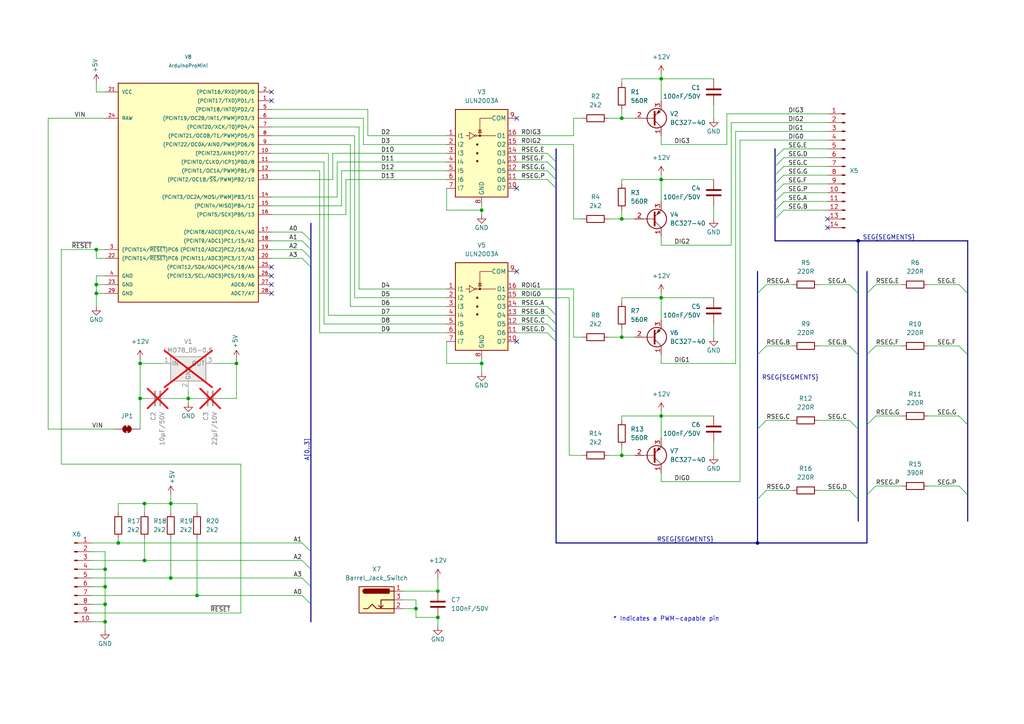
<source format=kicad_sch>
(kicad_sch
	(version 20250114)
	(generator "eeschema")
	(generator_version "9.0")
	(uuid "e63e39d7-6ac0-4ffd-8aa3-1841a4541b55")
	(paper "A4")
	(title_block
		(date "mar. 31 mars 2015")
	)
	(lib_symbols
		(symbol "Connector:Barrel_Jack_Switch"
			(pin_names
				(hide yes)
			)
			(exclude_from_sim no)
			(in_bom yes)
			(on_board yes)
			(property "Reference" "J"
				(at 0 5.334 0)
				(effects
					(font
						(size 1.27 1.27)
					)
				)
			)
			(property "Value" "Barrel_Jack_Switch"
				(at 0 -5.08 0)
				(effects
					(font
						(size 1.27 1.27)
					)
				)
			)
			(property "Footprint" ""
				(at 1.27 -1.016 0)
				(effects
					(font
						(size 1.27 1.27)
					)
					(hide yes)
				)
			)
			(property "Datasheet" "~"
				(at 1.27 -1.016 0)
				(effects
					(font
						(size 1.27 1.27)
					)
					(hide yes)
				)
			)
			(property "Description" "DC Barrel Jack with an internal switch"
				(at 0 0 0)
				(effects
					(font
						(size 1.27 1.27)
					)
					(hide yes)
				)
			)
			(property "ki_keywords" "DC power barrel jack connector"
				(at 0 0 0)
				(effects
					(font
						(size 1.27 1.27)
					)
					(hide yes)
				)
			)
			(property "ki_fp_filters" "BarrelJack*"
				(at 0 0 0)
				(effects
					(font
						(size 1.27 1.27)
					)
					(hide yes)
				)
			)
			(symbol "Barrel_Jack_Switch_0_1"
				(rectangle
					(start -5.08 3.81)
					(end 5.08 -3.81)
					(stroke
						(width 0.254)
						(type default)
					)
					(fill
						(type background)
					)
				)
				(polyline
					(pts
						(xy -3.81 -2.54) (xy -2.54 -2.54) (xy -1.27 -1.27) (xy 0 -2.54) (xy 2.54 -2.54) (xy 5.08 -2.54)
					)
					(stroke
						(width 0.254)
						(type default)
					)
					(fill
						(type none)
					)
				)
				(arc
					(start -3.302 1.905)
					(mid -3.9343 2.54)
					(end -3.302 3.175)
					(stroke
						(width 0.254)
						(type default)
					)
					(fill
						(type none)
					)
				)
				(arc
					(start -3.302 1.905)
					(mid -3.9343 2.54)
					(end -3.302 3.175)
					(stroke
						(width 0.254)
						(type default)
					)
					(fill
						(type outline)
					)
				)
				(polyline
					(pts
						(xy 1.27 -2.286) (xy 1.905 -1.651)
					)
					(stroke
						(width 0.254)
						(type default)
					)
					(fill
						(type none)
					)
				)
				(rectangle
					(start 3.683 3.175)
					(end -3.302 1.905)
					(stroke
						(width 0.254)
						(type default)
					)
					(fill
						(type outline)
					)
				)
				(polyline
					(pts
						(xy 5.08 2.54) (xy 3.81 2.54)
					)
					(stroke
						(width 0.254)
						(type default)
					)
					(fill
						(type none)
					)
				)
				(polyline
					(pts
						(xy 5.08 0) (xy 1.27 0) (xy 1.27 -2.286) (xy 0.635 -1.651)
					)
					(stroke
						(width 0.254)
						(type default)
					)
					(fill
						(type none)
					)
				)
			)
			(symbol "Barrel_Jack_Switch_1_1"
				(pin passive line
					(at 7.62 2.54 180)
					(length 2.54)
					(name "~"
						(effects
							(font
								(size 1.27 1.27)
							)
						)
					)
					(number "1"
						(effects
							(font
								(size 1.27 1.27)
							)
						)
					)
				)
				(pin passive line
					(at 7.62 0 180)
					(length 2.54)
					(name "~"
						(effects
							(font
								(size 1.27 1.27)
							)
						)
					)
					(number "3"
						(effects
							(font
								(size 1.27 1.27)
							)
						)
					)
				)
				(pin passive line
					(at 7.62 -2.54 180)
					(length 2.54)
					(name "~"
						(effects
							(font
								(size 1.27 1.27)
							)
						)
					)
					(number "2"
						(effects
							(font
								(size 1.27 1.27)
							)
						)
					)
				)
			)
			(embedded_fonts no)
		)
		(symbol "Connector:Conn_01x10_Pin"
			(pin_names
				(offset 1.016)
				(hide yes)
			)
			(exclude_from_sim no)
			(in_bom yes)
			(on_board yes)
			(property "Reference" "J"
				(at 0 12.7 0)
				(effects
					(font
						(size 1.27 1.27)
					)
				)
			)
			(property "Value" "Conn_01x10_Pin"
				(at 0 -15.24 0)
				(effects
					(font
						(size 1.27 1.27)
					)
				)
			)
			(property "Footprint" ""
				(at 0 0 0)
				(effects
					(font
						(size 1.27 1.27)
					)
					(hide yes)
				)
			)
			(property "Datasheet" "~"
				(at 0 0 0)
				(effects
					(font
						(size 1.27 1.27)
					)
					(hide yes)
				)
			)
			(property "Description" "Generic connector, single row, 01x10, script generated"
				(at 0 0 0)
				(effects
					(font
						(size 1.27 1.27)
					)
					(hide yes)
				)
			)
			(property "ki_locked" ""
				(at 0 0 0)
				(effects
					(font
						(size 1.27 1.27)
					)
				)
			)
			(property "ki_keywords" "connector"
				(at 0 0 0)
				(effects
					(font
						(size 1.27 1.27)
					)
					(hide yes)
				)
			)
			(property "ki_fp_filters" "Connector*:*_1x??_*"
				(at 0 0 0)
				(effects
					(font
						(size 1.27 1.27)
					)
					(hide yes)
				)
			)
			(symbol "Conn_01x10_Pin_1_1"
				(rectangle
					(start 0.8636 10.287)
					(end 0 10.033)
					(stroke
						(width 0.1524)
						(type default)
					)
					(fill
						(type outline)
					)
				)
				(rectangle
					(start 0.8636 7.747)
					(end 0 7.493)
					(stroke
						(width 0.1524)
						(type default)
					)
					(fill
						(type outline)
					)
				)
				(rectangle
					(start 0.8636 5.207)
					(end 0 4.953)
					(stroke
						(width 0.1524)
						(type default)
					)
					(fill
						(type outline)
					)
				)
				(rectangle
					(start 0.8636 2.667)
					(end 0 2.413)
					(stroke
						(width 0.1524)
						(type default)
					)
					(fill
						(type outline)
					)
				)
				(rectangle
					(start 0.8636 0.127)
					(end 0 -0.127)
					(stroke
						(width 0.1524)
						(type default)
					)
					(fill
						(type outline)
					)
				)
				(rectangle
					(start 0.8636 -2.413)
					(end 0 -2.667)
					(stroke
						(width 0.1524)
						(type default)
					)
					(fill
						(type outline)
					)
				)
				(rectangle
					(start 0.8636 -4.953)
					(end 0 -5.207)
					(stroke
						(width 0.1524)
						(type default)
					)
					(fill
						(type outline)
					)
				)
				(rectangle
					(start 0.8636 -7.493)
					(end 0 -7.747)
					(stroke
						(width 0.1524)
						(type default)
					)
					(fill
						(type outline)
					)
				)
				(rectangle
					(start 0.8636 -10.033)
					(end 0 -10.287)
					(stroke
						(width 0.1524)
						(type default)
					)
					(fill
						(type outline)
					)
				)
				(rectangle
					(start 0.8636 -12.573)
					(end 0 -12.827)
					(stroke
						(width 0.1524)
						(type default)
					)
					(fill
						(type outline)
					)
				)
				(polyline
					(pts
						(xy 1.27 10.16) (xy 0.8636 10.16)
					)
					(stroke
						(width 0.1524)
						(type default)
					)
					(fill
						(type none)
					)
				)
				(polyline
					(pts
						(xy 1.27 7.62) (xy 0.8636 7.62)
					)
					(stroke
						(width 0.1524)
						(type default)
					)
					(fill
						(type none)
					)
				)
				(polyline
					(pts
						(xy 1.27 5.08) (xy 0.8636 5.08)
					)
					(stroke
						(width 0.1524)
						(type default)
					)
					(fill
						(type none)
					)
				)
				(polyline
					(pts
						(xy 1.27 2.54) (xy 0.8636 2.54)
					)
					(stroke
						(width 0.1524)
						(type default)
					)
					(fill
						(type none)
					)
				)
				(polyline
					(pts
						(xy 1.27 0) (xy 0.8636 0)
					)
					(stroke
						(width 0.1524)
						(type default)
					)
					(fill
						(type none)
					)
				)
				(polyline
					(pts
						(xy 1.27 -2.54) (xy 0.8636 -2.54)
					)
					(stroke
						(width 0.1524)
						(type default)
					)
					(fill
						(type none)
					)
				)
				(polyline
					(pts
						(xy 1.27 -5.08) (xy 0.8636 -5.08)
					)
					(stroke
						(width 0.1524)
						(type default)
					)
					(fill
						(type none)
					)
				)
				(polyline
					(pts
						(xy 1.27 -7.62) (xy 0.8636 -7.62)
					)
					(stroke
						(width 0.1524)
						(type default)
					)
					(fill
						(type none)
					)
				)
				(polyline
					(pts
						(xy 1.27 -10.16) (xy 0.8636 -10.16)
					)
					(stroke
						(width 0.1524)
						(type default)
					)
					(fill
						(type none)
					)
				)
				(polyline
					(pts
						(xy 1.27 -12.7) (xy 0.8636 -12.7)
					)
					(stroke
						(width 0.1524)
						(type default)
					)
					(fill
						(type none)
					)
				)
				(pin passive line
					(at 5.08 10.16 180)
					(length 3.81)
					(name "Pin_1"
						(effects
							(font
								(size 1.27 1.27)
							)
						)
					)
					(number "1"
						(effects
							(font
								(size 1.27 1.27)
							)
						)
					)
				)
				(pin passive line
					(at 5.08 7.62 180)
					(length 3.81)
					(name "Pin_2"
						(effects
							(font
								(size 1.27 1.27)
							)
						)
					)
					(number "2"
						(effects
							(font
								(size 1.27 1.27)
							)
						)
					)
				)
				(pin passive line
					(at 5.08 5.08 180)
					(length 3.81)
					(name "Pin_3"
						(effects
							(font
								(size 1.27 1.27)
							)
						)
					)
					(number "3"
						(effects
							(font
								(size 1.27 1.27)
							)
						)
					)
				)
				(pin passive line
					(at 5.08 2.54 180)
					(length 3.81)
					(name "Pin_4"
						(effects
							(font
								(size 1.27 1.27)
							)
						)
					)
					(number "4"
						(effects
							(font
								(size 1.27 1.27)
							)
						)
					)
				)
				(pin passive line
					(at 5.08 0 180)
					(length 3.81)
					(name "Pin_5"
						(effects
							(font
								(size 1.27 1.27)
							)
						)
					)
					(number "5"
						(effects
							(font
								(size 1.27 1.27)
							)
						)
					)
				)
				(pin passive line
					(at 5.08 -2.54 180)
					(length 3.81)
					(name "Pin_6"
						(effects
							(font
								(size 1.27 1.27)
							)
						)
					)
					(number "6"
						(effects
							(font
								(size 1.27 1.27)
							)
						)
					)
				)
				(pin passive line
					(at 5.08 -5.08 180)
					(length 3.81)
					(name "Pin_7"
						(effects
							(font
								(size 1.27 1.27)
							)
						)
					)
					(number "7"
						(effects
							(font
								(size 1.27 1.27)
							)
						)
					)
				)
				(pin passive line
					(at 5.08 -7.62 180)
					(length 3.81)
					(name "Pin_8"
						(effects
							(font
								(size 1.27 1.27)
							)
						)
					)
					(number "8"
						(effects
							(font
								(size 1.27 1.27)
							)
						)
					)
				)
				(pin passive line
					(at 5.08 -10.16 180)
					(length 3.81)
					(name "Pin_9"
						(effects
							(font
								(size 1.27 1.27)
							)
						)
					)
					(number "9"
						(effects
							(font
								(size 1.27 1.27)
							)
						)
					)
				)
				(pin passive line
					(at 5.08 -12.7 180)
					(length 3.81)
					(name "Pin_10"
						(effects
							(font
								(size 1.27 1.27)
							)
						)
					)
					(number "10"
						(effects
							(font
								(size 1.27 1.27)
							)
						)
					)
				)
			)
			(embedded_fonts no)
		)
		(symbol "Connector:Conn_01x14_Pin"
			(pin_names
				(offset 1.016)
				(hide yes)
			)
			(exclude_from_sim no)
			(in_bom yes)
			(on_board yes)
			(property "Reference" "J"
				(at 0 17.78 0)
				(effects
					(font
						(size 1.27 1.27)
					)
				)
			)
			(property "Value" "Conn_01x14_Pin"
				(at 0 -20.32 0)
				(effects
					(font
						(size 1.27 1.27)
					)
				)
			)
			(property "Footprint" ""
				(at 0 0 0)
				(effects
					(font
						(size 1.27 1.27)
					)
					(hide yes)
				)
			)
			(property "Datasheet" "~"
				(at 0 0 0)
				(effects
					(font
						(size 1.27 1.27)
					)
					(hide yes)
				)
			)
			(property "Description" "Generic connector, single row, 01x14, script generated"
				(at 0 0 0)
				(effects
					(font
						(size 1.27 1.27)
					)
					(hide yes)
				)
			)
			(property "ki_locked" ""
				(at 0 0 0)
				(effects
					(font
						(size 1.27 1.27)
					)
				)
			)
			(property "ki_keywords" "connector"
				(at 0 0 0)
				(effects
					(font
						(size 1.27 1.27)
					)
					(hide yes)
				)
			)
			(property "ki_fp_filters" "Connector*:*_1x??_*"
				(at 0 0 0)
				(effects
					(font
						(size 1.27 1.27)
					)
					(hide yes)
				)
			)
			(symbol "Conn_01x14_Pin_1_1"
				(rectangle
					(start 0.8636 15.367)
					(end 0 15.113)
					(stroke
						(width 0.1524)
						(type default)
					)
					(fill
						(type outline)
					)
				)
				(rectangle
					(start 0.8636 12.827)
					(end 0 12.573)
					(stroke
						(width 0.1524)
						(type default)
					)
					(fill
						(type outline)
					)
				)
				(rectangle
					(start 0.8636 10.287)
					(end 0 10.033)
					(stroke
						(width 0.1524)
						(type default)
					)
					(fill
						(type outline)
					)
				)
				(rectangle
					(start 0.8636 7.747)
					(end 0 7.493)
					(stroke
						(width 0.1524)
						(type default)
					)
					(fill
						(type outline)
					)
				)
				(rectangle
					(start 0.8636 5.207)
					(end 0 4.953)
					(stroke
						(width 0.1524)
						(type default)
					)
					(fill
						(type outline)
					)
				)
				(rectangle
					(start 0.8636 2.667)
					(end 0 2.413)
					(stroke
						(width 0.1524)
						(type default)
					)
					(fill
						(type outline)
					)
				)
				(rectangle
					(start 0.8636 0.127)
					(end 0 -0.127)
					(stroke
						(width 0.1524)
						(type default)
					)
					(fill
						(type outline)
					)
				)
				(rectangle
					(start 0.8636 -2.413)
					(end 0 -2.667)
					(stroke
						(width 0.1524)
						(type default)
					)
					(fill
						(type outline)
					)
				)
				(rectangle
					(start 0.8636 -4.953)
					(end 0 -5.207)
					(stroke
						(width 0.1524)
						(type default)
					)
					(fill
						(type outline)
					)
				)
				(rectangle
					(start 0.8636 -7.493)
					(end 0 -7.747)
					(stroke
						(width 0.1524)
						(type default)
					)
					(fill
						(type outline)
					)
				)
				(rectangle
					(start 0.8636 -10.033)
					(end 0 -10.287)
					(stroke
						(width 0.1524)
						(type default)
					)
					(fill
						(type outline)
					)
				)
				(rectangle
					(start 0.8636 -12.573)
					(end 0 -12.827)
					(stroke
						(width 0.1524)
						(type default)
					)
					(fill
						(type outline)
					)
				)
				(rectangle
					(start 0.8636 -15.113)
					(end 0 -15.367)
					(stroke
						(width 0.1524)
						(type default)
					)
					(fill
						(type outline)
					)
				)
				(rectangle
					(start 0.8636 -17.653)
					(end 0 -17.907)
					(stroke
						(width 0.1524)
						(type default)
					)
					(fill
						(type outline)
					)
				)
				(polyline
					(pts
						(xy 1.27 15.24) (xy 0.8636 15.24)
					)
					(stroke
						(width 0.1524)
						(type default)
					)
					(fill
						(type none)
					)
				)
				(polyline
					(pts
						(xy 1.27 12.7) (xy 0.8636 12.7)
					)
					(stroke
						(width 0.1524)
						(type default)
					)
					(fill
						(type none)
					)
				)
				(polyline
					(pts
						(xy 1.27 10.16) (xy 0.8636 10.16)
					)
					(stroke
						(width 0.1524)
						(type default)
					)
					(fill
						(type none)
					)
				)
				(polyline
					(pts
						(xy 1.27 7.62) (xy 0.8636 7.62)
					)
					(stroke
						(width 0.1524)
						(type default)
					)
					(fill
						(type none)
					)
				)
				(polyline
					(pts
						(xy 1.27 5.08) (xy 0.8636 5.08)
					)
					(stroke
						(width 0.1524)
						(type default)
					)
					(fill
						(type none)
					)
				)
				(polyline
					(pts
						(xy 1.27 2.54) (xy 0.8636 2.54)
					)
					(stroke
						(width 0.1524)
						(type default)
					)
					(fill
						(type none)
					)
				)
				(polyline
					(pts
						(xy 1.27 0) (xy 0.8636 0)
					)
					(stroke
						(width 0.1524)
						(type default)
					)
					(fill
						(type none)
					)
				)
				(polyline
					(pts
						(xy 1.27 -2.54) (xy 0.8636 -2.54)
					)
					(stroke
						(width 0.1524)
						(type default)
					)
					(fill
						(type none)
					)
				)
				(polyline
					(pts
						(xy 1.27 -5.08) (xy 0.8636 -5.08)
					)
					(stroke
						(width 0.1524)
						(type default)
					)
					(fill
						(type none)
					)
				)
				(polyline
					(pts
						(xy 1.27 -7.62) (xy 0.8636 -7.62)
					)
					(stroke
						(width 0.1524)
						(type default)
					)
					(fill
						(type none)
					)
				)
				(polyline
					(pts
						(xy 1.27 -10.16) (xy 0.8636 -10.16)
					)
					(stroke
						(width 0.1524)
						(type default)
					)
					(fill
						(type none)
					)
				)
				(polyline
					(pts
						(xy 1.27 -12.7) (xy 0.8636 -12.7)
					)
					(stroke
						(width 0.1524)
						(type default)
					)
					(fill
						(type none)
					)
				)
				(polyline
					(pts
						(xy 1.27 -15.24) (xy 0.8636 -15.24)
					)
					(stroke
						(width 0.1524)
						(type default)
					)
					(fill
						(type none)
					)
				)
				(polyline
					(pts
						(xy 1.27 -17.78) (xy 0.8636 -17.78)
					)
					(stroke
						(width 0.1524)
						(type default)
					)
					(fill
						(type none)
					)
				)
				(pin passive line
					(at 5.08 15.24 180)
					(length 3.81)
					(name "Pin_1"
						(effects
							(font
								(size 1.27 1.27)
							)
						)
					)
					(number "1"
						(effects
							(font
								(size 1.27 1.27)
							)
						)
					)
				)
				(pin passive line
					(at 5.08 12.7 180)
					(length 3.81)
					(name "Pin_2"
						(effects
							(font
								(size 1.27 1.27)
							)
						)
					)
					(number "2"
						(effects
							(font
								(size 1.27 1.27)
							)
						)
					)
				)
				(pin passive line
					(at 5.08 10.16 180)
					(length 3.81)
					(name "Pin_3"
						(effects
							(font
								(size 1.27 1.27)
							)
						)
					)
					(number "3"
						(effects
							(font
								(size 1.27 1.27)
							)
						)
					)
				)
				(pin passive line
					(at 5.08 7.62 180)
					(length 3.81)
					(name "Pin_4"
						(effects
							(font
								(size 1.27 1.27)
							)
						)
					)
					(number "4"
						(effects
							(font
								(size 1.27 1.27)
							)
						)
					)
				)
				(pin passive line
					(at 5.08 5.08 180)
					(length 3.81)
					(name "Pin_5"
						(effects
							(font
								(size 1.27 1.27)
							)
						)
					)
					(number "5"
						(effects
							(font
								(size 1.27 1.27)
							)
						)
					)
				)
				(pin passive line
					(at 5.08 2.54 180)
					(length 3.81)
					(name "Pin_6"
						(effects
							(font
								(size 1.27 1.27)
							)
						)
					)
					(number "6"
						(effects
							(font
								(size 1.27 1.27)
							)
						)
					)
				)
				(pin passive line
					(at 5.08 0 180)
					(length 3.81)
					(name "Pin_7"
						(effects
							(font
								(size 1.27 1.27)
							)
						)
					)
					(number "7"
						(effects
							(font
								(size 1.27 1.27)
							)
						)
					)
				)
				(pin passive line
					(at 5.08 -2.54 180)
					(length 3.81)
					(name "Pin_8"
						(effects
							(font
								(size 1.27 1.27)
							)
						)
					)
					(number "8"
						(effects
							(font
								(size 1.27 1.27)
							)
						)
					)
				)
				(pin passive line
					(at 5.08 -5.08 180)
					(length 3.81)
					(name "Pin_9"
						(effects
							(font
								(size 1.27 1.27)
							)
						)
					)
					(number "9"
						(effects
							(font
								(size 1.27 1.27)
							)
						)
					)
				)
				(pin passive line
					(at 5.08 -7.62 180)
					(length 3.81)
					(name "Pin_10"
						(effects
							(font
								(size 1.27 1.27)
							)
						)
					)
					(number "10"
						(effects
							(font
								(size 1.27 1.27)
							)
						)
					)
				)
				(pin passive line
					(at 5.08 -10.16 180)
					(length 3.81)
					(name "Pin_11"
						(effects
							(font
								(size 1.27 1.27)
							)
						)
					)
					(number "11"
						(effects
							(font
								(size 1.27 1.27)
							)
						)
					)
				)
				(pin passive line
					(at 5.08 -12.7 180)
					(length 3.81)
					(name "Pin_12"
						(effects
							(font
								(size 1.27 1.27)
							)
						)
					)
					(number "12"
						(effects
							(font
								(size 1.27 1.27)
							)
						)
					)
				)
				(pin passive line
					(at 5.08 -15.24 180)
					(length 3.81)
					(name "Pin_13"
						(effects
							(font
								(size 1.27 1.27)
							)
						)
					)
					(number "13"
						(effects
							(font
								(size 1.27 1.27)
							)
						)
					)
				)
				(pin passive line
					(at 5.08 -17.78 180)
					(length 3.81)
					(name "Pin_14"
						(effects
							(font
								(size 1.27 1.27)
							)
						)
					)
					(number "14"
						(effects
							(font
								(size 1.27 1.27)
							)
						)
					)
				)
			)
			(embedded_fonts no)
		)
		(symbol "Device:C"
			(pin_numbers
				(hide yes)
			)
			(pin_names
				(offset 0.254)
			)
			(exclude_from_sim no)
			(in_bom yes)
			(on_board yes)
			(property "Reference" "C"
				(at 0.635 2.54 0)
				(effects
					(font
						(size 1.27 1.27)
					)
					(justify left)
				)
			)
			(property "Value" "C"
				(at 0.635 -2.54 0)
				(effects
					(font
						(size 1.27 1.27)
					)
					(justify left)
				)
			)
			(property "Footprint" ""
				(at 0.9652 -3.81 0)
				(effects
					(font
						(size 1.27 1.27)
					)
					(hide yes)
				)
			)
			(property "Datasheet" "~"
				(at 0 0 0)
				(effects
					(font
						(size 1.27 1.27)
					)
					(hide yes)
				)
			)
			(property "Description" "Unpolarized capacitor"
				(at 0 0 0)
				(effects
					(font
						(size 1.27 1.27)
					)
					(hide yes)
				)
			)
			(property "ki_keywords" "cap capacitor"
				(at 0 0 0)
				(effects
					(font
						(size 1.27 1.27)
					)
					(hide yes)
				)
			)
			(property "ki_fp_filters" "C_*"
				(at 0 0 0)
				(effects
					(font
						(size 1.27 1.27)
					)
					(hide yes)
				)
			)
			(symbol "C_0_1"
				(polyline
					(pts
						(xy -2.032 0.762) (xy 2.032 0.762)
					)
					(stroke
						(width 0.508)
						(type default)
					)
					(fill
						(type none)
					)
				)
				(polyline
					(pts
						(xy -2.032 -0.762) (xy 2.032 -0.762)
					)
					(stroke
						(width 0.508)
						(type default)
					)
					(fill
						(type none)
					)
				)
			)
			(symbol "C_1_1"
				(pin passive line
					(at 0 3.81 270)
					(length 2.794)
					(name "~"
						(effects
							(font
								(size 1.27 1.27)
							)
						)
					)
					(number "1"
						(effects
							(font
								(size 1.27 1.27)
							)
						)
					)
				)
				(pin passive line
					(at 0 -3.81 90)
					(length 2.794)
					(name "~"
						(effects
							(font
								(size 1.27 1.27)
							)
						)
					)
					(number "2"
						(effects
							(font
								(size 1.27 1.27)
							)
						)
					)
				)
			)
			(embedded_fonts no)
		)
		(symbol "Device:R"
			(pin_numbers
				(hide yes)
			)
			(pin_names
				(offset 0)
			)
			(exclude_from_sim no)
			(in_bom yes)
			(on_board yes)
			(property "Reference" "R"
				(at 2.032 0 90)
				(effects
					(font
						(size 1.27 1.27)
					)
				)
			)
			(property "Value" "R"
				(at 0 0 90)
				(effects
					(font
						(size 1.27 1.27)
					)
				)
			)
			(property "Footprint" ""
				(at -1.778 0 90)
				(effects
					(font
						(size 1.27 1.27)
					)
					(hide yes)
				)
			)
			(property "Datasheet" "~"
				(at 0 0 0)
				(effects
					(font
						(size 1.27 1.27)
					)
					(hide yes)
				)
			)
			(property "Description" "Resistor"
				(at 0 0 0)
				(effects
					(font
						(size 1.27 1.27)
					)
					(hide yes)
				)
			)
			(property "ki_keywords" "R res resistor"
				(at 0 0 0)
				(effects
					(font
						(size 1.27 1.27)
					)
					(hide yes)
				)
			)
			(property "ki_fp_filters" "R_*"
				(at 0 0 0)
				(effects
					(font
						(size 1.27 1.27)
					)
					(hide yes)
				)
			)
			(symbol "R_0_1"
				(rectangle
					(start -1.016 -2.54)
					(end 1.016 2.54)
					(stroke
						(width 0.254)
						(type default)
					)
					(fill
						(type none)
					)
				)
			)
			(symbol "R_1_1"
				(pin passive line
					(at 0 3.81 270)
					(length 1.27)
					(name "~"
						(effects
							(font
								(size 1.27 1.27)
							)
						)
					)
					(number "1"
						(effects
							(font
								(size 1.27 1.27)
							)
						)
					)
				)
				(pin passive line
					(at 0 -3.81 90)
					(length 1.27)
					(name "~"
						(effects
							(font
								(size 1.27 1.27)
							)
						)
					)
					(number "2"
						(effects
							(font
								(size 1.27 1.27)
							)
						)
					)
				)
			)
			(embedded_fonts no)
		)
		(symbol "FOp:ArduinoProMini"
			(pin_names
				(offset 1.016)
			)
			(exclude_from_sim no)
			(in_bom yes)
			(on_board yes)
			(property "Reference" "IC"
				(at -19.05 31.75 0)
				(effects
					(font
						(size 1.016 1.016)
					)
					(justify left bottom)
				)
			)
			(property "Value" "ArduinoProMini"
				(at 10.16 -35.56 0)
				(effects
					(font
						(size 1.016 1.016)
					)
					(justify left bottom)
				)
			)
			(property "Footprint" "mysensors_arduino:pro_mini_china"
				(at 0 0 0)
				(effects
					(font
						(size 0.762 0.762)
						(italic yes)
					)
					(hide yes)
				)
			)
			(property "Datasheet" "http://www.arduino.cc/en/uploads/Main/Arduino-Pro-Mini-schematic.pdf"
				(at 0 0 0)
				(effects
					(font
						(size 1.524 1.524)
					)
				)
			)
			(property "Description" "Arduino Pro Mini China variant, ATMEGA328, 16k Flash, 1kB SRAM, 512B EEPROM"
				(at 0 0 0)
				(effects
					(font
						(size 1.27 1.27)
					)
					(hide yes)
				)
			)
			(property "ki_keywords" "Arduino Pro Mini China AVR 8bit Microcontroller MegaAVR"
				(at 0 0 0)
				(effects
					(font
						(size 1.27 1.27)
					)
					(hide yes)
				)
			)
			(property "ki_fp_filters" "pro_mini*"
				(at 0 0 0)
				(effects
					(font
						(size 1.27 1.27)
					)
					(hide yes)
				)
			)
			(symbol "ArduinoProMini_0_1"
				(rectangle
					(start -19.05 30.48)
					(end 21.59 -33.02)
					(stroke
						(width 0.254)
						(type solid)
					)
					(fill
						(type background)
					)
				)
			)
			(symbol "ArduinoProMini_1_1"
				(pin power_in line
					(at -22.86 27.94 0)
					(length 3.81)
					(name "VCC"
						(effects
							(font
								(size 1.016 1.016)
							)
						)
					)
					(number "21"
						(effects
							(font
								(size 1.016 1.016)
							)
						)
					)
				)
				(pin power_in line
					(at -22.86 20.32 0)
					(length 3.81)
					(name "RAW"
						(effects
							(font
								(size 1.016 1.016)
							)
						)
					)
					(number "24"
						(effects
							(font
								(size 1.016 1.016)
							)
						)
					)
				)
				(pin bidirectional line
					(at -22.86 -17.78 0)
					(length 3.81)
					(name "(PCINT14/~{RESET})PC6"
						(effects
							(font
								(size 1.016 1.016)
							)
						)
					)
					(number "3"
						(effects
							(font
								(size 1.016 1.016)
							)
						)
					)
				)
				(pin bidirectional line
					(at -22.86 -20.32 0)
					(length 3.81)
					(name "(PCINT14/~{RESET})PC6"
						(effects
							(font
								(size 1.016 1.016)
							)
						)
					)
					(number "22"
						(effects
							(font
								(size 1.016 1.016)
							)
						)
					)
				)
				(pin power_in line
					(at -22.86 -25.4 0)
					(length 3.81)
					(name "GND"
						(effects
							(font
								(size 1.016 1.016)
							)
						)
					)
					(number "4"
						(effects
							(font
								(size 1.016 1.016)
							)
						)
					)
				)
				(pin power_in line
					(at -22.86 -27.94 0)
					(length 3.81)
					(name "GND"
						(effects
							(font
								(size 1.016 1.016)
							)
						)
					)
					(number "23"
						(effects
							(font
								(size 1.016 1.016)
							)
						)
					)
				)
				(pin power_in line
					(at -22.86 -30.48 0)
					(length 3.81)
					(name "GND"
						(effects
							(font
								(size 1.016 1.016)
							)
						)
					)
					(number "29"
						(effects
							(font
								(size 1.016 1.016)
							)
						)
					)
				)
				(pin bidirectional line
					(at 25.4 27.94 180)
					(length 3.81)
					(name "(PCINT16/RXD)PD0/0"
						(effects
							(font
								(size 1.016 1.016)
							)
						)
					)
					(number "2"
						(effects
							(font
								(size 1.016 1.016)
							)
						)
					)
				)
				(pin bidirectional line
					(at 25.4 25.4 180)
					(length 3.81)
					(name "(PCINT17/TXD)PD1/1"
						(effects
							(font
								(size 1.016 1.016)
							)
						)
					)
					(number "1"
						(effects
							(font
								(size 1.016 1.016)
							)
						)
					)
				)
				(pin bidirectional line
					(at 25.4 22.86 180)
					(length 3.81)
					(name "(PCINT18/INT0)PD2/2"
						(effects
							(font
								(size 1.016 1.016)
							)
						)
					)
					(number "5"
						(effects
							(font
								(size 1.016 1.016)
							)
						)
					)
				)
				(pin bidirectional line
					(at 25.4 20.32 180)
					(length 3.81)
					(name "(PCINT19/OC2B/INT1/PWM)PD3/3"
						(effects
							(font
								(size 1.016 1.016)
							)
						)
					)
					(number "6"
						(effects
							(font
								(size 1.016 1.016)
							)
						)
					)
				)
				(pin bidirectional line
					(at 25.4 17.78 180)
					(length 3.81)
					(name "(PCINT20/XCK/T0)PD4/4"
						(effects
							(font
								(size 1.016 1.016)
							)
						)
					)
					(number "7"
						(effects
							(font
								(size 1.016 1.016)
							)
						)
					)
				)
				(pin bidirectional line
					(at 25.4 15.24 180)
					(length 3.81)
					(name "(PCINT21/OC0B/T1/PWM)PD5/5"
						(effects
							(font
								(size 1.016 1.016)
							)
						)
					)
					(number "8"
						(effects
							(font
								(size 1.016 1.016)
							)
						)
					)
				)
				(pin bidirectional line
					(at 25.4 12.7 180)
					(length 3.81)
					(name "(PCINT22/OC0A/AIN0/PWM)PD6/6"
						(effects
							(font
								(size 1.016 1.016)
							)
						)
					)
					(number "9"
						(effects
							(font
								(size 1.016 1.016)
							)
						)
					)
				)
				(pin bidirectional line
					(at 25.4 10.16 180)
					(length 3.81)
					(name "(PCINT23/AIN1)PD7/7"
						(effects
							(font
								(size 1.016 1.016)
							)
						)
					)
					(number "10"
						(effects
							(font
								(size 1.016 1.016)
							)
						)
					)
				)
				(pin bidirectional line
					(at 25.4 7.62 180)
					(length 3.81)
					(name "(PCINT0/CLKO/ICP1)PB0/8"
						(effects
							(font
								(size 1.016 1.016)
							)
						)
					)
					(number "11"
						(effects
							(font
								(size 1.016 1.016)
							)
						)
					)
				)
				(pin bidirectional line
					(at 25.4 5.08 180)
					(length 3.81)
					(name "(PCINT1/OC1A/PWM)PB1/9"
						(effects
							(font
								(size 1.016 1.016)
							)
						)
					)
					(number "12"
						(effects
							(font
								(size 1.016 1.016)
							)
						)
					)
				)
				(pin bidirectional line
					(at 25.4 2.54 180)
					(length 3.81)
					(name "(PCINT2/OC1B/~{SS}/PWM)PB2/10"
						(effects
							(font
								(size 1.016 1.016)
							)
						)
					)
					(number "13"
						(effects
							(font
								(size 1.016 1.016)
							)
						)
					)
				)
				(pin bidirectional line
					(at 25.4 -2.54 180)
					(length 3.81)
					(name "(PCINT3/OC2A/MOSI/PWM)PB3/11"
						(effects
							(font
								(size 1.016 1.016)
							)
						)
					)
					(number "14"
						(effects
							(font
								(size 1.016 1.016)
							)
						)
					)
				)
				(pin bidirectional line
					(at 25.4 -5.08 180)
					(length 3.81)
					(name "(PCINT4/MISO)PB4/12"
						(effects
							(font
								(size 1.016 1.016)
							)
						)
					)
					(number "15"
						(effects
							(font
								(size 1.016 1.016)
							)
						)
					)
				)
				(pin bidirectional line
					(at 25.4 -7.62 180)
					(length 3.81)
					(name "(PCINT5/SCK)PB5/13"
						(effects
							(font
								(size 1.016 1.016)
							)
						)
					)
					(number "16"
						(effects
							(font
								(size 1.016 1.016)
							)
						)
					)
				)
				(pin bidirectional line
					(at 25.4 -12.7 180)
					(length 3.81)
					(name "(PCINT8/ADC0)PC0/14/A0"
						(effects
							(font
								(size 1.016 1.016)
							)
						)
					)
					(number "17"
						(effects
							(font
								(size 1.016 1.016)
							)
						)
					)
				)
				(pin bidirectional line
					(at 25.4 -15.24 180)
					(length 3.81)
					(name "(PCINT9/ADC1)PC1/15/A1"
						(effects
							(font
								(size 1.016 1.016)
							)
						)
					)
					(number "18"
						(effects
							(font
								(size 1.016 1.016)
							)
						)
					)
				)
				(pin bidirectional line
					(at 25.4 -17.78 180)
					(length 3.81)
					(name "(PCINT10/ADC2)PC2/16/A2"
						(effects
							(font
								(size 1.016 1.016)
							)
						)
					)
					(number "19"
						(effects
							(font
								(size 1.016 1.016)
							)
						)
					)
				)
				(pin bidirectional line
					(at 25.4 -20.32 180)
					(length 3.81)
					(name "(PCINT11/ADC3)PC3/17/A3"
						(effects
							(font
								(size 1.016 1.016)
							)
						)
					)
					(number "20"
						(effects
							(font
								(size 1.016 1.016)
							)
						)
					)
				)
				(pin bidirectional line
					(at 25.4 -22.86 180)
					(length 3.81)
					(name "(PCINT12/SDA/ADC4)PC4/18/A4"
						(effects
							(font
								(size 1.016 1.016)
							)
						)
					)
					(number "25"
						(effects
							(font
								(size 1.016 1.016)
							)
						)
					)
				)
				(pin bidirectional line
					(at 25.4 -25.4 180)
					(length 3.81)
					(name "(PCINT13/SCL/ADC5)PC5/19/A5"
						(effects
							(font
								(size 1.016 1.016)
							)
						)
					)
					(number "26"
						(effects
							(font
								(size 1.016 1.016)
							)
						)
					)
				)
				(pin input line
					(at 25.4 -27.94 180)
					(length 3.81)
					(name "ADC6/A6"
						(effects
							(font
								(size 1.016 1.016)
							)
						)
					)
					(number "27"
						(effects
							(font
								(size 1.016 1.016)
							)
						)
					)
				)
				(pin input line
					(at 25.4 -30.48 180)
					(length 3.81)
					(name "ADC7/A7"
						(effects
							(font
								(size 1.016 1.016)
							)
						)
					)
					(number "28"
						(effects
							(font
								(size 1.016 1.016)
							)
						)
					)
				)
			)
			(embedded_fonts no)
		)
		(symbol "Jumper:SolderJumper_2_Bridged"
			(pin_numbers
				(hide yes)
			)
			(pin_names
				(offset 0)
				(hide yes)
			)
			(exclude_from_sim no)
			(in_bom no)
			(on_board yes)
			(property "Reference" "JP"
				(at 0 2.032 0)
				(effects
					(font
						(size 1.27 1.27)
					)
				)
			)
			(property "Value" "SolderJumper_2_Bridged"
				(at 0 -2.54 0)
				(effects
					(font
						(size 1.27 1.27)
					)
				)
			)
			(property "Footprint" ""
				(at 0 0 0)
				(effects
					(font
						(size 1.27 1.27)
					)
					(hide yes)
				)
			)
			(property "Datasheet" "~"
				(at 0 0 0)
				(effects
					(font
						(size 1.27 1.27)
					)
					(hide yes)
				)
			)
			(property "Description" "Solder Jumper, 2-pole, closed/bridged"
				(at 0 0 0)
				(effects
					(font
						(size 1.27 1.27)
					)
					(hide yes)
				)
			)
			(property "ki_keywords" "solder jumper SPST"
				(at 0 0 0)
				(effects
					(font
						(size 1.27 1.27)
					)
					(hide yes)
				)
			)
			(property "ki_fp_filters" "SolderJumper*Bridged*"
				(at 0 0 0)
				(effects
					(font
						(size 1.27 1.27)
					)
					(hide yes)
				)
			)
			(symbol "SolderJumper_2_Bridged_0_1"
				(rectangle
					(start -0.508 0.508)
					(end 0.508 -0.508)
					(stroke
						(width 0)
						(type default)
					)
					(fill
						(type outline)
					)
				)
				(polyline
					(pts
						(xy -0.254 1.016) (xy -0.254 -1.016)
					)
					(stroke
						(width 0)
						(type default)
					)
					(fill
						(type none)
					)
				)
				(arc
					(start -0.254 -1.016)
					(mid -1.2656 0)
					(end -0.254 1.016)
					(stroke
						(width 0)
						(type default)
					)
					(fill
						(type none)
					)
				)
				(arc
					(start -0.254 -1.016)
					(mid -1.2656 0)
					(end -0.254 1.016)
					(stroke
						(width 0)
						(type default)
					)
					(fill
						(type outline)
					)
				)
				(arc
					(start 0.254 1.016)
					(mid 1.2656 0)
					(end 0.254 -1.016)
					(stroke
						(width 0)
						(type default)
					)
					(fill
						(type none)
					)
				)
				(arc
					(start 0.254 1.016)
					(mid 1.2656 0)
					(end 0.254 -1.016)
					(stroke
						(width 0)
						(type default)
					)
					(fill
						(type outline)
					)
				)
				(polyline
					(pts
						(xy 0.254 1.016) (xy 0.254 -1.016)
					)
					(stroke
						(width 0)
						(type default)
					)
					(fill
						(type none)
					)
				)
			)
			(symbol "SolderJumper_2_Bridged_1_1"
				(pin passive line
					(at -3.81 0 0)
					(length 2.54)
					(name "A"
						(effects
							(font
								(size 1.27 1.27)
							)
						)
					)
					(number "1"
						(effects
							(font
								(size 1.27 1.27)
							)
						)
					)
				)
				(pin passive line
					(at 3.81 0 180)
					(length 2.54)
					(name "B"
						(effects
							(font
								(size 1.27 1.27)
							)
						)
					)
					(number "2"
						(effects
							(font
								(size 1.27 1.27)
							)
						)
					)
				)
			)
			(embedded_fonts no)
		)
		(symbol "Regulator_Linear:L7805"
			(pin_names
				(offset 0.254)
			)
			(exclude_from_sim no)
			(in_bom yes)
			(on_board yes)
			(property "Reference" "U"
				(at -3.81 3.175 0)
				(effects
					(font
						(size 1.27 1.27)
					)
				)
			)
			(property "Value" "L7805"
				(at 0 3.175 0)
				(effects
					(font
						(size 1.27 1.27)
					)
					(justify left)
				)
			)
			(property "Footprint" ""
				(at 0.635 -3.81 0)
				(effects
					(font
						(size 1.27 1.27)
						(italic yes)
					)
					(justify left)
					(hide yes)
				)
			)
			(property "Datasheet" "http://www.st.com/content/ccc/resource/technical/document/datasheet/41/4f/b3/b0/12/d4/47/88/CD00000444.pdf/files/CD00000444.pdf/jcr:content/translations/en.CD00000444.pdf"
				(at 0 -1.27 0)
				(effects
					(font
						(size 1.27 1.27)
					)
					(hide yes)
				)
			)
			(property "Description" "Positive 1.5A 35V Linear Regulator, Fixed Output 5V, TO-220/TO-263/TO-252"
				(at 0 0 0)
				(effects
					(font
						(size 1.27 1.27)
					)
					(hide yes)
				)
			)
			(property "ki_keywords" "Voltage Regulator 1.5A Positive"
				(at 0 0 0)
				(effects
					(font
						(size 1.27 1.27)
					)
					(hide yes)
				)
			)
			(property "ki_fp_filters" "TO?252* TO?263* TO?220*"
				(at 0 0 0)
				(effects
					(font
						(size 1.27 1.27)
					)
					(hide yes)
				)
			)
			(symbol "L7805_0_1"
				(rectangle
					(start -5.08 1.905)
					(end 5.08 -5.08)
					(stroke
						(width 0.254)
						(type default)
					)
					(fill
						(type background)
					)
				)
			)
			(symbol "L7805_1_1"
				(pin power_in line
					(at -7.62 0 0)
					(length 2.54)
					(name "IN"
						(effects
							(font
								(size 1.27 1.27)
							)
						)
					)
					(number "1"
						(effects
							(font
								(size 1.27 1.27)
							)
						)
					)
				)
				(pin power_in line
					(at 0 -7.62 90)
					(length 2.54)
					(name "GND"
						(effects
							(font
								(size 1.27 1.27)
							)
						)
					)
					(number "2"
						(effects
							(font
								(size 1.27 1.27)
							)
						)
					)
				)
				(pin power_out line
					(at 7.62 0 180)
					(length 2.54)
					(name "OUT"
						(effects
							(font
								(size 1.27 1.27)
							)
						)
					)
					(number "3"
						(effects
							(font
								(size 1.27 1.27)
							)
						)
					)
				)
			)
			(embedded_fonts no)
		)
		(symbol "Transistor_Array:ULN2003A"
			(exclude_from_sim no)
			(in_bom yes)
			(on_board yes)
			(property "Reference" "U"
				(at 0 15.875 0)
				(effects
					(font
						(size 1.27 1.27)
					)
				)
			)
			(property "Value" "ULN2003A"
				(at 0 13.97 0)
				(effects
					(font
						(size 1.27 1.27)
					)
				)
			)
			(property "Footprint" ""
				(at 1.27 -13.97 0)
				(effects
					(font
						(size 1.27 1.27)
					)
					(justify left)
					(hide yes)
				)
			)
			(property "Datasheet" "http://www.ti.com/lit/ds/symlink/uln2003a.pdf"
				(at 2.54 -5.08 0)
				(effects
					(font
						(size 1.27 1.27)
					)
					(hide yes)
				)
			)
			(property "Description" "High Voltage, High Current Darlington Transistor Arrays, SOIC16/SOIC16W/DIP16/TSSOP16"
				(at 0 0 0)
				(effects
					(font
						(size 1.27 1.27)
					)
					(hide yes)
				)
			)
			(property "ki_keywords" "darlington transistor array"
				(at 0 0 0)
				(effects
					(font
						(size 1.27 1.27)
					)
					(hide yes)
				)
			)
			(property "ki_fp_filters" "DIP*W7.62mm* SOIC*3.9x9.9mm*P1.27mm* SSOP*4.4x5.2mm*P0.65mm* TSSOP*4.4x5mm*P0.65mm* SOIC*W*5.3x10.2mm*P1.27mm*"
				(at 0 0 0)
				(effects
					(font
						(size 1.27 1.27)
					)
					(hide yes)
				)
			)
			(symbol "ULN2003A_0_1"
				(rectangle
					(start -7.62 -12.7)
					(end 7.62 12.7)
					(stroke
						(width 0.254)
						(type default)
					)
					(fill
						(type background)
					)
				)
				(polyline
					(pts
						(xy -4.572 5.08) (xy -3.556 5.08)
					)
					(stroke
						(width 0)
						(type default)
					)
					(fill
						(type none)
					)
				)
				(polyline
					(pts
						(xy -3.556 6.096) (xy -3.556 4.064) (xy -2.032 5.08) (xy -3.556 6.096)
					)
					(stroke
						(width 0)
						(type default)
					)
					(fill
						(type none)
					)
				)
				(circle
					(center -1.778 5.08)
					(radius 0.254)
					(stroke
						(width 0)
						(type default)
					)
					(fill
						(type none)
					)
				)
				(polyline
					(pts
						(xy -1.524 5.08) (xy 4.064 5.08)
					)
					(stroke
						(width 0)
						(type default)
					)
					(fill
						(type none)
					)
				)
				(circle
					(center -1.27 2.54)
					(radius 0.254)
					(stroke
						(width 0)
						(type default)
					)
					(fill
						(type outline)
					)
				)
				(circle
					(center -1.27 0)
					(radius 0.254)
					(stroke
						(width 0)
						(type default)
					)
					(fill
						(type outline)
					)
				)
				(circle
					(center -1.27 -2.286)
					(radius 0.254)
					(stroke
						(width 0)
						(type default)
					)
					(fill
						(type outline)
					)
				)
				(circle
					(center -0.508 5.08)
					(radius 0.254)
					(stroke
						(width 0)
						(type default)
					)
					(fill
						(type outline)
					)
				)
				(polyline
					(pts
						(xy -0.508 5.08) (xy -0.508 10.16) (xy 2.921 10.16)
					)
					(stroke
						(width 0)
						(type default)
					)
					(fill
						(type none)
					)
				)
				(polyline
					(pts
						(xy 0 6.731) (xy -1.016 6.731)
					)
					(stroke
						(width 0)
						(type default)
					)
					(fill
						(type none)
					)
				)
				(polyline
					(pts
						(xy 0 5.969) (xy -1.016 5.969) (xy -0.508 6.731) (xy 0 5.969)
					)
					(stroke
						(width 0)
						(type default)
					)
					(fill
						(type none)
					)
				)
			)
			(symbol "ULN2003A_1_1"
				(pin input line
					(at -10.16 5.08 0)
					(length 2.54)
					(name "I1"
						(effects
							(font
								(size 1.27 1.27)
							)
						)
					)
					(number "1"
						(effects
							(font
								(size 1.27 1.27)
							)
						)
					)
				)
				(pin input line
					(at -10.16 2.54 0)
					(length 2.54)
					(name "I2"
						(effects
							(font
								(size 1.27 1.27)
							)
						)
					)
					(number "2"
						(effects
							(font
								(size 1.27 1.27)
							)
						)
					)
				)
				(pin input line
					(at -10.16 0 0)
					(length 2.54)
					(name "I3"
						(effects
							(font
								(size 1.27 1.27)
							)
						)
					)
					(number "3"
						(effects
							(font
								(size 1.27 1.27)
							)
						)
					)
				)
				(pin input line
					(at -10.16 -2.54 0)
					(length 2.54)
					(name "I4"
						(effects
							(font
								(size 1.27 1.27)
							)
						)
					)
					(number "4"
						(effects
							(font
								(size 1.27 1.27)
							)
						)
					)
				)
				(pin input line
					(at -10.16 -5.08 0)
					(length 2.54)
					(name "I5"
						(effects
							(font
								(size 1.27 1.27)
							)
						)
					)
					(number "5"
						(effects
							(font
								(size 1.27 1.27)
							)
						)
					)
				)
				(pin input line
					(at -10.16 -7.62 0)
					(length 2.54)
					(name "I6"
						(effects
							(font
								(size 1.27 1.27)
							)
						)
					)
					(number "6"
						(effects
							(font
								(size 1.27 1.27)
							)
						)
					)
				)
				(pin input line
					(at -10.16 -10.16 0)
					(length 2.54)
					(name "I7"
						(effects
							(font
								(size 1.27 1.27)
							)
						)
					)
					(number "7"
						(effects
							(font
								(size 1.27 1.27)
							)
						)
					)
				)
				(pin power_in line
					(at 0 -15.24 90)
					(length 2.54)
					(name "GND"
						(effects
							(font
								(size 1.27 1.27)
							)
						)
					)
					(number "8"
						(effects
							(font
								(size 1.27 1.27)
							)
						)
					)
				)
				(pin passive line
					(at 10.16 10.16 180)
					(length 2.54)
					(name "COM"
						(effects
							(font
								(size 1.27 1.27)
							)
						)
					)
					(number "9"
						(effects
							(font
								(size 1.27 1.27)
							)
						)
					)
				)
				(pin open_collector line
					(at 10.16 5.08 180)
					(length 2.54)
					(name "O1"
						(effects
							(font
								(size 1.27 1.27)
							)
						)
					)
					(number "16"
						(effects
							(font
								(size 1.27 1.27)
							)
						)
					)
				)
				(pin open_collector line
					(at 10.16 2.54 180)
					(length 2.54)
					(name "O2"
						(effects
							(font
								(size 1.27 1.27)
							)
						)
					)
					(number "15"
						(effects
							(font
								(size 1.27 1.27)
							)
						)
					)
				)
				(pin open_collector line
					(at 10.16 0 180)
					(length 2.54)
					(name "O3"
						(effects
							(font
								(size 1.27 1.27)
							)
						)
					)
					(number "14"
						(effects
							(font
								(size 1.27 1.27)
							)
						)
					)
				)
				(pin open_collector line
					(at 10.16 -2.54 180)
					(length 2.54)
					(name "O4"
						(effects
							(font
								(size 1.27 1.27)
							)
						)
					)
					(number "13"
						(effects
							(font
								(size 1.27 1.27)
							)
						)
					)
				)
				(pin open_collector line
					(at 10.16 -5.08 180)
					(length 2.54)
					(name "O5"
						(effects
							(font
								(size 1.27 1.27)
							)
						)
					)
					(number "12"
						(effects
							(font
								(size 1.27 1.27)
							)
						)
					)
				)
				(pin open_collector line
					(at 10.16 -7.62 180)
					(length 2.54)
					(name "O6"
						(effects
							(font
								(size 1.27 1.27)
							)
						)
					)
					(number "11"
						(effects
							(font
								(size 1.27 1.27)
							)
						)
					)
				)
				(pin open_collector line
					(at 10.16 -10.16 180)
					(length 2.54)
					(name "O7"
						(effects
							(font
								(size 1.27 1.27)
							)
						)
					)
					(number "10"
						(effects
							(font
								(size 1.27 1.27)
							)
						)
					)
				)
			)
			(embedded_fonts no)
		)
		(symbol "Transistor_BJT:BC327"
			(pin_names
				(offset 0)
				(hide yes)
			)
			(exclude_from_sim no)
			(in_bom yes)
			(on_board yes)
			(property "Reference" "Q"
				(at 5.08 1.905 0)
				(effects
					(font
						(size 1.27 1.27)
					)
					(justify left)
				)
			)
			(property "Value" "BC327"
				(at 5.08 0 0)
				(effects
					(font
						(size 1.27 1.27)
					)
					(justify left)
				)
			)
			(property "Footprint" "Package_TO_SOT_THT:TO-92_Inline"
				(at 5.08 -1.905 0)
				(effects
					(font
						(size 1.27 1.27)
						(italic yes)
					)
					(justify left)
					(hide yes)
				)
			)
			(property "Datasheet" "http://www.onsemi.com/pub_link/Collateral/BC327-D.PDF"
				(at 0 0 0)
				(effects
					(font
						(size 1.27 1.27)
					)
					(justify left)
					(hide yes)
				)
			)
			(property "Description" "0.8A Ic, 45V Vce, PNP Transistor, TO-92"
				(at 0 0 0)
				(effects
					(font
						(size 1.27 1.27)
					)
					(hide yes)
				)
			)
			(property "ki_keywords" "PNP Transistor"
				(at 0 0 0)
				(effects
					(font
						(size 1.27 1.27)
					)
					(hide yes)
				)
			)
			(property "ki_fp_filters" "TO?92*"
				(at 0 0 0)
				(effects
					(font
						(size 1.27 1.27)
					)
					(hide yes)
				)
			)
			(symbol "BC327_0_1"
				(polyline
					(pts
						(xy -2.54 0) (xy 0.635 0)
					)
					(stroke
						(width 0)
						(type default)
					)
					(fill
						(type none)
					)
				)
				(polyline
					(pts
						(xy 0.635 1.905) (xy 0.635 -1.905)
					)
					(stroke
						(width 0.508)
						(type default)
					)
					(fill
						(type none)
					)
				)
				(polyline
					(pts
						(xy 0.635 0.635) (xy 2.54 2.54)
					)
					(stroke
						(width 0)
						(type default)
					)
					(fill
						(type none)
					)
				)
				(polyline
					(pts
						(xy 0.635 -0.635) (xy 2.54 -2.54)
					)
					(stroke
						(width 0)
						(type default)
					)
					(fill
						(type none)
					)
				)
				(circle
					(center 1.27 0)
					(radius 2.8194)
					(stroke
						(width 0.254)
						(type default)
					)
					(fill
						(type none)
					)
				)
				(polyline
					(pts
						(xy 2.286 -1.778) (xy 1.778 -2.286) (xy 1.27 -1.27) (xy 2.286 -1.778)
					)
					(stroke
						(width 0)
						(type default)
					)
					(fill
						(type outline)
					)
				)
			)
			(symbol "BC327_1_1"
				(pin input line
					(at -5.08 0 0)
					(length 2.54)
					(name "B"
						(effects
							(font
								(size 1.27 1.27)
							)
						)
					)
					(number "2"
						(effects
							(font
								(size 1.27 1.27)
							)
						)
					)
				)
				(pin passive line
					(at 2.54 5.08 270)
					(length 2.54)
					(name "C"
						(effects
							(font
								(size 1.27 1.27)
							)
						)
					)
					(number "1"
						(effects
							(font
								(size 1.27 1.27)
							)
						)
					)
				)
				(pin passive line
					(at 2.54 -5.08 90)
					(length 2.54)
					(name "E"
						(effects
							(font
								(size 1.27 1.27)
							)
						)
					)
					(number "3"
						(effects
							(font
								(size 1.27 1.27)
							)
						)
					)
				)
			)
			(embedded_fonts no)
		)
		(symbol "power:+12V"
			(power)
			(pin_numbers
				(hide yes)
			)
			(pin_names
				(offset 0)
				(hide yes)
			)
			(exclude_from_sim no)
			(in_bom yes)
			(on_board yes)
			(property "Reference" "#PWR"
				(at 0 -3.81 0)
				(effects
					(font
						(size 1.27 1.27)
					)
					(hide yes)
				)
			)
			(property "Value" "+12V"
				(at 0 3.556 0)
				(effects
					(font
						(size 1.27 1.27)
					)
				)
			)
			(property "Footprint" ""
				(at 0 0 0)
				(effects
					(font
						(size 1.27 1.27)
					)
					(hide yes)
				)
			)
			(property "Datasheet" ""
				(at 0 0 0)
				(effects
					(font
						(size 1.27 1.27)
					)
					(hide yes)
				)
			)
			(property "Description" "Power symbol creates a global label with name \"+12V\""
				(at 0 0 0)
				(effects
					(font
						(size 1.27 1.27)
					)
					(hide yes)
				)
			)
			(property "ki_keywords" "global power"
				(at 0 0 0)
				(effects
					(font
						(size 1.27 1.27)
					)
					(hide yes)
				)
			)
			(symbol "+12V_0_1"
				(polyline
					(pts
						(xy -0.762 1.27) (xy 0 2.54)
					)
					(stroke
						(width 0)
						(type default)
					)
					(fill
						(type none)
					)
				)
				(polyline
					(pts
						(xy 0 2.54) (xy 0.762 1.27)
					)
					(stroke
						(width 0)
						(type default)
					)
					(fill
						(type none)
					)
				)
				(polyline
					(pts
						(xy 0 0) (xy 0 2.54)
					)
					(stroke
						(width 0)
						(type default)
					)
					(fill
						(type none)
					)
				)
			)
			(symbol "+12V_1_1"
				(pin power_in line
					(at 0 0 90)
					(length 0)
					(name "~"
						(effects
							(font
								(size 1.27 1.27)
							)
						)
					)
					(number "1"
						(effects
							(font
								(size 1.27 1.27)
							)
						)
					)
				)
			)
			(embedded_fonts no)
		)
		(symbol "power:+5V"
			(power)
			(pin_numbers
				(hide yes)
			)
			(pin_names
				(offset 0)
				(hide yes)
			)
			(exclude_from_sim no)
			(in_bom yes)
			(on_board yes)
			(property "Reference" "#PWR"
				(at 0 -3.81 0)
				(effects
					(font
						(size 1.27 1.27)
					)
					(hide yes)
				)
			)
			(property "Value" "+5V"
				(at 0 3.556 0)
				(effects
					(font
						(size 1.27 1.27)
					)
				)
			)
			(property "Footprint" ""
				(at 0 0 0)
				(effects
					(font
						(size 1.27 1.27)
					)
					(hide yes)
				)
			)
			(property "Datasheet" ""
				(at 0 0 0)
				(effects
					(font
						(size 1.27 1.27)
					)
					(hide yes)
				)
			)
			(property "Description" "Power symbol creates a global label with name \"+5V\""
				(at 0 0 0)
				(effects
					(font
						(size 1.27 1.27)
					)
					(hide yes)
				)
			)
			(property "ki_keywords" "global power"
				(at 0 0 0)
				(effects
					(font
						(size 1.27 1.27)
					)
					(hide yes)
				)
			)
			(symbol "+5V_0_1"
				(polyline
					(pts
						(xy -0.762 1.27) (xy 0 2.54)
					)
					(stroke
						(width 0)
						(type default)
					)
					(fill
						(type none)
					)
				)
				(polyline
					(pts
						(xy 0 2.54) (xy 0.762 1.27)
					)
					(stroke
						(width 0)
						(type default)
					)
					(fill
						(type none)
					)
				)
				(polyline
					(pts
						(xy 0 0) (xy 0 2.54)
					)
					(stroke
						(width 0)
						(type default)
					)
					(fill
						(type none)
					)
				)
			)
			(symbol "+5V_1_1"
				(pin power_in line
					(at 0 0 90)
					(length 0)
					(name "~"
						(effects
							(font
								(size 1.27 1.27)
							)
						)
					)
					(number "1"
						(effects
							(font
								(size 1.27 1.27)
							)
						)
					)
				)
			)
			(embedded_fonts no)
		)
		(symbol "power:GND"
			(power)
			(pin_numbers
				(hide yes)
			)
			(pin_names
				(offset 0)
				(hide yes)
			)
			(exclude_from_sim no)
			(in_bom yes)
			(on_board yes)
			(property "Reference" "#PWR"
				(at 0 -6.35 0)
				(effects
					(font
						(size 1.27 1.27)
					)
					(hide yes)
				)
			)
			(property "Value" "GND"
				(at 0 -3.81 0)
				(effects
					(font
						(size 1.27 1.27)
					)
				)
			)
			(property "Footprint" ""
				(at 0 0 0)
				(effects
					(font
						(size 1.27 1.27)
					)
					(hide yes)
				)
			)
			(property "Datasheet" ""
				(at 0 0 0)
				(effects
					(font
						(size 1.27 1.27)
					)
					(hide yes)
				)
			)
			(property "Description" "Power symbol creates a global label with name \"GND\" , ground"
				(at 0 0 0)
				(effects
					(font
						(size 1.27 1.27)
					)
					(hide yes)
				)
			)
			(property "ki_keywords" "global power"
				(at 0 0 0)
				(effects
					(font
						(size 1.27 1.27)
					)
					(hide yes)
				)
			)
			(symbol "GND_0_1"
				(polyline
					(pts
						(xy 0 0) (xy 0 -1.27) (xy 1.27 -1.27) (xy 0 -2.54) (xy -1.27 -1.27) (xy 0 -1.27)
					)
					(stroke
						(width 0)
						(type default)
					)
					(fill
						(type none)
					)
				)
			)
			(symbol "GND_1_1"
				(pin power_in line
					(at 0 0 270)
					(length 0)
					(name "~"
						(effects
							(font
								(size 1.27 1.27)
							)
						)
					)
					(number "1"
						(effects
							(font
								(size 1.27 1.27)
							)
						)
					)
				)
			)
			(embedded_fonts no)
		)
	)
	(bus_alias "SEGMENTS"
		(members "A" "B" "C" "D" "E" "F" "G" "P")
	)
	(text "* Indicates a PWM-capable pin"
		(exclude_from_sim no)
		(at 177.8 180.34 0)
		(effects
			(font
				(size 1.27 1.27)
			)
			(justify left bottom)
		)
		(uuid "c364973a-9a67-4667-8185-a3a5c6c6cbdf")
	)
	(junction
		(at 40.64 115.57)
		(diameter 0)
		(color 0 0 0 0)
		(uuid "00f42685-4e24-48fb-bc5c-1a7c5badf41c")
	)
	(junction
		(at 191.77 52.07)
		(diameter 0)
		(color 0 0 0 0)
		(uuid "022d6929-7320-48fe-a88a-532070200811")
	)
	(junction
		(at 41.91 162.56)
		(diameter 0)
		(color 0 0 0 0)
		(uuid "0a5153ab-1806-463d-a333-3b0ec6be37bc")
	)
	(junction
		(at 127 171.45)
		(diameter 0)
		(color 0 0 0 0)
		(uuid "1063d26a-5d52-4b2a-8008-69e60f8ae8e3")
	)
	(junction
		(at 30.48 175.26)
		(diameter 0)
		(color 0 0 0 0)
		(uuid "1798a77c-380c-452a-901e-2981128b0845")
	)
	(junction
		(at 34.29 157.48)
		(diameter 0)
		(color 0 0 0 0)
		(uuid "1c4da556-de41-473f-8b1f-308a2c5bd93f")
	)
	(junction
		(at 27.94 82.55)
		(diameter 0)
		(color 0 0 0 0)
		(uuid "202c2064-89a8-4541-b671-d187b5efa914")
	)
	(junction
		(at 219.71 157.48)
		(diameter 0)
		(color 0 0 0 0)
		(uuid "35b454cd-bc1e-449b-abab-ac56ddbf3234")
	)
	(junction
		(at 139.7 60.96)
		(diameter 0)
		(color 0 0 0 0)
		(uuid "39c2ead4-7b14-406b-92a2-d9c0b9440cd8")
	)
	(junction
		(at 54.61 115.57)
		(diameter 0)
		(color 0 0 0 0)
		(uuid "3b795663-60eb-4999-812b-3e5f0d6e63c4")
	)
	(junction
		(at 49.53 146.05)
		(diameter 0)
		(color 0 0 0 0)
		(uuid "3e563964-d457-466c-b33c-89a401e0a251")
	)
	(junction
		(at 180.34 63.5)
		(diameter 0)
		(color 0 0 0 0)
		(uuid "48a4faab-8e00-4ca4-a87d-280043cbb941")
	)
	(junction
		(at 57.15 172.72)
		(diameter 0)
		(color 0 0 0 0)
		(uuid "4c850ff3-742d-46b3-af32-be7418fe6626")
	)
	(junction
		(at 30.48 180.34)
		(diameter 0)
		(color 0 0 0 0)
		(uuid "5541c9df-ff92-4ccf-91c2-bc1b1332b984")
	)
	(junction
		(at 180.34 97.79)
		(diameter 0)
		(color 0 0 0 0)
		(uuid "5d39d207-6b43-44ce-83a7-f759ce9c7b67")
	)
	(junction
		(at 180.34 34.29)
		(diameter 0)
		(color 0 0 0 0)
		(uuid "61eac5f1-02a1-45cb-8854-d522b9c018ee")
	)
	(junction
		(at 180.34 132.08)
		(diameter 0)
		(color 0 0 0 0)
		(uuid "66fb2f38-89a3-43f8-8f24-b1999450e4ba")
	)
	(junction
		(at 127 179.07)
		(diameter 0)
		(color 0 0 0 0)
		(uuid "6708e71c-b554-44d2-8d08-e12689fd9b05")
	)
	(junction
		(at 191.77 86.36)
		(diameter 0)
		(color 0 0 0 0)
		(uuid "678404e2-168d-46d4-b256-f20e1e2e687b")
	)
	(junction
		(at 191.77 120.65)
		(diameter 0)
		(color 0 0 0 0)
		(uuid "78379ab0-fe67-4d63-ac96-b50d1c1063ed")
	)
	(junction
		(at 191.77 22.86)
		(diameter 0)
		(color 0 0 0 0)
		(uuid "92eedf9c-8816-4fb6-9168-dce64f83d795")
	)
	(junction
		(at 139.7 105.41)
		(diameter 0)
		(color 0 0 0 0)
		(uuid "9568aba9-8dd7-47b0-ac46-39823200a1d2")
	)
	(junction
		(at 68.58 105.41)
		(diameter 0)
		(color 0 0 0 0)
		(uuid "aa02a890-23b2-4601-b44a-5f09c5390f35")
	)
	(junction
		(at 120.65 176.53)
		(diameter 0)
		(color 0 0 0 0)
		(uuid "ae5d62f0-a237-4672-acc0-f18e61c9aed4")
	)
	(junction
		(at 41.91 146.05)
		(diameter 0)
		(color 0 0 0 0)
		(uuid "af143abe-28e3-4c6f-a9af-6064c44e0ed0")
	)
	(junction
		(at 248.92 69.85)
		(diameter 0)
		(color 0 0 0 0)
		(uuid "c08f9a76-f6b3-41b9-961b-1ef21d8938ce")
	)
	(junction
		(at 30.48 170.18)
		(diameter 0)
		(color 0 0 0 0)
		(uuid "c6d7b8a1-c088-4f63-a92f-fb0bf5665a4b")
	)
	(junction
		(at 27.94 72.39)
		(diameter 0)
		(color 0 0 0 0)
		(uuid "de50e9b7-c171-4c39-b6a6-23a1e8dd2f4f")
	)
	(junction
		(at 30.48 165.1)
		(diameter 0)
		(color 0 0 0 0)
		(uuid "e4b21cee-362c-49c5-820f-6aad758b188a")
	)
	(junction
		(at 49.53 167.64)
		(diameter 0)
		(color 0 0 0 0)
		(uuid "e9dff0e2-001e-4476-9d29-4ef4224e0830")
	)
	(junction
		(at 27.94 85.09)
		(diameter 0)
		(color 0 0 0 0)
		(uuid "eac62fdc-032b-44b7-9ea3-8ce3b167fb56")
	)
	(junction
		(at 40.64 105.41)
		(diameter 0)
		(color 0 0 0 0)
		(uuid "fa11319e-5662-478c-bbb5-102c8b332369")
	)
	(no_connect
		(at 240.03 66.04)
		(uuid "1a43845f-060a-4e55-b484-d1ecc2454b38")
	)
	(no_connect
		(at 149.86 78.74)
		(uuid "1eef9a9e-bf9d-4145-b3e0-5767672dc4a7")
	)
	(no_connect
		(at 149.86 99.06)
		(uuid "71592126-a6ff-486e-a7b1-310a0c535555")
	)
	(no_connect
		(at 78.74 80.01)
		(uuid "7c9921cd-dc4a-4839-8026-b3903950a17c")
	)
	(no_connect
		(at 149.86 34.29)
		(uuid "897885d0-9a28-47a6-a3c2-32aef20cae9c")
	)
	(no_connect
		(at 149.86 54.61)
		(uuid "ce65d26c-4308-46ea-ad38-3ae59a8cbde0")
	)
	(no_connect
		(at 78.74 82.55)
		(uuid "d1444a0e-387e-49a8-bbf7-2b6b7c6dac58")
	)
	(no_connect
		(at 78.74 77.47)
		(uuid "d75771f2-5074-44e9-aadb-2bdb9e7ec2e3")
	)
	(no_connect
		(at 78.74 85.09)
		(uuid "ded46170-04ad-4593-a744-61d4aed7878d")
	)
	(no_connect
		(at 78.74 26.67)
		(uuid "e6ca4f85-027b-4a76-b988-67db470efea4")
	)
	(no_connect
		(at 240.03 63.5)
		(uuid "ed188672-7501-43e3-b9f4-6da4763c80a4")
	)
	(no_connect
		(at 78.74 29.21)
		(uuid "ffe07861-a0a0-4cb9-923b-4567087eb9b9")
	)
	(bus_entry
		(at 222.25 121.92)
		(size -2.54 2.54)
		(stroke
			(width 0)
			(type default)
		)
		(uuid "0332fac2-c81d-4e42-9057-f9475a9dbad8")
	)
	(bus_entry
		(at 227.33 45.72)
		(size -2.54 2.54)
		(stroke
			(width 0)
			(type default)
		)
		(uuid "108f1e92-70b7-4a71-8c09-8b27f3a521ef")
	)
	(bus_entry
		(at 87.63 67.31)
		(size 2.54 2.54)
		(stroke
			(width 0)
			(type default)
		)
		(uuid "1291795c-7be0-4b58-9ab3-6ac96c3dcd97")
	)
	(bus_entry
		(at 254 140.97)
		(size -2.54 2.54)
		(stroke
			(width 0)
			(type default)
		)
		(uuid "197cfeb0-ceb5-4668-acff-252644a18a2d")
	)
	(bus_entry
		(at 158.75 96.52)
		(size 2.54 2.54)
		(stroke
			(width 0)
			(type default)
		)
		(uuid "23e488f4-d8b6-4ddf-9b98-17efcbe6acfc")
	)
	(bus_entry
		(at 158.75 93.98)
		(size 2.54 2.54)
		(stroke
			(width 0)
			(type default)
		)
		(uuid "26bceda0-914a-403d-9c16-d0bfddd7d99d")
	)
	(bus_entry
		(at 222.25 82.55)
		(size -2.54 2.54)
		(stroke
			(width 0)
			(type default)
		)
		(uuid "2a2d8b28-224e-4533-9241-2cd5a19c6ad1")
	)
	(bus_entry
		(at 158.75 49.53)
		(size 2.54 2.54)
		(stroke
			(width 0)
			(type default)
		)
		(uuid "33e60e33-c2d4-42de-9a10-57cdbd5c9369")
	)
	(bus_entry
		(at 246.38 100.33)
		(size 2.54 2.54)
		(stroke
			(width 0)
			(type default)
		)
		(uuid "4afa1648-51cd-476e-a202-e077089fe009")
	)
	(bus_entry
		(at 227.33 53.34)
		(size -2.54 2.54)
		(stroke
			(width 0)
			(type default)
		)
		(uuid "5c6e6d20-3587-427a-80f7-85536e078c20")
	)
	(bus_entry
		(at 158.75 44.45)
		(size 2.54 2.54)
		(stroke
			(width 0)
			(type default)
		)
		(uuid "74b7d336-69eb-41dc-8dd0-b1415f639287")
	)
	(bus_entry
		(at 87.63 172.72)
		(size 2.54 2.54)
		(stroke
			(width 0)
			(type default)
		)
		(uuid "7daa7398-c0a3-4ee3-8357-b5b076e514a3")
	)
	(bus_entry
		(at 87.63 162.56)
		(size 2.54 2.54)
		(stroke
			(width 0)
			(type default)
		)
		(uuid "83c5739a-904b-4954-a16c-12a3fab478be")
	)
	(bus_entry
		(at 227.33 60.96)
		(size -2.54 2.54)
		(stroke
			(width 0)
			(type default)
		)
		(uuid "868f4a8b-a775-4442-8b74-6075d32046bd")
	)
	(bus_entry
		(at 158.75 46.99)
		(size 2.54 2.54)
		(stroke
			(width 0)
			(type default)
		)
		(uuid "8cfd5a14-39ba-4b64-9924-c02b1725b699")
	)
	(bus_entry
		(at 227.33 50.8)
		(size -2.54 2.54)
		(stroke
			(width 0)
			(type default)
		)
		(uuid "972cec85-22bc-417c-af27-80b7afa33547")
	)
	(bus_entry
		(at 158.75 52.07)
		(size 2.54 2.54)
		(stroke
			(width 0)
			(type default)
		)
		(uuid "9807452d-c51c-47d3-b30b-51b7efc262ca")
	)
	(bus_entry
		(at 227.33 43.18)
		(size -2.54 2.54)
		(stroke
			(width 0)
			(type default)
		)
		(uuid "986ea2cb-1743-440f-ad28-5dbe7d1b99dc")
	)
	(bus_entry
		(at 158.75 91.44)
		(size 2.54 2.54)
		(stroke
			(width 0)
			(type default)
		)
		(uuid "a0189fea-7aa5-4b9f-a023-b6d2f3c9feac")
	)
	(bus_entry
		(at 87.63 72.39)
		(size 2.54 2.54)
		(stroke
			(width 0)
			(type default)
		)
		(uuid "b0060401-7399-448f-a29c-1ad2f15ac7f6")
	)
	(bus_entry
		(at 87.63 69.85)
		(size 2.54 2.54)
		(stroke
			(width 0)
			(type default)
		)
		(uuid "b04a3d00-636b-4dc1-bc27-08bdff43f915")
	)
	(bus_entry
		(at 278.13 140.97)
		(size 2.54 2.54)
		(stroke
			(width 0)
			(type default)
		)
		(uuid "b1dc0856-d51c-4857-adca-9f8a727a6ca7")
	)
	(bus_entry
		(at 278.13 120.65)
		(size 2.54 2.54)
		(stroke
			(width 0)
			(type default)
		)
		(uuid "b2001da5-c77d-4afd-8514-f62fcf0fb01c")
	)
	(bus_entry
		(at 87.63 157.48)
		(size 2.54 2.54)
		(stroke
			(width 0)
			(type default)
		)
		(uuid "b72deeba-5481-4441-9f5b-47ec0ab5fa83")
	)
	(bus_entry
		(at 87.63 167.64)
		(size 2.54 2.54)
		(stroke
			(width 0)
			(type default)
		)
		(uuid "b7c4fef1-58fd-4c72-9399-19c3a53486f3")
	)
	(bus_entry
		(at 278.13 100.33)
		(size 2.54 2.54)
		(stroke
			(width 0)
			(type default)
		)
		(uuid "c4a026d4-6fe3-486a-9811-65dd98402a6f")
	)
	(bus_entry
		(at 227.33 55.88)
		(size -2.54 2.54)
		(stroke
			(width 0)
			(type default)
		)
		(uuid "cb8268c5-fc5c-47d6-b5f7-45b255b49dd4")
	)
	(bus_entry
		(at 254 100.33)
		(size -2.54 2.54)
		(stroke
			(width 0)
			(type default)
		)
		(uuid "cb982fc0-f233-40a6-b504-4f14af2d27f4")
	)
	(bus_entry
		(at 227.33 48.26)
		(size -2.54 2.54)
		(stroke
			(width 0)
			(type default)
		)
		(uuid "d3f18f13-e7b5-4f91-a375-106a064021df")
	)
	(bus_entry
		(at 158.75 88.9)
		(size 2.54 2.54)
		(stroke
			(width 0)
			(type default)
		)
		(uuid "d4b835dc-96c3-4caa-bae8-3a80831a2bd3")
	)
	(bus_entry
		(at 222.25 142.24)
		(size -2.54 2.54)
		(stroke
			(width 0)
			(type default)
		)
		(uuid "d4e99b32-bf75-44bf-90ae-3a498f512169")
	)
	(bus_entry
		(at 222.25 100.33)
		(size -2.54 2.54)
		(stroke
			(width 0)
			(type default)
		)
		(uuid "d5d90040-90a9-4286-982f-0c77fcf19cfc")
	)
	(bus_entry
		(at 246.38 142.24)
		(size 2.54 2.54)
		(stroke
			(width 0)
			(type default)
		)
		(uuid "e1493d3b-8431-46e5-92aa-2b9d8362fadd")
	)
	(bus_entry
		(at 254 120.65)
		(size -2.54 2.54)
		(stroke
			(width 0)
			(type default)
		)
		(uuid "e3db8a91-9e2d-49dd-88f1-a8dfbe1241ee")
	)
	(bus_entry
		(at 87.63 74.93)
		(size 2.54 2.54)
		(stroke
			(width 0)
			(type default)
		)
		(uuid "e8184e5a-59c7-4495-8fe7-1a53638699f9")
	)
	(bus_entry
		(at 278.13 82.55)
		(size 2.54 2.54)
		(stroke
			(width 0)
			(type default)
		)
		(uuid "f07eb27b-9729-44d7-88f0-1c595b32a71e")
	)
	(bus_entry
		(at 254 82.55)
		(size -2.54 2.54)
		(stroke
			(width 0)
			(type default)
		)
		(uuid "f3cf6e60-c276-4d25-8273-82fb43287dae")
	)
	(bus_entry
		(at 227.33 58.42)
		(size -2.54 2.54)
		(stroke
			(width 0)
			(type default)
		)
		(uuid "f5789264-2e00-4868-b261-a9d8e5c2c4bc")
	)
	(bus_entry
		(at 246.38 82.55)
		(size 2.54 2.54)
		(stroke
			(width 0)
			(type default)
		)
		(uuid "f9d4f44a-83f1-40dd-8917-fe401f22e85d")
	)
	(bus_entry
		(at 246.38 121.92)
		(size 2.54 2.54)
		(stroke
			(width 0)
			(type default)
		)
		(uuid "fc07cd9a-0bd7-421e-8f63-95de7816b5e5")
	)
	(bus
		(pts
			(xy 280.67 85.09) (xy 280.67 102.87)
		)
		(stroke
			(width 0)
			(type default)
		)
		(uuid "0013f8b6-053b-4e18-bfcd-fbe0732f3fcd")
	)
	(wire
		(pts
			(xy 27.94 82.55) (xy 30.48 82.55)
		)
		(stroke
			(width 0)
			(type default)
		)
		(uuid "0082a629-a3b8-4b26-b1d3-db701f3212a3")
	)
	(wire
		(pts
			(xy 149.86 96.52) (xy 158.75 96.52)
		)
		(stroke
			(width 0)
			(type default)
		)
		(uuid "014a1e54-0a0f-4d38-98a1-8dca916f2199")
	)
	(bus
		(pts
			(xy 161.29 96.52) (xy 161.29 99.06)
		)
		(stroke
			(width 0)
			(type default)
		)
		(uuid "0243a793-2558-4b16-bf4e-1ef58bf3149b")
	)
	(wire
		(pts
			(xy 64.77 115.57) (xy 68.58 115.57)
		)
		(stroke
			(width 0)
			(type default)
		)
		(uuid "0484253c-516a-4146-9d39-f5efcdbfaa98")
	)
	(wire
		(pts
			(xy 49.53 167.64) (xy 87.63 167.64)
		)
		(stroke
			(width 0)
			(type default)
		)
		(uuid "04d0986a-92b8-4e1a-857e-7808f65a89f2")
	)
	(bus
		(pts
			(xy 248.92 144.78) (xy 248.92 151.13)
		)
		(stroke
			(width 0)
			(type default)
		)
		(uuid "051e1f7e-8771-43b1-9cb7-5da3f10b97cb")
	)
	(wire
		(pts
			(xy 120.65 173.99) (xy 116.84 173.99)
		)
		(stroke
			(width 0)
			(type default)
		)
		(uuid "05f7e625-a2ce-47d7-9db1-1566e065ac29")
	)
	(wire
		(pts
			(xy 127 167.64) (xy 127 171.45)
		)
		(stroke
			(width 0)
			(type default)
		)
		(uuid "0621ca09-8bdd-4a57-9c93-78e3e9608a95")
	)
	(wire
		(pts
			(xy 149.86 86.36) (xy 165.1 86.36)
		)
		(stroke
			(width 0)
			(type default)
		)
		(uuid "06c27fba-cf2c-479f-9a3f-cfd794800c5e")
	)
	(wire
		(pts
			(xy 92.71 96.52) (xy 129.54 96.52)
		)
		(stroke
			(width 0)
			(type default)
		)
		(uuid "06c8ea38-95da-46e7-b0bb-237ff980bca3")
	)
	(bus
		(pts
			(xy 90.17 74.93) (xy 90.17 77.47)
		)
		(stroke
			(width 0)
			(type default)
		)
		(uuid "09a91b5a-9770-4c6a-bd22-b9cee95f75a4")
	)
	(wire
		(pts
			(xy 240.03 38.1) (xy 213.36 38.1)
		)
		(stroke
			(width 0)
			(type default)
		)
		(uuid "09f0dc7f-13b1-4ec4-b972-63b5624c4e4c")
	)
	(bus
		(pts
			(xy 224.79 43.18) (xy 224.79 45.72)
		)
		(stroke
			(width 0)
			(type default)
		)
		(uuid "0be87afc-82e2-4bce-82c5-a0baf0808dde")
	)
	(wire
		(pts
			(xy 127 179.07) (xy 120.65 179.07)
		)
		(stroke
			(width 0)
			(type default)
		)
		(uuid "0c76e5cb-c3de-45d0-b12c-106a141ca4a0")
	)
	(wire
		(pts
			(xy 210.82 41.91) (xy 191.77 41.91)
		)
		(stroke
			(width 0)
			(type default)
		)
		(uuid "0f668272-adda-4986-9c2f-2d961a931967")
	)
	(wire
		(pts
			(xy 180.34 60.96) (xy 180.34 63.5)
		)
		(stroke
			(width 0)
			(type default)
		)
		(uuid "10a741cf-1888-4db5-a914-d840d80935c9")
	)
	(wire
		(pts
			(xy 180.34 86.36) (xy 191.77 86.36)
		)
		(stroke
			(width 0)
			(type default)
		)
		(uuid "10b5b3a7-876a-41c3-82a3-ba30696a2e9f")
	)
	(bus
		(pts
			(xy 224.79 50.8) (xy 224.79 53.34)
		)
		(stroke
			(width 0)
			(type default)
		)
		(uuid "1109d147-51bc-44fd-95da-736c90331037")
	)
	(wire
		(pts
			(xy 78.74 52.07) (xy 96.52 52.07)
		)
		(stroke
			(width 0)
			(type default)
		)
		(uuid "110f9530-ad5f-4807-a9b4-4c7fc4d825d3")
	)
	(wire
		(pts
			(xy 78.74 74.93) (xy 87.63 74.93)
		)
		(stroke
			(width 0)
			(type default)
		)
		(uuid "1117f7ff-fb94-415a-be81-4186dd0eec4e")
	)
	(wire
		(pts
			(xy 139.7 105.41) (xy 139.7 107.95)
		)
		(stroke
			(width 0)
			(type default)
		)
		(uuid "114a50dc-cd59-4b15-8df1-3f5509a36af6")
	)
	(wire
		(pts
			(xy 40.64 115.57) (xy 41.91 115.57)
		)
		(stroke
			(width 0)
			(type default)
		)
		(uuid "11e1f66c-68e1-4942-9d7a-7aab1fd0be13")
	)
	(wire
		(pts
			(xy 26.67 175.26) (xy 30.48 175.26)
		)
		(stroke
			(width 0)
			(type default)
		)
		(uuid "1338edc6-f3ba-4b6b-92db-868d28394929")
	)
	(wire
		(pts
			(xy 41.91 156.21) (xy 41.91 162.56)
		)
		(stroke
			(width 0)
			(type default)
		)
		(uuid "1389bcae-a878-4b37-baee-91269716dc41")
	)
	(wire
		(pts
			(xy 54.61 113.03) (xy 54.61 115.57)
		)
		(stroke
			(width 0)
			(type default)
		)
		(uuid "13e85841-e3c8-488d-8b89-4899c2138a5a")
	)
	(wire
		(pts
			(xy 139.7 59.69) (xy 139.7 60.96)
		)
		(stroke
			(width 0)
			(type default)
		)
		(uuid "15cf8b1c-bd94-4f68-a663-0de713a73d50")
	)
	(wire
		(pts
			(xy 78.74 59.69) (xy 99.06 59.69)
		)
		(stroke
			(width 0)
			(type default)
		)
		(uuid "1819a002-0d59-4bab-bd01-8f64dee13186")
	)
	(wire
		(pts
			(xy 191.77 119.38) (xy 191.77 120.65)
		)
		(stroke
			(width 0)
			(type default)
		)
		(uuid "1989b04b-b453-4485-a58a-1ecf0188d60d")
	)
	(wire
		(pts
			(xy 30.48 165.1) (xy 30.48 170.18)
		)
		(stroke
			(width 0)
			(type default)
		)
		(uuid "1a92515f-11c8-4167-8abe-17051d80856e")
	)
	(wire
		(pts
			(xy 54.61 115.57) (xy 57.15 115.57)
		)
		(stroke
			(width 0)
			(type default)
		)
		(uuid "1b2f511a-538d-4820-a8ff-518184c5c0f1")
	)
	(wire
		(pts
			(xy 102.87 86.36) (xy 129.54 86.36)
		)
		(stroke
			(width 0)
			(type default)
		)
		(uuid "1b76304c-efc6-4d6d-b31a-32126845bd13")
	)
	(wire
		(pts
			(xy 78.74 69.85) (xy 87.63 69.85)
		)
		(stroke
			(width 0)
			(type default)
		)
		(uuid "1b962108-2157-43a0-8508-eb8e39e38a74")
	)
	(wire
		(pts
			(xy 49.53 146.05) (xy 49.53 148.59)
		)
		(stroke
			(width 0)
			(type default)
		)
		(uuid "1c9a8ef9-2ba6-4318-8f2d-a33ec62457cc")
	)
	(wire
		(pts
			(xy 191.77 52.07) (xy 207.01 52.07)
		)
		(stroke
			(width 0)
			(type default)
		)
		(uuid "1eac21c8-f785-45a5-ba44-e9b71b00ddcf")
	)
	(wire
		(pts
			(xy 95.25 44.45) (xy 78.74 44.45)
		)
		(stroke
			(width 0)
			(type default)
		)
		(uuid "1f7addce-4313-4e79-afb6-b47314d528ba")
	)
	(wire
		(pts
			(xy 227.33 55.88) (xy 240.03 55.88)
		)
		(stroke
			(width 0)
			(type default)
		)
		(uuid "20bca5e7-02fe-448e-9e2e-aff832badd92")
	)
	(bus
		(pts
			(xy 224.79 48.26) (xy 224.79 50.8)
		)
		(stroke
			(width 0)
			(type default)
		)
		(uuid "216390d4-3b54-4a0d-bd08-ad6e118837b0")
	)
	(wire
		(pts
			(xy 191.77 22.86) (xy 191.77 29.21)
		)
		(stroke
			(width 0)
			(type default)
		)
		(uuid "23deecac-3f84-441b-8682-339f4798de5b")
	)
	(wire
		(pts
			(xy 191.77 120.65) (xy 207.01 120.65)
		)
		(stroke
			(width 0)
			(type default)
		)
		(uuid "24de6ab8-c1f6-4f89-936d-a3a26a49d15b")
	)
	(bus
		(pts
			(xy 224.79 69.85) (xy 248.92 69.85)
		)
		(stroke
			(width 0)
			(type default)
		)
		(uuid "2620e0f1-2cad-4ee5-b908-1c9623d347cf")
	)
	(bus
		(pts
			(xy 161.29 91.44) (xy 161.29 93.98)
		)
		(stroke
			(width 0)
			(type default)
		)
		(uuid "2728764e-17ec-49c8-8381-c9de70b273ea")
	)
	(wire
		(pts
			(xy 237.49 100.33) (xy 246.38 100.33)
		)
		(stroke
			(width 0)
			(type default)
		)
		(uuid "278667c5-1869-4a88-97a1-24d566479c45")
	)
	(wire
		(pts
			(xy 40.64 115.57) (xy 40.64 124.46)
		)
		(stroke
			(width 0)
			(type default)
		)
		(uuid "28e5722d-6d37-4fcf-a4b3-6c43e7830e65")
	)
	(wire
		(pts
			(xy 269.24 100.33) (xy 278.13 100.33)
		)
		(stroke
			(width 0)
			(type default)
		)
		(uuid "292c3e0f-d893-425c-a932-1c44a99de1de")
	)
	(bus
		(pts
			(xy 251.46 143.51) (xy 251.46 157.48)
		)
		(stroke
			(width 0)
			(type default)
		)
		(uuid "2a2f3344-9853-4437-9523-8c7b707e230f")
	)
	(wire
		(pts
			(xy 40.64 105.41) (xy 46.99 105.41)
		)
		(stroke
			(width 0)
			(type default)
		)
		(uuid "2b7763cb-fe26-4d43-9cb7-8ffc111577b6")
	)
	(wire
		(pts
			(xy 101.6 88.9) (xy 129.54 88.9)
		)
		(stroke
			(width 0)
			(type default)
		)
		(uuid "2d93790b-7499-4bdc-baa5-717646821544")
	)
	(wire
		(pts
			(xy 180.34 95.25) (xy 180.34 97.79)
		)
		(stroke
			(width 0)
			(type default)
		)
		(uuid "2ed3e0d6-71b1-44fe-872e-c270916d86b8")
	)
	(wire
		(pts
			(xy 68.58 105.41) (xy 68.58 115.57)
		)
		(stroke
			(width 0)
			(type default)
		)
		(uuid "2f6a5226-8eb0-4819-a934-935d7c5918d8")
	)
	(wire
		(pts
			(xy 100.33 62.23) (xy 100.33 52.07)
		)
		(stroke
			(width 0)
			(type default)
		)
		(uuid "3047503f-7107-4bcb-a17f-4225ca05aad4")
	)
	(bus
		(pts
			(xy 161.29 54.61) (xy 161.29 91.44)
		)
		(stroke
			(width 0)
			(type default)
		)
		(uuid "30e25d02-c725-40ee-bfae-5135eb459a7a")
	)
	(wire
		(pts
			(xy 95.25 91.44) (xy 95.25 44.45)
		)
		(stroke
			(width 0)
			(type default)
		)
		(uuid "30e7ef03-1c4e-47e0-aeeb-a292e7d4555b")
	)
	(wire
		(pts
			(xy 180.34 129.54) (xy 180.34 132.08)
		)
		(stroke
			(width 0)
			(type default)
		)
		(uuid "31283713-b494-4d57-892f-869155332c5d")
	)
	(wire
		(pts
			(xy 191.77 52.07) (xy 191.77 58.42)
		)
		(stroke
			(width 0)
			(type default)
		)
		(uuid "31c10d93-515a-4ce0-859a-738231bbd2df")
	)
	(wire
		(pts
			(xy 97.79 57.15) (xy 97.79 46.99)
		)
		(stroke
			(width 0)
			(type default)
		)
		(uuid "33225d2c-a9ef-4d69-9d60-b25f05af5e20")
	)
	(wire
		(pts
			(xy 191.77 50.8) (xy 191.77 52.07)
		)
		(stroke
			(width 0)
			(type default)
		)
		(uuid "33adb210-340e-4c5d-bdd0-661bbde787d1")
	)
	(wire
		(pts
			(xy 166.37 39.37) (xy 166.37 34.29)
		)
		(stroke
			(width 0)
			(type default)
		)
		(uuid "34210ee1-07f9-4949-b55f-63587b84afe8")
	)
	(bus
		(pts
			(xy 219.71 124.46) (xy 219.71 144.78)
		)
		(stroke
			(width 0)
			(type default)
		)
		(uuid "345f8f47-024c-4ea7-a2da-2c59d2570454")
	)
	(wire
		(pts
			(xy 13.97 34.29) (xy 30.48 34.29)
		)
		(stroke
			(width 0)
			(type default)
		)
		(uuid "350db64b-958d-4425-9c5b-22c56f49905f")
	)
	(bus
		(pts
			(xy 251.46 123.19) (xy 251.46 143.51)
		)
		(stroke
			(width 0)
			(type default)
		)
		(uuid "356ecabe-9a80-44a6-a763-9b6b787a241d")
	)
	(wire
		(pts
			(xy 78.74 39.37) (xy 102.87 39.37)
		)
		(stroke
			(width 0)
			(type default)
		)
		(uuid "367bebc8-01dc-4cad-8567-b045d79a8264")
	)
	(wire
		(pts
			(xy 191.77 21.59) (xy 191.77 22.86)
		)
		(stroke
			(width 0)
			(type default)
		)
		(uuid "3805b539-bb08-4013-80b7-45bd09a835ac")
	)
	(wire
		(pts
			(xy 105.41 34.29) (xy 105.41 41.91)
		)
		(stroke
			(width 0)
			(type default)
		)
		(uuid "39b63dc9-3970-4c98-bf5e-74acd58a2a8c")
	)
	(wire
		(pts
			(xy 176.53 132.08) (xy 180.34 132.08)
		)
		(stroke
			(width 0)
			(type default)
		)
		(uuid "3c912765-9b8a-441e-a17f-581db3fa067b")
	)
	(wire
		(pts
			(xy 212.09 35.56) (xy 212.09 71.12)
		)
		(stroke
			(width 0)
			(type default)
		)
		(uuid "3df36a7b-f56b-40a9-915c-b17d677c3ead")
	)
	(wire
		(pts
			(xy 191.77 102.87) (xy 191.77 105.41)
		)
		(stroke
			(width 0)
			(type default)
		)
		(uuid "3edd8023-2da6-47e4-a40e-1af97d3b0d95")
	)
	(wire
		(pts
			(xy 166.37 63.5) (xy 168.91 63.5)
		)
		(stroke
			(width 0)
			(type default)
		)
		(uuid "3ef57ac9-2f6f-41b6-98bb-bec64e97f552")
	)
	(wire
		(pts
			(xy 191.77 139.7) (xy 191.77 137.16)
		)
		(stroke
			(width 0)
			(type default)
		)
		(uuid "40d1e521-bc33-4d7a-acef-b000781e0dbf")
	)
	(wire
		(pts
			(xy 27.94 80.01) (xy 30.48 80.01)
		)
		(stroke
			(width 0)
			(type default)
		)
		(uuid "420deaa7-d087-4321-ad6b-07448c123bdd")
	)
	(wire
		(pts
			(xy 213.36 38.1) (xy 213.36 105.41)
		)
		(stroke
			(width 0)
			(type default)
		)
		(uuid "434ca8ea-d4f4-4212-8b5b-d1f1b6016728")
	)
	(bus
		(pts
			(xy 90.17 72.39) (xy 90.17 74.93)
		)
		(stroke
			(width 0)
			(type default)
		)
		(uuid "43cec029-09a9-4995-ba63-c4c64c63bf96")
	)
	(wire
		(pts
			(xy 254 82.55) (xy 261.62 82.55)
		)
		(stroke
			(width 0)
			(type default)
		)
		(uuid "44155388-3791-4b74-884a-d3a0473e01b5")
	)
	(bus
		(pts
			(xy 219.71 157.48) (xy 251.46 157.48)
		)
		(stroke
			(width 0)
			(type default)
		)
		(uuid "4587cd38-c292-4501-a95c-e30b497c7bc9")
	)
	(wire
		(pts
			(xy 207.01 93.98) (xy 207.01 97.79)
		)
		(stroke
			(width 0)
			(type default)
		)
		(uuid "4637f4a6-dcaf-4cd7-8f95-66f9b20cede8")
	)
	(wire
		(pts
			(xy 222.25 82.55) (xy 229.87 82.55)
		)
		(stroke
			(width 0)
			(type default)
		)
		(uuid "46ee6912-d317-408d-aa50-c872cc22a60b")
	)
	(wire
		(pts
			(xy 180.34 34.29) (xy 184.15 34.29)
		)
		(stroke
			(width 0)
			(type default)
		)
		(uuid "4727710a-8df8-4d0f-b756-9924e1d00a6a")
	)
	(wire
		(pts
			(xy 254 140.97) (xy 261.62 140.97)
		)
		(stroke
			(width 0)
			(type default)
		)
		(uuid "47d86c19-7f0c-4ef3-bebf-47168647ec00")
	)
	(wire
		(pts
			(xy 78.74 72.39) (xy 87.63 72.39)
		)
		(stroke
			(width 0)
			(type default)
		)
		(uuid "494a6c3a-7315-4482-80f9-8c6ea9768b33")
	)
	(wire
		(pts
			(xy 49.53 146.05) (xy 57.15 146.05)
		)
		(stroke
			(width 0)
			(type default)
		)
		(uuid "49645fa0-2ff5-4b0f-aff2-1fcba70da373")
	)
	(wire
		(pts
			(xy 34.29 148.59) (xy 34.29 146.05)
		)
		(stroke
			(width 0)
			(type default)
		)
		(uuid "49ff09ee-6b50-4cbf-b573-c596447f1ac7")
	)
	(bus
		(pts
			(xy 90.17 64.77) (xy 90.17 69.85)
		)
		(stroke
			(width 0)
			(type default)
		)
		(uuid "4afaa292-3721-4a09-9c3e-789718c73ec3")
	)
	(bus
		(pts
			(xy 161.29 49.53) (xy 161.29 52.07)
		)
		(stroke
			(width 0)
			(type default)
		)
		(uuid "4c3841b3-457b-4e42-9ff2-03569c6f3a2f")
	)
	(wire
		(pts
			(xy 62.23 105.41) (xy 68.58 105.41)
		)
		(stroke
			(width 0)
			(type default)
		)
		(uuid "4dcb2105-cfbb-4c91-8569-91d9b6269e2b")
	)
	(wire
		(pts
			(xy 240.03 35.56) (xy 212.09 35.56)
		)
		(stroke
			(width 0)
			(type default)
		)
		(uuid "4e599a20-4e94-468e-af05-3256d29a8f3e")
	)
	(wire
		(pts
			(xy 27.94 24.13) (xy 27.94 26.67)
		)
		(stroke
			(width 0)
			(type default)
		)
		(uuid "4ed78640-ca6b-46e1-afaa-dcbfe2ae7139")
	)
	(wire
		(pts
			(xy 26.67 160.02) (xy 30.48 160.02)
		)
		(stroke
			(width 0)
			(type default)
		)
		(uuid "4f41b055-6eee-4db7-aca1-729994072375")
	)
	(wire
		(pts
			(xy 78.74 36.83) (xy 104.14 36.83)
		)
		(stroke
			(width 0)
			(type default)
		)
		(uuid "50e5da50-cd59-4a4b-80fd-e185bb8fdf42")
	)
	(bus
		(pts
			(xy 90.17 69.85) (xy 90.17 72.39)
		)
		(stroke
			(width 0)
			(type default)
		)
		(uuid "51216605-e146-4eaf-8b95-9cc9de976323")
	)
	(bus
		(pts
			(xy 224.79 53.34) (xy 224.79 55.88)
		)
		(stroke
			(width 0)
			(type default)
		)
		(uuid "51642fb3-0c52-4da1-8f4f-0fc625b84d6e")
	)
	(bus
		(pts
			(xy 90.17 165.1) (xy 90.17 170.18)
		)
		(stroke
			(width 0)
			(type default)
		)
		(uuid "51651dfc-d1ea-47ed-acb4-351b63360249")
	)
	(wire
		(pts
			(xy 222.25 100.33) (xy 229.87 100.33)
		)
		(stroke
			(width 0)
			(type default)
		)
		(uuid "51a7313e-18eb-4e46-b7ce-42506373051d")
	)
	(wire
		(pts
			(xy 176.53 63.5) (xy 180.34 63.5)
		)
		(stroke
			(width 0)
			(type default)
		)
		(uuid "51ce2542-8de3-4e7c-9f72-b7ea402443e6")
	)
	(wire
		(pts
			(xy 17.78 72.39) (xy 27.94 72.39)
		)
		(stroke
			(width 0)
			(type default)
		)
		(uuid "5260918a-fbeb-4359-9258-dcbe1050ac90")
	)
	(bus
		(pts
			(xy 90.17 170.18) (xy 90.17 175.26)
		)
		(stroke
			(width 0)
			(type default)
		)
		(uuid "5334fc43-57b3-48cc-a331-6aa6294bb0a1")
	)
	(wire
		(pts
			(xy 269.24 120.65) (xy 278.13 120.65)
		)
		(stroke
			(width 0)
			(type default)
		)
		(uuid "55b6e2ee-d94d-41f1-8415-fda874c175df")
	)
	(wire
		(pts
			(xy 180.34 53.34) (xy 180.34 52.07)
		)
		(stroke
			(width 0)
			(type default)
		)
		(uuid "56044d00-014c-488b-b842-ccc81aacf93e")
	)
	(wire
		(pts
			(xy 166.37 34.29) (xy 168.91 34.29)
		)
		(stroke
			(width 0)
			(type default)
		)
		(uuid "582c0666-d789-43da-b107-3951d655a9e1")
	)
	(bus
		(pts
			(xy 224.79 60.96) (xy 224.79 63.5)
		)
		(stroke
			(width 0)
			(type default)
		)
		(uuid "592b04c9-700e-478c-bd25-c9081b071249")
	)
	(wire
		(pts
			(xy 116.84 176.53) (xy 120.65 176.53)
		)
		(stroke
			(width 0)
			(type default)
		)
		(uuid "59643ca4-e4cd-4252-97dd-5ce07b25eb8e")
	)
	(wire
		(pts
			(xy 180.34 52.07) (xy 191.77 52.07)
		)
		(stroke
			(width 0)
			(type default)
		)
		(uuid "5965a335-1a8a-4b62-a93c-968f3dded0b8")
	)
	(bus
		(pts
			(xy 248.92 69.85) (xy 280.67 69.85)
		)
		(stroke
			(width 0)
			(type default)
		)
		(uuid "5a2ea6ab-a3c6-4ba0-b18c-2420e13125cf")
	)
	(wire
		(pts
			(xy 191.77 71.12) (xy 191.77 68.58)
		)
		(stroke
			(width 0)
			(type default)
		)
		(uuid "5af7c715-0f0b-4d2e-8072-cba5a8dfd2d1")
	)
	(wire
		(pts
			(xy 92.71 96.52) (xy 92.71 49.53)
		)
		(stroke
			(width 0)
			(type default)
		)
		(uuid "5bb95828-0c56-4440-a0ee-b8241e00b574")
	)
	(wire
		(pts
			(xy 180.34 121.92) (xy 180.34 120.65)
		)
		(stroke
			(width 0)
			(type default)
		)
		(uuid "5c348905-e974-43f7-a74b-26c92bfdcd05")
	)
	(bus
		(pts
			(xy 161.29 52.07) (xy 161.29 54.61)
		)
		(stroke
			(width 0)
			(type default)
		)
		(uuid "5cb2f6e1-bb77-4294-9f29-7d2ad71a7b52")
	)
	(wire
		(pts
			(xy 120.65 179.07) (xy 120.65 176.53)
		)
		(stroke
			(width 0)
			(type default)
		)
		(uuid "5cec9419-5bed-4f08-bf86-a7c60fca9fa9")
	)
	(wire
		(pts
			(xy 41.91 146.05) (xy 41.91 148.59)
		)
		(stroke
			(width 0)
			(type default)
		)
		(uuid "5e62736f-02b6-4008-920b-090cea4255eb")
	)
	(wire
		(pts
			(xy 227.33 60.96) (xy 240.03 60.96)
		)
		(stroke
			(width 0)
			(type default)
		)
		(uuid "5ec4bb21-f4cd-4dd2-a5c5-d2b3b8f14c7f")
	)
	(wire
		(pts
			(xy 237.49 142.24) (xy 246.38 142.24)
		)
		(stroke
			(width 0)
			(type default)
		)
		(uuid "5f446d99-f383-4c69-b4ee-2a181e614d7d")
	)
	(wire
		(pts
			(xy 166.37 97.79) (xy 168.91 97.79)
		)
		(stroke
			(width 0)
			(type default)
		)
		(uuid "61933f01-e6a4-45f3-9664-ee0ad0bf3ae0")
	)
	(bus
		(pts
			(xy 251.46 102.87) (xy 251.46 123.19)
		)
		(stroke
			(width 0)
			(type default)
		)
		(uuid "61b84266-33dc-4aaf-a6f6-07c184833f11")
	)
	(wire
		(pts
			(xy 139.7 104.14) (xy 139.7 105.41)
		)
		(stroke
			(width 0)
			(type default)
		)
		(uuid "61d6c7e6-c6d7-4a92-88ad-683890010921")
	)
	(wire
		(pts
			(xy 93.98 46.99) (xy 78.74 46.99)
		)
		(stroke
			(width 0)
			(type default)
		)
		(uuid "6260a82b-073e-434d-81bf-229d4c1523fa")
	)
	(wire
		(pts
			(xy 191.77 120.65) (xy 191.77 127)
		)
		(stroke
			(width 0)
			(type default)
		)
		(uuid "6366f10c-8e95-4b4b-90bf-8b44b43f93b5")
	)
	(wire
		(pts
			(xy 78.74 41.91) (xy 101.6 41.91)
		)
		(stroke
			(width 0)
			(type default)
		)
		(uuid "652a400d-8b51-4b97-a492-61f62d9f42cf")
	)
	(wire
		(pts
			(xy 97.79 46.99) (xy 129.54 46.99)
		)
		(stroke
			(width 0)
			(type default)
		)
		(uuid "65378b8c-aade-40cd-8069-87d918633b2b")
	)
	(wire
		(pts
			(xy 96.52 44.45) (xy 129.54 44.45)
		)
		(stroke
			(width 0)
			(type default)
		)
		(uuid "65e8410a-68d7-4339-a6db-266f13c36ba2")
	)
	(wire
		(pts
			(xy 180.34 22.86) (xy 191.77 22.86)
		)
		(stroke
			(width 0)
			(type default)
		)
		(uuid "661bfe53-e97f-4c12-baf2-31c40b026d77")
	)
	(wire
		(pts
			(xy 26.67 162.56) (xy 41.91 162.56)
		)
		(stroke
			(width 0)
			(type default)
		)
		(uuid "688c3eec-5059-4dc8-9282-1a33edc501d7")
	)
	(wire
		(pts
			(xy 129.54 105.41) (xy 139.7 105.41)
		)
		(stroke
			(width 0)
			(type default)
		)
		(uuid "6b767d0a-9a3d-4db1-b238-cc30e0d1748e")
	)
	(wire
		(pts
			(xy 34.29 157.48) (xy 87.63 157.48)
		)
		(stroke
			(width 0)
			(type default)
		)
		(uuid "6c89a114-04cc-4d26-bc2e-62726ebbffe6")
	)
	(wire
		(pts
			(xy 30.48 175.26) (xy 30.48 180.34)
		)
		(stroke
			(width 0)
			(type default)
		)
		(uuid "6e06c754-3f95-4b24-8047-0deb3a02daf7")
	)
	(bus
		(pts
			(xy 280.67 102.87) (xy 280.67 123.19)
		)
		(stroke
			(width 0)
			(type default)
		)
		(uuid "6e9eb9e2-7de2-49c8-a5ec-d9465a1bdbf3")
	)
	(wire
		(pts
			(xy 166.37 41.91) (xy 166.37 63.5)
		)
		(stroke
			(width 0)
			(type default)
		)
		(uuid "6f2b46ed-4e3c-4e3f-9f8c-57f9eae25cfb")
	)
	(wire
		(pts
			(xy 180.34 87.63) (xy 180.34 86.36)
		)
		(stroke
			(width 0)
			(type default)
		)
		(uuid "6f6bb1da-6bc9-4ad7-aa1f-af9e9cf7f20f")
	)
	(bus
		(pts
			(xy 280.67 69.85) (xy 280.67 85.09)
		)
		(stroke
			(width 0)
			(type default)
		)
		(uuid "6fecb5e3-c653-4bb9-bf0f-f35ef36a0948")
	)
	(wire
		(pts
			(xy 99.06 49.53) (xy 129.54 49.53)
		)
		(stroke
			(width 0)
			(type default)
		)
		(uuid "70ebf507-1dce-4b1c-b2b4-8164fc613333")
	)
	(wire
		(pts
			(xy 180.34 24.13) (xy 180.34 22.86)
		)
		(stroke
			(width 0)
			(type default)
		)
		(uuid "71d39769-0c3c-40c6-a853-0192c3747f56")
	)
	(wire
		(pts
			(xy 57.15 146.05) (xy 57.15 148.59)
		)
		(stroke
			(width 0)
			(type default)
		)
		(uuid "746a15ea-4020-431a-b2e6-4278b7bf0aad")
	)
	(wire
		(pts
			(xy 149.86 52.07) (xy 158.75 52.07)
		)
		(stroke
			(width 0)
			(type default)
		)
		(uuid "756455b4-e491-4e26-9769-6eaacce5693e")
	)
	(wire
		(pts
			(xy 41.91 162.56) (xy 87.63 162.56)
		)
		(stroke
			(width 0)
			(type default)
		)
		(uuid "75ef40af-a80a-4fd4-9642-fe39c9635efd")
	)
	(wire
		(pts
			(xy 237.49 82.55) (xy 246.38 82.55)
		)
		(stroke
			(width 0)
			(type default)
		)
		(uuid "765688b8-77e3-4382-8a6f-db07f55e61f2")
	)
	(wire
		(pts
			(xy 120.65 176.53) (xy 120.65 173.99)
		)
		(stroke
			(width 0)
			(type default)
		)
		(uuid "78396771-e903-46c4-b7ad-f43408cdc85d")
	)
	(wire
		(pts
			(xy 57.15 172.72) (xy 87.63 172.72)
		)
		(stroke
			(width 0)
			(type default)
		)
		(uuid "7903ae1f-d498-412c-9dfd-641596d31d94")
	)
	(wire
		(pts
			(xy 222.25 142.24) (xy 229.87 142.24)
		)
		(stroke
			(width 0)
			(type default)
		)
		(uuid "7b2c0b0e-ba37-4a46-bec9-151a3c09d0e6")
	)
	(wire
		(pts
			(xy 95.25 91.44) (xy 129.54 91.44)
		)
		(stroke
			(width 0)
			(type default)
		)
		(uuid "804b364d-aca4-42d2-9f23-f8c79207ab84")
	)
	(bus
		(pts
			(xy 248.92 69.85) (xy 248.92 85.09)
		)
		(stroke
			(width 0)
			(type default)
		)
		(uuid "80b2260c-38ef-4cc6-b689-e57955ef76cf")
	)
	(wire
		(pts
			(xy 26.67 172.72) (xy 57.15 172.72)
		)
		(stroke
			(width 0)
			(type default)
		)
		(uuid "81b31c0c-4270-4b35-863a-6bb8da1477f9")
	)
	(wire
		(pts
			(xy 129.54 54.61) (xy 129.54 60.96)
		)
		(stroke
			(width 0)
			(type default)
		)
		(uuid "836290ba-0ee4-4cef-8466-f95cc5cfb641")
	)
	(wire
		(pts
			(xy 26.67 177.8) (xy 69.85 177.8)
		)
		(stroke
			(width 0)
			(type default)
		)
		(uuid "83b2f3b5-82bf-4a88-8d21-6abeff096b6d")
	)
	(wire
		(pts
			(xy 207.01 128.27) (xy 207.01 132.08)
		)
		(stroke
			(width 0)
			(type default)
		)
		(uuid "84a2b445-b7b7-438b-9381-dcf26e175122")
	)
	(bus
		(pts
			(xy 219.71 85.09) (xy 219.71 102.87)
		)
		(stroke
			(width 0)
			(type default)
		)
		(uuid "84a56728-9675-49c1-8dd8-62d2ed14eb51")
	)
	(wire
		(pts
			(xy 180.34 31.75) (xy 180.34 34.29)
		)
		(stroke
			(width 0)
			(type default)
		)
		(uuid "85203690-ab1d-45e4-9901-48880039fc8a")
	)
	(wire
		(pts
			(xy 240.03 33.02) (xy 210.82 33.02)
		)
		(stroke
			(width 0)
			(type default)
		)
		(uuid "854db651-31b5-4092-bc66-b84a0232fac9")
	)
	(wire
		(pts
			(xy 129.54 60.96) (xy 139.7 60.96)
		)
		(stroke
			(width 0)
			(type default)
		)
		(uuid "85674a57-76e4-41fd-908b-258456da4a62")
	)
	(wire
		(pts
			(xy 269.24 140.97) (xy 278.13 140.97)
		)
		(stroke
			(width 0)
			(type default)
		)
		(uuid "88c873f9-ddad-4f93-bbd2-9a070dfc89b5")
	)
	(wire
		(pts
			(xy 40.64 104.14) (xy 40.64 105.41)
		)
		(stroke
			(width 0)
			(type default)
		)
		(uuid "8943c4b5-efbd-4da5-b727-cdc3e6a99e42")
	)
	(wire
		(pts
			(xy 191.77 41.91) (xy 191.77 39.37)
		)
		(stroke
			(width 0)
			(type default)
		)
		(uuid "89a8eecf-2c38-4dd3-8b31-7bb2001065aa")
	)
	(wire
		(pts
			(xy 149.86 93.98) (xy 158.75 93.98)
		)
		(stroke
			(width 0)
			(type default)
		)
		(uuid "8bb9a2f4-d365-4eea-bdb0-87b1e75f9b4b")
	)
	(wire
		(pts
			(xy 41.91 146.05) (xy 49.53 146.05)
		)
		(stroke
			(width 0)
			(type default)
		)
		(uuid "8bf249f3-624e-468f-a304-191657000374")
	)
	(wire
		(pts
			(xy 214.63 139.7) (xy 191.77 139.7)
		)
		(stroke
			(width 0)
			(type default)
		)
		(uuid "8ce27009-136e-47ca-9476-e7f5b96bba36")
	)
	(wire
		(pts
			(xy 240.03 40.64) (xy 214.63 40.64)
		)
		(stroke
			(width 0)
			(type default)
		)
		(uuid "8e8f399a-2fb4-4877-8bc7-44d8487dd56e")
	)
	(wire
		(pts
			(xy 149.86 49.53) (xy 158.75 49.53)
		)
		(stroke
			(width 0)
			(type default)
		)
		(uuid "8f898fe8-5889-4cc2-97c3-601af3a7456e")
	)
	(wire
		(pts
			(xy 254 120.65) (xy 261.62 120.65)
		)
		(stroke
			(width 0)
			(type default)
		)
		(uuid "8ffccac0-633b-4ca7-86a9-e6ffbe8f4a13")
	)
	(wire
		(pts
			(xy 49.53 115.57) (xy 54.61 115.57)
		)
		(stroke
			(width 0)
			(type default)
		)
		(uuid "9025eb99-f4fa-4620-81e2-d73dce3a6628")
	)
	(wire
		(pts
			(xy 27.94 72.39) (xy 27.94 74.93)
		)
		(stroke
			(width 0)
			(type default)
		)
		(uuid "907fcc51-e2dd-41c6-ae8c-d4dec8b6b744")
	)
	(wire
		(pts
			(xy 49.53 143.51) (xy 49.53 146.05)
		)
		(stroke
			(width 0)
			(type default)
		)
		(uuid "92460c76-dbdc-44c6-b6bb-9335c1ea968a")
	)
	(wire
		(pts
			(xy 149.86 39.37) (xy 166.37 39.37)
		)
		(stroke
			(width 0)
			(type default)
		)
		(uuid "9272d3fd-a5c6-4b3b-927d-b34a1068ecb6")
	)
	(wire
		(pts
			(xy 26.67 157.48) (xy 34.29 157.48)
		)
		(stroke
			(width 0)
			(type default)
		)
		(uuid "9551e4d2-ed91-4015-bfda-49a26eef4da5")
	)
	(wire
		(pts
			(xy 176.53 97.79) (xy 180.34 97.79)
		)
		(stroke
			(width 0)
			(type default)
		)
		(uuid "9728e7c1-21eb-4d67-9fa1-4bf358001242")
	)
	(wire
		(pts
			(xy 30.48 26.67) (xy 27.94 26.67)
		)
		(stroke
			(width 0)
			(type default)
		)
		(uuid "97ec2e27-19d0-4643-9b87-d1dc74daef0c")
	)
	(wire
		(pts
			(xy 26.67 180.34) (xy 30.48 180.34)
		)
		(stroke
			(width 0)
			(type default)
		)
		(uuid "9807f2d4-352f-4cbe-8c2f-ffb6ffab0d27")
	)
	(bus
		(pts
			(xy 224.79 45.72) (xy 224.79 48.26)
		)
		(stroke
			(width 0)
			(type default)
		)
		(uuid "99439a3b-98a8-48db-a724-2468959e30bf")
	)
	(wire
		(pts
			(xy 191.77 85.09) (xy 191.77 86.36)
		)
		(stroke
			(width 0)
			(type default)
		)
		(uuid "99d949ff-0687-4436-8cef-7c2eb88a0c1e")
	)
	(bus
		(pts
			(xy 224.79 58.42) (xy 224.79 60.96)
		)
		(stroke
			(width 0)
			(type default)
		)
		(uuid "9aa7a58e-95c7-44a1-b6ef-198d1a3804f4")
	)
	(wire
		(pts
			(xy 149.86 83.82) (xy 166.37 83.82)
		)
		(stroke
			(width 0)
			(type default)
		)
		(uuid "9d6b98aa-a268-41fd-a070-20951bbb8bce")
	)
	(wire
		(pts
			(xy 149.86 46.99) (xy 158.75 46.99)
		)
		(stroke
			(width 0)
			(type default)
		)
		(uuid "9f005a4e-4a59-4888-ac25-0ee32a4f9e79")
	)
	(wire
		(pts
			(xy 191.77 86.36) (xy 207.01 86.36)
		)
		(stroke
			(width 0)
			(type default)
		)
		(uuid "a1ca26ec-58bd-48fd-91ad-c310ae629953")
	)
	(bus
		(pts
			(xy 280.67 143.51) (xy 280.67 151.13)
		)
		(stroke
			(width 0)
			(type default)
		)
		(uuid "a26799b0-96e5-475f-afdd-67c0e4d94e93")
	)
	(wire
		(pts
			(xy 139.7 60.96) (xy 139.7 62.23)
		)
		(stroke
			(width 0)
			(type default)
		)
		(uuid "a303f6cb-b4c8-4a1f-9468-e74ed68eb782")
	)
	(wire
		(pts
			(xy 78.74 67.31) (xy 87.63 67.31)
		)
		(stroke
			(width 0)
			(type default)
		)
		(uuid "a4509ca9-3ad4-4d4b-b35f-d65d972656b1")
	)
	(wire
		(pts
			(xy 180.34 120.65) (xy 191.77 120.65)
		)
		(stroke
			(width 0)
			(type default)
		)
		(uuid "a5bd4108-4b01-4282-88c1-bd2bc8234aeb")
	)
	(wire
		(pts
			(xy 13.97 124.46) (xy 33.02 124.46)
		)
		(stroke
			(width 0)
			(type solid)
		)
		(uuid "a7518f9d-05df-4211-ba17-5d615f04ec46")
	)
	(bus
		(pts
			(xy 248.92 102.87) (xy 248.92 124.46)
		)
		(stroke
			(width 0)
			(type default)
		)
		(uuid "a8aee1ca-2356-4ec1-8ec3-45d8c03f8e53")
	)
	(wire
		(pts
			(xy 214.63 40.64) (xy 214.63 139.7)
		)
		(stroke
			(width 0)
			(type default)
		)
		(uuid "a922b360-3da6-44db-a63b-837da920baf0")
	)
	(wire
		(pts
			(xy 227.33 48.26) (xy 240.03 48.26)
		)
		(stroke
			(width 0)
			(type default)
		)
		(uuid "a99486d4-e959-4e87-aafe-fb3d0aa0f757")
	)
	(wire
		(pts
			(xy 105.41 41.91) (xy 129.54 41.91)
		)
		(stroke
			(width 0)
			(type default)
		)
		(uuid "a9b69be9-feee-448c-a65b-041274bdd106")
	)
	(bus
		(pts
			(xy 90.17 77.47) (xy 90.17 160.02)
		)
		(stroke
			(width 0)
			(type default)
		)
		(uuid "ab589c16-2381-4b6b-87b4-a4fcce4bbd31")
	)
	(wire
		(pts
			(xy 27.94 72.39) (xy 30.48 72.39)
		)
		(stroke
			(width 0)
			(type default)
		)
		(uuid "abbc6d5f-42dd-46f9-8443-464db95b221f")
	)
	(wire
		(pts
			(xy 227.33 53.34) (xy 240.03 53.34)
		)
		(stroke
			(width 0)
			(type default)
		)
		(uuid "acf2806b-8951-44fb-a5fa-fb49093ec04c")
	)
	(bus
		(pts
			(xy 219.71 78.74) (xy 219.71 85.09)
		)
		(stroke
			(width 0)
			(type default)
		)
		(uuid "b088d469-2c72-405b-ab8a-39f0b1025ee6")
	)
	(wire
		(pts
			(xy 78.74 62.23) (xy 100.33 62.23)
		)
		(stroke
			(width 0)
			(type default)
		)
		(uuid "b20cab6a-4974-4c68-a900-154647ca7bc6")
	)
	(bus
		(pts
			(xy 280.67 123.19) (xy 280.67 143.51)
		)
		(stroke
			(width 0)
			(type default)
		)
		(uuid "b2388265-81d1-4cbe-89aa-c01ca024e6b0")
	)
	(wire
		(pts
			(xy 269.24 82.55) (xy 278.13 82.55)
		)
		(stroke
			(width 0)
			(type default)
		)
		(uuid "b29faf1d-4125-41a5-a695-006bba06f7ca")
	)
	(wire
		(pts
			(xy 99.06 59.69) (xy 99.06 49.53)
		)
		(stroke
			(width 0)
			(type default)
		)
		(uuid "b37dc9e5-5998-40aa-887d-f90080c3e18f")
	)
	(wire
		(pts
			(xy 93.98 93.98) (xy 129.54 93.98)
		)
		(stroke
			(width 0)
			(type default)
		)
		(uuid "b38d7654-b0b9-40e5-839d-284d89567e0a")
	)
	(wire
		(pts
			(xy 27.94 85.09) (xy 27.94 88.9)
		)
		(stroke
			(width 0)
			(type default)
		)
		(uuid "b4f2ea63-789a-49ce-9414-d962e9e670f3")
	)
	(wire
		(pts
			(xy 116.84 171.45) (xy 127 171.45)
		)
		(stroke
			(width 0)
			(type default)
		)
		(uuid "b6d339b8-4546-4c2f-bd4a-d0140acbaa2d")
	)
	(bus
		(pts
			(xy 161.29 46.99) (xy 161.29 49.53)
		)
		(stroke
			(width 0)
			(type default)
		)
		(uuid "b82b2f8d-e5da-402a-956c-8c637780ec98")
	)
	(wire
		(pts
			(xy 96.52 52.07) (xy 96.52 44.45)
		)
		(stroke
			(width 0)
			(type default)
		)
		(uuid "b93519c5-8c2d-4094-83af-1f8d3a5cbc83")
	)
	(wire
		(pts
			(xy 207.01 59.69) (xy 207.01 63.5)
		)
		(stroke
			(width 0)
			(type default)
		)
		(uuid "b99fdcf4-c561-4a50-a927-64fef420db04")
	)
	(wire
		(pts
			(xy 127 179.07) (xy 127 181.61)
		)
		(stroke
			(width 0)
			(type default)
		)
		(uuid "bb834f26-c6fc-45c0-afcb-6fa3d073d082")
	)
	(wire
		(pts
			(xy 149.86 91.44) (xy 158.75 91.44)
		)
		(stroke
			(width 0)
			(type default)
		)
		(uuid "bbd8370f-85e6-4b47-a4cf-e08b3a4008c5")
	)
	(wire
		(pts
			(xy 104.14 83.82) (xy 129.54 83.82)
		)
		(stroke
			(width 0)
			(type default)
		)
		(uuid "bdd69688-521e-477d-9a4d-93c3326987b6")
	)
	(wire
		(pts
			(xy 191.77 86.36) (xy 191.77 92.71)
		)
		(stroke
			(width 0)
			(type default)
		)
		(uuid "be3520cd-fdb9-4beb-93bc-171b65bbbc6c")
	)
	(wire
		(pts
			(xy 26.67 170.18) (xy 30.48 170.18)
		)
		(stroke
			(width 0)
			(type default)
		)
		(uuid "bf227f46-b38e-48ea-9254-f7b3044383c3")
	)
	(wire
		(pts
			(xy 149.86 41.91) (xy 166.37 41.91)
		)
		(stroke
			(width 0)
			(type default)
		)
		(uuid "bf5debf8-4fa1-40bc-a86a-40d89ee9ce8b")
	)
	(wire
		(pts
			(xy 149.86 88.9) (xy 158.75 88.9)
		)
		(stroke
			(width 0)
			(type default)
		)
		(uuid "c16e34b8-d2d3-40c9-9207-0377f9fc083a")
	)
	(wire
		(pts
			(xy 78.74 31.75) (xy 106.68 31.75)
		)
		(stroke
			(width 0)
			(type default)
		)
		(uuid "c24fe177-7dde-4214-8288-fc6c4d168847")
	)
	(wire
		(pts
			(xy 92.71 49.53) (xy 78.74 49.53)
		)
		(stroke
			(width 0)
			(type default)
		)
		(uuid "c54192ec-3f5a-4e12-b5d5-193acfd71c22")
	)
	(wire
		(pts
			(xy 69.85 134.62) (xy 69.85 177.8)
		)
		(stroke
			(width 0)
			(type default)
		)
		(uuid "c5749e6c-95dc-46da-a92b-75d11c99503f")
	)
	(wire
		(pts
			(xy 34.29 146.05) (xy 41.91 146.05)
		)
		(stroke
			(width 0)
			(type default)
		)
		(uuid "c5bf82ee-de09-4886-8418-fc50a841d6d1")
	)
	(wire
		(pts
			(xy 26.67 165.1) (xy 30.48 165.1)
		)
		(stroke
			(width 0)
			(type default)
		)
		(uuid "c637fd1e-b558-466f-adb0-56cb89471c34")
	)
	(bus
		(pts
			(xy 161.29 43.18) (xy 161.29 46.99)
		)
		(stroke
			(width 0)
			(type default)
		)
		(uuid "c66bf640-671d-40e9-ae7a-4c4e5fbdc49f")
	)
	(wire
		(pts
			(xy 102.87 39.37) (xy 102.87 86.36)
		)
		(stroke
			(width 0)
			(type default)
		)
		(uuid "c7035785-9616-438f-8e6c-b7dc6335c2a3")
	)
	(wire
		(pts
			(xy 149.86 44.45) (xy 158.75 44.45)
		)
		(stroke
			(width 0)
			(type default)
		)
		(uuid "c745c3ab-d6ad-46ee-b198-77a8ec0b37d9")
	)
	(wire
		(pts
			(xy 222.25 121.92) (xy 229.87 121.92)
		)
		(stroke
			(width 0)
			(type default)
		)
		(uuid "c837f16c-2f64-4905-bafa-d958371acdd9")
	)
	(wire
		(pts
			(xy 166.37 83.82) (xy 166.37 97.79)
		)
		(stroke
			(width 0)
			(type default)
		)
		(uuid "c8b4123f-9c47-4695-a896-3967352c8084")
	)
	(wire
		(pts
			(xy 165.1 86.36) (xy 165.1 132.08)
		)
		(stroke
			(width 0)
			(type default)
		)
		(uuid "c952b110-9813-4724-b30c-bcc5de12457e")
	)
	(bus
		(pts
			(xy 219.71 144.78) (xy 219.71 157.48)
		)
		(stroke
			(width 0)
			(type default)
		)
		(uuid "cc2beeea-78ae-4f48-9a41-c4e1f6bb5507")
	)
	(wire
		(pts
			(xy 54.61 115.57) (xy 54.61 116.84)
		)
		(stroke
			(width 0)
			(type default)
		)
		(uuid "cd73367e-0437-440e-ac31-67d8d7957000")
	)
	(wire
		(pts
			(xy 227.33 50.8) (xy 240.03 50.8)
		)
		(stroke
			(width 0)
			(type default)
		)
		(uuid "ce0620d9-1d60-4f30-a724-07b0edcf0273")
	)
	(bus
		(pts
			(xy 161.29 99.06) (xy 161.29 157.48)
		)
		(stroke
			(width 0)
			(type default)
		)
		(uuid "cf745b3b-9b23-429b-8b0e-63a241c4bf6f")
	)
	(bus
		(pts
			(xy 224.79 55.88) (xy 224.79 58.42)
		)
		(stroke
			(width 0)
			(type default)
		)
		(uuid "d12c4629-cca6-44be-a29e-4a29eee0e083")
	)
	(bus
		(pts
			(xy 161.29 93.98) (xy 161.29 96.52)
		)
		(stroke
			(width 0)
			(type default)
		)
		(uuid "d18074a2-ceb2-481d-8760-0ed517861fe4")
	)
	(bus
		(pts
			(xy 90.17 175.26) (xy 90.17 180.34)
		)
		(stroke
			(width 0)
			(type default)
		)
		(uuid "d29ed9c4-679d-404f-83fa-398bb142f3a2")
	)
	(wire
		(pts
			(xy 191.77 105.41) (xy 213.36 105.41)
		)
		(stroke
			(width 0)
			(type default)
		)
		(uuid "d3375352-b7c5-45d9-9568-8d78bd347096")
	)
	(wire
		(pts
			(xy 176.53 34.29) (xy 180.34 34.29)
		)
		(stroke
			(width 0)
			(type default)
		)
		(uuid "d3660718-6c40-42b5-b654-a1ee2bda06d1")
	)
	(wire
		(pts
			(xy 180.34 132.08) (xy 184.15 132.08)
		)
		(stroke
			(width 0)
			(type default)
		)
		(uuid "d5159d86-8db5-4c28-a1de-bd0d627ea5b9")
	)
	(wire
		(pts
			(xy 180.34 63.5) (xy 184.15 63.5)
		)
		(stroke
			(width 0)
			(type default)
		)
		(uuid "d70526a3-991c-475e-9923-8cf178770af2")
	)
	(wire
		(pts
			(xy 212.09 71.12) (xy 191.77 71.12)
		)
		(stroke
			(width 0)
			(type default)
		)
		(uuid "d7fcefd7-6069-4b67-aa98-e52dbdbe1b34")
	)
	(wire
		(pts
			(xy 30.48 170.18) (xy 30.48 175.26)
		)
		(stroke
			(width 0)
			(type default)
		)
		(uuid "d80a38cc-7b8a-4a77-9656-0f030f3cc931")
	)
	(wire
		(pts
			(xy 34.29 156.21) (xy 34.29 157.48)
		)
		(stroke
			(width 0)
			(type default)
		)
		(uuid "d97d02f7-16ce-4295-8110-2ae814571199")
	)
	(wire
		(pts
			(xy 237.49 121.92) (xy 246.38 121.92)
		)
		(stroke
			(width 0)
			(type default)
		)
		(uuid "dad3fad8-427a-4e73-84b5-cb02e29b43f6")
	)
	(wire
		(pts
			(xy 27.94 80.01) (xy 27.94 82.55)
		)
		(stroke
			(width 0)
			(type default)
		)
		(uuid "db72787c-58e3-4d06-ad4a-71dfdc0b58e7")
	)
	(wire
		(pts
			(xy 78.74 57.15) (xy 97.79 57.15)
		)
		(stroke
			(width 0)
			(type default)
		)
		(uuid "db9a8a46-3c8e-4bb2-b8ae-8adc33ddce96")
	)
	(wire
		(pts
			(xy 227.33 45.72) (xy 240.03 45.72)
		)
		(stroke
			(width 0)
			(type default)
		)
		(uuid "dc4094a2-5448-41d2-9ae1-7a646e81f7ec")
	)
	(wire
		(pts
			(xy 78.74 34.29) (xy 105.41 34.29)
		)
		(stroke
			(width 0)
			(type default)
		)
		(uuid "ddc373fb-494d-42cb-88ac-c9c51f9c33b0")
	)
	(wire
		(pts
			(xy 180.34 97.79) (xy 184.15 97.79)
		)
		(stroke
			(width 0)
			(type default)
		)
		(uuid "de5ed417-1c21-4be8-8dd1-191a0e49471a")
	)
	(bus
		(pts
			(xy 161.29 157.48) (xy 219.71 157.48)
		)
		(stroke
			(width 0)
			(type default)
		)
		(uuid "de8784c7-901c-4a5e-b65e-3856136cf4bd")
	)
	(wire
		(pts
			(xy 129.54 99.06) (xy 129.54 105.41)
		)
		(stroke
			(width 0)
			(type default)
		)
		(uuid "df62794c-0b4e-4d8d-bbac-b8b578564a83")
	)
	(wire
		(pts
			(xy 100.33 52.07) (xy 129.54 52.07)
		)
		(stroke
			(width 0)
			(type default)
		)
		(uuid "e2893148-d842-4904-ae3e-02d42884068e")
	)
	(wire
		(pts
			(xy 68.58 104.14) (xy 68.58 105.41)
		)
		(stroke
			(width 0)
			(type default)
		)
		(uuid "e364b864-0955-4437-8598-ae4f2d1cabc5")
	)
	(wire
		(pts
			(xy 106.68 31.75) (xy 106.68 39.37)
		)
		(stroke
			(width 0)
			(type default)
		)
		(uuid "e3921c82-c960-4857-a5d9-f743d6c9b09c")
	)
	(wire
		(pts
			(xy 210.82 33.02) (xy 210.82 41.91)
		)
		(stroke
			(width 0)
			(type default)
		)
		(uuid "e486a4eb-ef38-4f63-94c9-60f1c3fd8c43")
	)
	(bus
		(pts
			(xy 248.92 85.09) (xy 248.92 102.87)
		)
		(stroke
			(width 0)
			(type default)
		)
		(uuid "e50b8494-45e5-47b7-8b5f-4658366d8eb8")
	)
	(wire
		(pts
			(xy 40.64 105.41) (xy 40.64 115.57)
		)
		(stroke
			(width 0)
			(type default)
		)
		(uuid "e680793e-8ac9-4b78-9f60-462e88ee2187")
	)
	(bus
		(pts
			(xy 224.79 63.5) (xy 224.79 69.85)
		)
		(stroke
			(width 0)
			(type default)
		)
		(uuid "e6f121d1-ed26-4fca-8977-c1d805217183")
	)
	(wire
		(pts
			(xy 27.94 85.09) (xy 30.48 85.09)
		)
		(stroke
			(width 0)
			(type default)
		)
		(uuid "e8774b6f-58a6-4a07-90d9-7ddab1fe3dbd")
	)
	(bus
		(pts
			(xy 251.46 85.09) (xy 251.46 102.87)
		)
		(stroke
			(width 0)
			(type default)
		)
		(uuid "e8d656c7-4e9e-4be1-97d9-127bef0963cb")
	)
	(wire
		(pts
			(xy 227.33 58.42) (xy 240.03 58.42)
		)
		(stroke
			(width 0)
			(type default)
		)
		(uuid "e9562b92-d2d7-487b-bc0c-d495815a4f89")
	)
	(wire
		(pts
			(xy 104.14 36.83) (xy 104.14 83.82)
		)
		(stroke
			(width 0)
			(type default)
		)
		(uuid "e9ed46a7-5238-4dc8-981d-28f77d631d92")
	)
	(wire
		(pts
			(xy 27.94 82.55) (xy 27.94 85.09)
		)
		(stroke
			(width 0)
			(type default)
		)
		(uuid "ea58d5fd-5bda-45bf-98a0-e35686425e0a")
	)
	(wire
		(pts
			(xy 227.33 43.18) (xy 240.03 43.18)
		)
		(stroke
			(width 0)
			(type default)
		)
		(uuid "eaaa4742-6391-4a82-85fb-890e937e8b3f")
	)
	(wire
		(pts
			(xy 30.48 180.34) (xy 30.48 182.88)
		)
		(stroke
			(width 0)
			(type default)
		)
		(uuid "ec17a272-53d4-4f9c-bf2b-38c98b676413")
	)
	(wire
		(pts
			(xy 57.15 156.21) (xy 57.15 172.72)
		)
		(stroke
			(width 0)
			(type default)
		)
		(uuid "ed9c32a0-2fb5-4337-b714-18490ebad67d")
	)
	(wire
		(pts
			(xy 49.53 156.21) (xy 49.53 167.64)
		)
		(stroke
			(width 0)
			(type default)
		)
		(uuid "ee17f518-631d-4050-952e-83f55e81b427")
	)
	(wire
		(pts
			(xy 13.97 34.29) (xy 13.97 124.46)
		)
		(stroke
			(width 0)
			(type default)
		)
		(uuid "f64a21a8-c533-4889-a5c6-65a76e0a9b8e")
	)
	(wire
		(pts
			(xy 165.1 132.08) (xy 168.91 132.08)
		)
		(stroke
			(width 0)
			(type default)
		)
		(uuid "f6df3c15-0c21-49ae-b138-479a51583dcd")
	)
	(wire
		(pts
			(xy 17.78 134.62) (xy 69.85 134.62)
		)
		(stroke
			(width 0)
			(type default)
		)
		(uuid "f6eb85b7-aa70-4267-ab96-ac2118996661")
	)
	(wire
		(pts
			(xy 17.78 72.39) (xy 17.78 134.62)
		)
		(stroke
			(width 0)
			(type default)
		)
		(uuid "f83c3c1b-9b8c-46cf-ba14-d9dfdbb0b026")
	)
	(wire
		(pts
			(xy 106.68 39.37) (xy 129.54 39.37)
		)
		(stroke
			(width 0)
			(type default)
		)
		(uuid "f8bb51c9-2df5-4d23-8086-d73dd2d64b16")
	)
	(bus
		(pts
			(xy 248.92 124.46) (xy 248.92 144.78)
		)
		(stroke
			(width 0)
			(type default)
		)
		(uuid "fa7f6971-b4f5-4da3-8845-66ee0a4bf553")
	)
	(wire
		(pts
			(xy 254 100.33) (xy 261.62 100.33)
		)
		(stroke
			(width 0)
			(type default)
		)
		(uuid "fa8854d2-24a2-443e-9a7c-8fc5a6ac69cc")
	)
	(bus
		(pts
			(xy 251.46 78.74) (xy 251.46 85.09)
		)
		(stroke
			(width 0)
			(type default)
		)
		(uuid "fc091d96-b92c-4cdc-8321-112548199e7b")
	)
	(wire
		(pts
			(xy 191.77 22.86) (xy 207.01 22.86)
		)
		(stroke
			(width 0)
			(type default)
		)
		(uuid "fc1699f2-75f2-4df2-a4e9-c4de409e4142")
	)
	(wire
		(pts
			(xy 30.48 160.02) (xy 30.48 165.1)
		)
		(stroke
			(width 0)
			(type default)
		)
		(uuid "fcb2a908-b577-4ec3-8e78-01fe38d2bcd1")
	)
	(wire
		(pts
			(xy 93.98 93.98) (xy 93.98 46.99)
		)
		(stroke
			(width 0)
			(type default)
		)
		(uuid "fd5c9462-efe2-4fd6-8066-c2e6f628ac13")
	)
	(wire
		(pts
			(xy 26.67 167.64) (xy 49.53 167.64)
		)
		(stroke
			(width 0)
			(type default)
		)
		(uuid "fe8d1bfd-7e0f-4ce6-9f69-ceccec138240")
	)
	(bus
		(pts
			(xy 90.17 160.02) (xy 90.17 165.1)
		)
		(stroke
			(width 0)
			(type default)
		)
		(uuid "febfbd8a-b73c-4ea7-9fe3-122710068939")
	)
	(wire
		(pts
			(xy 30.48 74.93) (xy 27.94 74.93)
		)
		(stroke
			(width 0)
			(type default)
		)
		(uuid "fed5ff01-17eb-4d8a-ad81-6167e604afa3")
	)
	(wire
		(pts
			(xy 207.01 30.48) (xy 207.01 34.29)
		)
		(stroke
			(width 0)
			(type default)
		)
		(uuid "ff4801af-e1ac-4949-bd68-d88d4d5c8dc6")
	)
	(wire
		(pts
			(xy 101.6 41.91) (xy 101.6 88.9)
		)
		(stroke
			(width 0)
			(type default)
		)
		(uuid "ff84ca61-64f5-4d98-9296-659fc9477c9d")
	)
	(bus
		(pts
			(xy 219.71 102.87) (xy 219.71 124.46)
		)
		(stroke
			(width 0)
			(type default)
		)
		(uuid "ffde9a37-ea0c-4505-a532-0942d80b1040")
	)
	(label "D2"
		(at 110.49 39.37 0)
		(effects
			(font
				(size 1.27 1.27)
			)
			(justify left bottom)
		)
		(uuid "03410c62-828e-4441-8441-b6085b201f6b")
	)
	(label "SEG.P"
		(at 228.6 55.88 0)
		(effects
			(font
				(size 1.27 1.27)
			)
			(justify left bottom)
		)
		(uuid "0391ac30-6c3b-4c27-8e76-99e22a46c73d")
	)
	(label "A2"
		(at 85.09 162.56 0)
		(effects
			(font
				(size 1.27 1.27)
			)
			(justify left bottom)
		)
		(uuid "0a2f1e7a-c512-4159-97ad-e984688bdc4c")
	)
	(label "RSEG.P"
		(at 254 140.97 0)
		(effects
			(font
				(size 1.27 1.27)
			)
			(justify left bottom)
		)
		(uuid "0d96c81f-c6c5-4101-a9c9-9de5a3c9428e")
	)
	(label "SEG.E"
		(at 271.78 82.55 0)
		(effects
			(font
				(size 1.27 1.27)
			)
			(justify left bottom)
		)
		(uuid "0e152aaa-811d-48c2-9e72-440df3f7e749")
	)
	(label "RSEG{SEGMENTS}"
		(at 190.5 157.48 0)
		(effects
			(font
				(size 1.27 1.27)
			)
			(justify left bottom)
		)
		(uuid "0f884c96-4f3b-4be6-99ed-a9e9c75a6069")
	)
	(label "SEG{SEGMENTS}"
		(at 250.19 69.85 0)
		(effects
			(font
				(size 1.27 1.27)
			)
			(justify left bottom)
		)
		(uuid "12f9e9d1-7085-450b-b0b9-15f97e455fc2")
	)
	(label "A0"
		(at 83.82 67.31 0)
		(effects
			(font
				(size 1.27 1.27)
			)
			(justify left bottom)
		)
		(uuid "14a18b41-03ed-4b7f-8e14-c8b98bd51e78")
	)
	(label "RSEG.F"
		(at 254 100.33 0)
		(effects
			(font
				(size 1.27 1.27)
			)
			(justify left bottom)
		)
		(uuid "15857f0d-e47a-4a7c-bd80-85ddb5ea9b01")
	)
	(label "SEG.G"
		(at 271.78 120.65 0)
		(effects
			(font
				(size 1.27 1.27)
			)
			(justify left bottom)
		)
		(uuid "1656fec8-53c7-42de-a89f-865ab86f659d")
	)
	(label "RDIG2"
		(at 151.13 41.91 0)
		(effects
			(font
				(size 1.27 1.27)
			)
			(justify left bottom)
		)
		(uuid "17f19a75-9f9c-420c-a7f6-582b8040e202")
	)
	(label "RSEG.B"
		(at 222.25 100.33 0)
		(effects
			(font
				(size 1.27 1.27)
			)
			(justify left bottom)
		)
		(uuid "20ef8af5-c34d-4275-a94f-d420c765ec4c")
	)
	(label "DIG3"
		(at 228.6 33.02 0)
		(effects
			(font
				(size 1.27 1.27)
			)
			(justify left bottom)
		)
		(uuid "257af8ff-af01-4a3b-91dc-d9f4169a0da6")
	)
	(label "RSEG.A"
		(at 222.25 82.55 0)
		(effects
			(font
				(size 1.27 1.27)
			)
			(justify left bottom)
		)
		(uuid "2dc9cd50-9d8f-4b0f-9056-6cc1a56ccc2b")
	)
	(label "D11"
		(at 110.49 46.99 0)
		(effects
			(font
				(size 1.27 1.27)
			)
			(justify left bottom)
		)
		(uuid "2ddbcbaf-019a-4394-9f10-4e65c16697d2")
	)
	(label "D4"
		(at 110.49 83.82 0)
		(effects
			(font
				(size 1.27 1.27)
			)
			(justify left bottom)
		)
		(uuid "305ddace-2d6f-4299-b473-1119cb3f350d")
	)
	(label "RDIG0"
		(at 151.13 86.36 0)
		(effects
			(font
				(size 1.27 1.27)
			)
			(justify left bottom)
		)
		(uuid "3107c366-f1ec-4815-abe7-ca51a84d4f3c")
	)
	(label "RSEG.C"
		(at 222.25 121.92 0)
		(effects
			(font
				(size 1.27 1.27)
			)
			(justify left bottom)
		)
		(uuid "31f11f97-31e0-46b3-831c-8966c1e9ff14")
	)
	(label "DIG1"
		(at 228.6 38.1 0)
		(effects
			(font
				(size 1.27 1.27)
			)
			(justify left bottom)
		)
		(uuid "34d690d2-13b0-406c-be2c-1c4a6c9c09ff")
	)
	(label "RSEG.C"
		(at 151.13 93.98 0)
		(effects
			(font
				(size 1.27 1.27)
			)
			(justify left bottom)
		)
		(uuid "3abb975c-908e-4352-a24e-caf8a0d4b7e6")
	)
	(label "RSEG.G"
		(at 151.13 49.53 0)
		(effects
			(font
				(size 1.27 1.27)
			)
			(justify left bottom)
		)
		(uuid "3c81df9d-5069-4129-8d8f-2feec9f6a4cc")
	)
	(label "RSEG.B"
		(at 151.13 91.44 0)
		(effects
			(font
				(size 1.27 1.27)
			)
			(justify left bottom)
		)
		(uuid "3e642812-dea3-429c-a550-cd59b1af4ff1")
	)
	(label "DIG2"
		(at 195.58 71.12 0)
		(effects
			(font
				(size 1.27 1.27)
			)
			(justify left bottom)
		)
		(uuid "44d1c8ad-5e02-4a42-ae5e-44f09313fac6")
	)
	(label "SEG.D"
		(at 228.6 45.72 0)
		(effects
			(font
				(size 1.27 1.27)
			)
			(justify left bottom)
		)
		(uuid "457bae04-952c-4e20-9418-88ae4e4eabec")
	)
	(label "DIG3"
		(at 195.58 41.91 0)
		(effects
			(font
				(size 1.27 1.27)
			)
			(justify left bottom)
		)
		(uuid "4599459d-606e-471f-a263-86b97b7b5ed1")
	)
	(label "~{RESET}"
		(at 26.67 72.39 180)
		(effects
			(font
				(size 1.27 1.27)
			)
			(justify right bottom)
		)
		(uuid "49585dba-cfa7-4813-841e-9d900d43ecf4")
	)
	(label "~{RESET}"
		(at 60.96 177.8 0)
		(effects
			(font
				(size 1.27 1.27)
			)
			(justify left bottom)
		)
		(uuid "4c8a1bb2-f1b4-49f6-bdfd-f923e7ab0db2")
	)
	(label "SEG.E"
		(at 228.6 43.18 0)
		(effects
			(font
				(size 1.27 1.27)
			)
			(justify left bottom)
		)
		(uuid "5194c6a5-fa59-4bed-85d0-5f50cfc036de")
	)
	(label "D10"
		(at 110.49 44.45 0)
		(effects
			(font
				(size 1.27 1.27)
			)
			(justify left bottom)
		)
		(uuid "5304144b-e6a9-40f0-85d7-57769f08c516")
	)
	(label "RSEG.E"
		(at 151.13 44.45 0)
		(effects
			(font
				(size 1.27 1.27)
			)
			(justify left bottom)
		)
		(uuid "5573e41f-1991-4e7c-9472-3ba27c2bee29")
	)
	(label "D13"
		(at 110.49 52.07 0)
		(effects
			(font
				(size 1.27 1.27)
			)
			(justify left bottom)
		)
		(uuid "5fea72fb-21d1-48c6-8ca5-a746add5e831")
	)
	(label "DIG0"
		(at 228.6 40.64 0)
		(effects
			(font
				(size 1.27 1.27)
			)
			(justify left bottom)
		)
		(uuid "622e14f0-1d66-4390-9357-fa3dd267e4e4")
	)
	(label "A3"
		(at 85.09 167.64 0)
		(effects
			(font
				(size 1.27 1.27)
			)
			(justify left bottom)
		)
		(uuid "65325fe1-0af8-4fc8-bc3a-e23867dbe615")
	)
	(label "SEG.C"
		(at 228.6 48.26 0)
		(effects
			(font
				(size 1.27 1.27)
			)
			(justify left bottom)
		)
		(uuid "683fe303-4866-4fc5-93fe-ff679098ee09")
	)
	(label "RSEG{SEGMENTS}"
		(at 220.98 110.49 0)
		(effects
			(font
				(size 1.27 1.27)
			)
			(justify left bottom)
		)
		(uuid "697e2dc0-6251-434e-914b-94683d5de748")
	)
	(label "DIG0"
		(at 195.58 139.7 0)
		(effects
			(font
				(size 1.27 1.27)
			)
			(justify left bottom)
		)
		(uuid "6b5f464a-0036-4a6b-bd13-b94f298caa5e")
	)
	(label "SEG.C"
		(at 240.03 121.92 0)
		(effects
			(font
				(size 1.27 1.27)
			)
			(justify left bottom)
		)
		(uuid "70946e9c-975a-4bad-978d-3f50e03d239a")
	)
	(label "RSEG.A"
		(at 151.13 88.9 0)
		(effects
			(font
				(size 1.27 1.27)
			)
			(justify left bottom)
		)
		(uuid "754caa8c-0677-40a6-9a66-3b41754101d6")
	)
	(label "SEG.G"
		(at 228.6 50.8 0)
		(effects
			(font
				(size 1.27 1.27)
			)
			(justify left bottom)
		)
		(uuid "75d4a02f-17a7-4bfe-888e-72987e990bc0")
	)
	(label "D6"
		(at 110.49 88.9 0)
		(effects
			(font
				(size 1.27 1.27)
			)
			(justify left bottom)
		)
		(uuid "7d9925bd-6906-447d-9aea-9ecc37199b63")
	)
	(label "A[0..3]"
		(at 90.17 127 270)
		(effects
			(font
				(size 1.27 1.27)
			)
			(justify right bottom)
		)
		(uuid "7ee6c417-97dc-4960-aa23-91ae9a0131b1")
	)
	(label "RSEG.D"
		(at 222.25 142.24 0)
		(effects
			(font
				(size 1.27 1.27)
			)
			(justify left bottom)
		)
		(uuid "821aa718-051d-4c61-93b9-61aea17c22f6")
	)
	(label "D5"
		(at 110.49 86.36 0)
		(effects
			(font
				(size 1.27 1.27)
			)
			(justify left bottom)
		)
		(uuid "8719555d-4d47-4ec7-b14f-2761d0cc6303")
	)
	(label "A3"
		(at 83.82 74.93 0)
		(effects
			(font
				(size 1.27 1.27)
			)
			(justify left bottom)
		)
		(uuid "88187cc7-7158-4d40-8a1c-43246216f48b")
	)
	(label "A1"
		(at 85.09 157.48 0)
		(effects
			(font
				(size 1.27 1.27)
			)
			(justify left bottom)
		)
		(uuid "8be862bf-347e-4788-921c-8e8e6ce322f6")
	)
	(label "A1"
		(at 83.82 69.85 0)
		(effects
			(font
				(size 1.27 1.27)
			)
			(justify left bottom)
		)
		(uuid "92f1be4a-e8e2-4407-8ba2-7133322a24af")
	)
	(label "SEG.D"
		(at 240.03 142.24 0)
		(effects
			(font
				(size 1.27 1.27)
			)
			(justify left bottom)
		)
		(uuid "93c1fbad-05e5-4581-9738-f3e540f3a525")
	)
	(label "RSEG.D"
		(at 151.13 96.52 0)
		(effects
			(font
				(size 1.27 1.27)
			)
			(justify left bottom)
		)
		(uuid "978e7878-164c-4f57-b253-a3dcc4662990")
	)
	(label "RSEG.E"
		(at 254 82.55 0)
		(effects
			(font
				(size 1.27 1.27)
			)
			(justify left bottom)
		)
		(uuid "9ee9a8b0-3c0e-431a-9a92-bd897577c1ce")
	)
	(label "SEG.F"
		(at 271.78 100.33 0)
		(effects
			(font
				(size 1.27 1.27)
			)
			(justify left bottom)
		)
		(uuid "a239213b-0807-4cf7-8e56-017c531f1ce4")
	)
	(label "D9"
		(at 110.49 96.52 0)
		(effects
			(font
				(size 1.27 1.27)
			)
			(justify left bottom)
		)
		(uuid "a31d43c4-d288-4a28-ad2c-6ff507757042")
	)
	(label "RSEG.G"
		(at 254 120.65 0)
		(effects
			(font
				(size 1.27 1.27)
			)
			(justify left bottom)
		)
		(uuid "a698fb28-8313-4d55-bd2d-1dc7e6ece23b")
	)
	(label "RSEG.F"
		(at 151.13 46.99 0)
		(effects
			(font
				(size 1.27 1.27)
			)
			(justify left bottom)
		)
		(uuid "a9d5e94f-995d-4aff-b821-211426f83eb6")
	)
	(label "DIG2"
		(at 228.6 35.56 0)
		(effects
			(font
				(size 1.27 1.27)
			)
			(justify left bottom)
		)
		(uuid "abd25aee-c756-415b-beaa-787b8649eaf0")
	)
	(label "SEG.B"
		(at 228.6 60.96 0)
		(effects
			(font
				(size 1.27 1.27)
			)
			(justify left bottom)
		)
		(uuid "acf3395e-3a48-4236-9ee7-244fe97644b3")
	)
	(label "A0"
		(at 85.09 172.72 0)
		(effects
			(font
				(size 1.27 1.27)
			)
			(justify left bottom)
		)
		(uuid "b486fbbb-a5aa-4de0-9599-13c939b3567a")
	)
	(label "SEG.A"
		(at 228.6 58.42 0)
		(effects
			(font
				(size 1.27 1.27)
			)
			(justify left bottom)
		)
		(uuid "b70b6d19-9606-4385-9ed2-08feb9ff48af")
	)
	(label "A2"
		(at 83.82 72.39 0)
		(effects
			(font
				(size 1.27 1.27)
			)
			(justify left bottom)
		)
		(uuid "c248da67-ba6a-4c77-8fd2-adb46deeb0ff")
	)
	(label "VIN"
		(at 21.59 34.29 0)
		(effects
			(font
				(size 1.27 1.27)
			)
			(justify left bottom)
		)
		(uuid "c9fa7cdb-e69c-4087-9594-a7fe959976a5")
	)
	(label "DIG1"
		(at 195.58 105.41 0)
		(effects
			(font
				(size 1.27 1.27)
			)
			(justify left bottom)
		)
		(uuid "cb0400c2-2b35-4a71-a444-9ad1369bad33")
	)
	(label "D8"
		(at 110.49 93.98 0)
		(effects
			(font
				(size 1.27 1.27)
			)
			(justify left bottom)
		)
		(uuid "d1c9b35a-9af7-4793-a5b7-b6a6a4e57651")
	)
	(label "VIN"
		(at 26.67 124.46 0)
		(effects
			(font
				(size 1.27 1.27)
			)
			(justify left bottom)
		)
		(uuid "d29e68b5-ac3a-463c-9570-4ef62c1d77bd")
	)
	(label "SEG.A"
		(at 240.03 82.55 0)
		(effects
			(font
				(size 1.27 1.27)
			)
			(justify left bottom)
		)
		(uuid "d701e3a7-ff5d-4ac2-be73-dab6de12fcee")
	)
	(label "D7"
		(at 110.49 91.44 0)
		(effects
			(font
				(size 1.27 1.27)
			)
			(justify left bottom)
		)
		(uuid "d84fac8a-661b-44d3-bf85-101eeb8a89f4")
	)
	(label "D3"
		(at 110.49 41.91 0)
		(effects
			(font
				(size 1.27 1.27)
			)
			(justify left bottom)
		)
		(uuid "d9d4bfe3-3cb4-4af1-a787-a8c488952bc9")
	)
	(label "D12"
		(at 110.49 49.53 0)
		(effects
			(font
				(size 1.27 1.27)
			)
			(justify left bottom)
		)
		(uuid "dd8a7280-ded4-427b-a6b1-0a9763a5ffbf")
	)
	(label "SEG.F"
		(at 228.6 53.34 0)
		(effects
			(font
				(size 1.27 1.27)
			)
			(justify left bottom)
		)
		(uuid "e00ebe41-c140-42e0-951d-9e6126b96c2d")
	)
	(label "RSEG.P"
		(at 151.13 52.07 0)
		(effects
			(font
				(size 1.27 1.27)
			)
			(justify left bottom)
		)
		(uuid "e3b4041d-d5b7-46e9-9e34-235a2f0d165f")
	)
	(label "RDIG3"
		(at 151.13 39.37 0)
		(effects
			(font
				(size 1.27 1.27)
			)
			(justify left bottom)
		)
		(uuid "ecf9c7c3-1b29-4cda-a4f6-d9d43045b029")
	)
	(label "RDIG1"
		(at 151.13 83.82 0)
		(effects
			(font
				(size 1.27 1.27)
			)
			(justify left bottom)
		)
		(uuid "f0208513-c638-44a9-ae53-44f9905e7e2e")
	)
	(label "SEG.B"
		(at 240.03 100.33 0)
		(effects
			(font
				(size 1.27 1.27)
			)
			(justify left bottom)
		)
		(uuid "f3b26fc4-df80-4b2a-a427-b87b74f2493d")
	)
	(label "SEG.P"
		(at 271.78 140.97 0)
		(effects
			(font
				(size 1.27 1.27)
			)
			(justify left bottom)
		)
		(uuid "f4fd7099-768d-4a97-aa6b-dbd6d7db4cd4")
	)
	(symbol
		(lib_id "power:+5V")
		(at 27.94 24.13 0)
		(mirror y)
		(unit 1)
		(exclude_from_sim no)
		(in_bom yes)
		(on_board yes)
		(dnp no)
		(uuid "00000000-0000-0000-0000-000056d71d10")
		(property "Reference" "#PWR03"
			(at 27.94 27.94 0)
			(effects
				(font
					(size 1.27 1.27)
				)
				(hide yes)
			)
		)
		(property "Value" "+5V"
			(at 27.5844 21.082 90)
			(effects
				(font
					(size 1.27 1.27)
				)
				(justify left)
			)
		)
		(property "Footprint" ""
			(at 27.94 24.13 0)
			(effects
				(font
					(size 1.27 1.27)
				)
				(hide yes)
			)
		)
		(property "Datasheet" ""
			(at 27.94 24.13 0)
			(effects
				(font
					(size 1.27 1.27)
				)
				(hide yes)
			)
		)
		(property "Description" "Power symbol creates a global label with name \"+5V\""
			(at 27.94 24.13 0)
			(effects
				(font
					(size 1.27 1.27)
				)
				(hide yes)
			)
		)
		(pin "1"
			(uuid "fdd33dcf-399e-4ac6-99f5-9ccff615cf55")
		)
		(instances
			(project "PunkteAnzeige"
				(path "/e63e39d7-6ac0-4ffd-8aa3-1841a4541b55"
					(reference "#PWR03")
					(unit 1)
				)
			)
		)
	)
	(symbol
		(lib_id "power:GND")
		(at 27.94 88.9 0)
		(mirror y)
		(unit 1)
		(exclude_from_sim no)
		(in_bom yes)
		(on_board yes)
		(dnp no)
		(uuid "00000000-0000-0000-0000-000056d721e6")
		(property "Reference" "#PWR09"
			(at 27.94 95.25 0)
			(effects
				(font
					(size 1.27 1.27)
				)
				(hide yes)
			)
		)
		(property "Value" "GND"
			(at 27.94 92.71 0)
			(effects
				(font
					(size 1.27 1.27)
				)
			)
		)
		(property "Footprint" ""
			(at 27.94 88.9 0)
			(effects
				(font
					(size 1.27 1.27)
				)
				(hide yes)
			)
		)
		(property "Datasheet" ""
			(at 27.94 88.9 0)
			(effects
				(font
					(size 1.27 1.27)
				)
				(hide yes)
			)
		)
		(property "Description" "Power symbol creates a global label with name \"GND\" , ground"
			(at 27.94 88.9 0)
			(effects
				(font
					(size 1.27 1.27)
				)
				(hide yes)
			)
		)
		(pin "1"
			(uuid "87fd47b6-2ebb-4b03-a4f0-be8b5717bf68")
		)
		(instances
			(project "PunkteAnzeige"
				(path "/e63e39d7-6ac0-4ffd-8aa3-1841a4541b55"
					(reference "#PWR09")
					(unit 1)
				)
			)
		)
	)
	(symbol
		(lib_id "Jumper:SolderJumper_2_Bridged")
		(at 36.83 124.46 0)
		(unit 1)
		(exclude_from_sim no)
		(in_bom no)
		(on_board yes)
		(dnp no)
		(fields_autoplaced yes)
		(uuid "0836bf81-0882-4a2e-aa2d-9df4c7a799e2")
		(property "Reference" "JP1"
			(at 36.83 120.65 0)
			(effects
				(font
					(size 1.27 1.27)
				)
			)
		)
		(property "Value" "SolderJumper_2_Bridged"
			(at 36.83 120.65 0)
			(effects
				(font
					(size 1.27 1.27)
				)
				(hide yes)
			)
		)
		(property "Footprint" "Jumper:SolderJumper-2_P1.3mm_Open_RoundedPad1.0x1.5mm"
			(at 36.83 124.46 0)
			(effects
				(font
					(size 1.27 1.27)
				)
				(hide yes)
			)
		)
		(property "Datasheet" "~"
			(at 36.83 124.46 0)
			(effects
				(font
					(size 1.27 1.27)
				)
				(hide yes)
			)
		)
		(property "Description" "Solder Jumper, 2-pole, closed/bridged"
			(at 36.83 124.46 0)
			(effects
				(font
					(size 1.27 1.27)
				)
				(hide yes)
			)
		)
		(pin "2"
			(uuid "f9a7b0c9-2f34-4329-9beb-2b9867041b00")
		)
		(pin "1"
			(uuid "fd235d75-5c14-4a8a-b6d0-f41434fb7fb4")
		)
		(instances
			(project "PunkteAnzeige"
				(path "/e63e39d7-6ac0-4ffd-8aa3-1841a4541b55"
					(reference "JP1")
					(unit 1)
				)
			)
		)
	)
	(symbol
		(lib_id "Device:C")
		(at 207.01 26.67 0)
		(mirror y)
		(unit 1)
		(exclude_from_sim no)
		(in_bom yes)
		(on_board yes)
		(dnp no)
		(uuid "0b0b8f11-d81e-4154-b947-2dbea2b99964")
		(property "Reference" "C1"
			(at 203.2 25.4 0)
			(effects
				(font
					(size 1.27 1.27)
				)
				(justify left)
			)
		)
		(property "Value" "100nF/50V"
			(at 203.2 27.94 0)
			(effects
				(font
					(size 1.27 1.27)
				)
				(justify left)
			)
		)
		(property "Footprint" "Capacitor_THT:C_Disc_D4.7mm_W2.5mm_P5.00mm"
			(at 206.0448 30.48 0)
			(effects
				(font
					(size 1.27 1.27)
				)
				(hide yes)
			)
		)
		(property "Datasheet" "~"
			(at 207.01 26.67 0)
			(effects
				(font
					(size 1.27 1.27)
				)
				(hide yes)
			)
		)
		(property "Description" "Unpolarized capacitor"
			(at 207.01 26.67 0)
			(effects
				(font
					(size 1.27 1.27)
				)
				(hide yes)
			)
		)
		(pin "2"
			(uuid "6a6fd313-431e-460a-9a6a-67b617ae28f7")
		)
		(pin "1"
			(uuid "d2f787af-cbea-4b03-9734-fdab4b9c856e")
		)
		(instances
			(project "PunkteAnzeige"
				(path "/e63e39d7-6ac0-4ffd-8aa3-1841a4541b55"
					(reference "C1")
					(unit 1)
				)
			)
		)
	)
	(symbol
		(lib_id "Device:C")
		(at 207.01 124.46 0)
		(mirror y)
		(unit 1)
		(exclude_from_sim no)
		(in_bom yes)
		(on_board yes)
		(dnp no)
		(uuid "0f8bd108-0d62-4583-bf70-25bfd1bc4f27")
		(property "Reference" "C6"
			(at 203.2 123.19 0)
			(effects
				(font
					(size 1.27 1.27)
				)
				(justify left)
			)
		)
		(property "Value" "100nF/50V"
			(at 203.2 125.73 0)
			(effects
				(font
					(size 1.27 1.27)
				)
				(justify left)
			)
		)
		(property "Footprint" "Capacitor_THT:C_Disc_D4.7mm_W2.5mm_P5.00mm"
			(at 206.0448 128.27 0)
			(effects
				(font
					(size 1.27 1.27)
				)
				(hide yes)
			)
		)
		(property "Datasheet" "~"
			(at 207.01 124.46 0)
			(effects
				(font
					(size 1.27 1.27)
				)
				(hide yes)
			)
		)
		(property "Description" "Unpolarized capacitor"
			(at 207.01 124.46 0)
			(effects
				(font
					(size 1.27 1.27)
				)
				(hide yes)
			)
		)
		(pin "2"
			(uuid "927cd401-a3ce-4838-86ac-1d03847922f7")
		)
		(pin "1"
			(uuid "171f06b0-1a65-42b0-a860-e2bc89460919")
		)
		(instances
			(project "PunkteAnzeige"
				(path "/e63e39d7-6ac0-4ffd-8aa3-1841a4541b55"
					(reference "C6")
					(unit 1)
				)
			)
		)
	)
	(symbol
		(lib_id "Transistor_BJT:BC327")
		(at 189.23 34.29 0)
		(mirror x)
		(unit 1)
		(exclude_from_sim no)
		(in_bom yes)
		(on_board yes)
		(dnp no)
		(fields_autoplaced yes)
		(uuid "118b678f-1060-4ee9-86bf-50b93c6f525a")
		(property "Reference" "V2"
			(at 194.31 33.0199 0)
			(effects
				(font
					(size 1.27 1.27)
				)
				(justify left)
			)
		)
		(property "Value" "BC327-40"
			(at 194.31 35.5599 0)
			(effects
				(font
					(size 1.27 1.27)
				)
				(justify left)
			)
		)
		(property "Footprint" "Package_TO_SOT_THT:TO-92_Inline"
			(at 194.31 32.385 0)
			(effects
				(font
					(size 1.27 1.27)
					(italic yes)
				)
				(justify left)
				(hide yes)
			)
		)
		(property "Datasheet" "http://www.onsemi.com/pub_link/Collateral/BC327-D.PDF"
			(at 189.23 34.29 0)
			(effects
				(font
					(size 1.27 1.27)
				)
				(justify left)
				(hide yes)
			)
		)
		(property "Description" "0.8A Ic, 45V Vce, PNP Transistor, TO-92"
			(at 189.23 34.29 0)
			(effects
				(font
					(size 1.27 1.27)
				)
				(hide yes)
			)
		)
		(pin "1"
			(uuid "9a22c111-bca8-485d-b56e-3ba036d467ec")
		)
		(pin "3"
			(uuid "33fc2aac-d55a-4e2f-8565-3ac1996b1033")
		)
		(pin "2"
			(uuid "9835f0db-5aad-42a0-8840-0ef39e470e66")
		)
		(instances
			(project "PunkteAnzeige"
				(path "/e63e39d7-6ac0-4ffd-8aa3-1841a4541b55"
					(reference "V2")
					(unit 1)
				)
			)
		)
	)
	(symbol
		(lib_id "Device:R")
		(at 180.34 125.73 0)
		(unit 1)
		(exclude_from_sim no)
		(in_bom yes)
		(on_board yes)
		(dnp no)
		(fields_autoplaced yes)
		(uuid "1cbcd0af-e790-47ea-aad1-689dc129a09d")
		(property "Reference" "R13"
			(at 182.88 124.4599 0)
			(effects
				(font
					(size 1.27 1.27)
				)
				(justify left)
			)
		)
		(property "Value" "560R"
			(at 182.88 126.9999 0)
			(effects
				(font
					(size 1.27 1.27)
				)
				(justify left)
			)
		)
		(property "Footprint" "Resistor_THT:R_Axial_DIN0207_L6.3mm_D2.5mm_P10.16mm_Horizontal"
			(at 178.562 125.73 90)
			(effects
				(font
					(size 1.27 1.27)
				)
				(hide yes)
			)
		)
		(property "Datasheet" "~"
			(at 180.34 125.73 0)
			(effects
				(font
					(size 1.27 1.27)
				)
				(hide yes)
			)
		)
		(property "Description" "Resistor"
			(at 180.34 125.73 0)
			(effects
				(font
					(size 1.27 1.27)
				)
				(hide yes)
			)
		)
		(pin "2"
			(uuid "b3dc3ce7-0be1-41b5-9a2f-30d046f21f30")
		)
		(pin "1"
			(uuid "ebae3d7b-248e-42ba-a51c-cff2152d96df")
		)
		(instances
			(project "PunkteAnzeige"
				(path "/e63e39d7-6ac0-4ffd-8aa3-1841a4541b55"
					(reference "R13")
					(unit 1)
				)
			)
		)
	)
	(symbol
		(lib_id "Device:R")
		(at 34.29 152.4 0)
		(unit 1)
		(exclude_from_sim no)
		(in_bom yes)
		(on_board yes)
		(dnp no)
		(fields_autoplaced yes)
		(uuid "1e8ae962-0e62-41a7-88a6-e618ca95cbd3")
		(property "Reference" "R17"
			(at 36.83 151.1299 0)
			(effects
				(font
					(size 1.27 1.27)
				)
				(justify left)
			)
		)
		(property "Value" "2k2"
			(at 36.83 153.6699 0)
			(effects
				(font
					(size 1.27 1.27)
				)
				(justify left)
			)
		)
		(property "Footprint" "Resistor_THT:R_Axial_DIN0207_L6.3mm_D2.5mm_P10.16mm_Horizontal"
			(at 32.512 152.4 90)
			(effects
				(font
					(size 1.27 1.27)
				)
				(hide yes)
			)
		)
		(property "Datasheet" "~"
			(at 34.29 152.4 0)
			(effects
				(font
					(size 1.27 1.27)
				)
				(hide yes)
			)
		)
		(property "Description" "Resistor"
			(at 34.29 152.4 0)
			(effects
				(font
					(size 1.27 1.27)
				)
				(hide yes)
			)
		)
		(pin "2"
			(uuid "9f4e11bc-342e-4b4a-bd90-1a2fc9b73e83")
		)
		(pin "1"
			(uuid "01cbb8ba-2efc-433e-8575-ed6541189873")
		)
		(instances
			(project "PunkteAnzeige"
				(path "/e63e39d7-6ac0-4ffd-8aa3-1841a4541b55"
					(reference "R17")
					(unit 1)
				)
			)
		)
	)
	(symbol
		(lib_id "Device:R")
		(at 180.34 91.44 0)
		(unit 1)
		(exclude_from_sim no)
		(in_bom yes)
		(on_board yes)
		(dnp no)
		(fields_autoplaced yes)
		(uuid "2d9ffa85-988d-4a48-9a04-eee1cbf1cc57")
		(property "Reference" "R7"
			(at 182.88 90.1699 0)
			(effects
				(font
					(size 1.27 1.27)
				)
				(justify left)
			)
		)
		(property "Value" "560R"
			(at 182.88 92.7099 0)
			(effects
				(font
					(size 1.27 1.27)
				)
				(justify left)
			)
		)
		(property "Footprint" "Resistor_THT:R_Axial_DIN0207_L6.3mm_D2.5mm_P10.16mm_Horizontal"
			(at 178.562 91.44 90)
			(effects
				(font
					(size 1.27 1.27)
				)
				(hide yes)
			)
		)
		(property "Datasheet" "~"
			(at 180.34 91.44 0)
			(effects
				(font
					(size 1.27 1.27)
				)
				(hide yes)
			)
		)
		(property "Description" "Resistor"
			(at 180.34 91.44 0)
			(effects
				(font
					(size 1.27 1.27)
				)
				(hide yes)
			)
		)
		(pin "2"
			(uuid "5bb84791-0fd0-45ac-a5d5-93688203dfb7")
		)
		(pin "1"
			(uuid "25ed33b1-0b81-445b-a73b-82b1aa7b87c4")
		)
		(instances
			(project "PunkteAnzeige"
				(path "/e63e39d7-6ac0-4ffd-8aa3-1841a4541b55"
					(reference "R7")
					(unit 1)
				)
			)
		)
	)
	(symbol
		(lib_id "Transistor_BJT:BC327")
		(at 189.23 97.79 0)
		(mirror x)
		(unit 1)
		(exclude_from_sim no)
		(in_bom yes)
		(on_board yes)
		(dnp no)
		(fields_autoplaced yes)
		(uuid "2fcc774b-8160-4061-9062-c97e188fcf1f")
		(property "Reference" "V6"
			(at 194.31 96.5199 0)
			(effects
				(font
					(size 1.27 1.27)
				)
				(justify left)
			)
		)
		(property "Value" "BC327-40"
			(at 194.31 99.0599 0)
			(effects
				(font
					(size 1.27 1.27)
				)
				(justify left)
			)
		)
		(property "Footprint" "Package_TO_SOT_THT:TO-92_Inline"
			(at 194.31 95.885 0)
			(effects
				(font
					(size 1.27 1.27)
					(italic yes)
				)
				(justify left)
				(hide yes)
			)
		)
		(property "Datasheet" "http://www.onsemi.com/pub_link/Collateral/BC327-D.PDF"
			(at 189.23 97.79 0)
			(effects
				(font
					(size 1.27 1.27)
				)
				(justify left)
				(hide yes)
			)
		)
		(property "Description" "0.8A Ic, 45V Vce, PNP Transistor, TO-92"
			(at 189.23 97.79 0)
			(effects
				(font
					(size 1.27 1.27)
				)
				(hide yes)
			)
		)
		(pin "1"
			(uuid "62e723b2-52ae-4ef8-92a3-c4113db784db")
		)
		(pin "3"
			(uuid "205beee2-0d64-45f7-81b5-60f8c8880ead")
		)
		(pin "2"
			(uuid "05608765-e8a7-4e86-84cf-724a6705c309")
		)
		(instances
			(project "PunkteAnzeige"
				(path "/e63e39d7-6ac0-4ffd-8aa3-1841a4541b55"
					(reference "V6")
					(unit 1)
				)
			)
		)
	)
	(symbol
		(lib_id "Connector:Conn_01x14_Pin")
		(at 245.11 48.26 0)
		(mirror y)
		(unit 1)
		(exclude_from_sim no)
		(in_bom yes)
		(on_board yes)
		(dnp no)
		(fields_autoplaced yes)
		(uuid "3304123d-39ab-4a3c-8400-37a380d5b39b")
		(property "Reference" "X5"
			(at 246.38 49.5299 0)
			(effects
				(font
					(size 1.27 1.27)
				)
				(justify right)
			)
		)
		(property "Value" "Conn_01x14_Pin"
			(at 244.475 30.48 0)
			(effects
				(font
					(size 1.27 1.27)
				)
				(hide yes)
			)
		)
		(property "Footprint" "Connector_IDC:IDC-Header_2x07_P2.54mm_Vertical"
			(at 245.11 48.26 0)
			(effects
				(font
					(size 1.27 1.27)
				)
				(hide yes)
			)
		)
		(property "Datasheet" "~"
			(at 245.11 48.26 0)
			(effects
				(font
					(size 1.27 1.27)
				)
				(hide yes)
			)
		)
		(property "Description" "Generic connector, single row, 01x14, script generated"
			(at 245.11 48.26 0)
			(effects
				(font
					(size 1.27 1.27)
				)
				(hide yes)
			)
		)
		(pin "3"
			(uuid "5ee35053-e02c-4bcd-8117-f49e42ce69e2")
		)
		(pin "2"
			(uuid "68ad818c-f69b-4175-ba79-a3881f93a436")
		)
		(pin "14"
			(uuid "18b3319f-52a5-42b9-9b80-ce68e5360cb3")
		)
		(pin "13"
			(uuid "12d3d8fe-4695-4ac5-bc40-d793608898dd")
		)
		(pin "7"
			(uuid "1c0528e2-0e80-45c9-b55e-cd2d581c9836")
		)
		(pin "5"
			(uuid "2e498351-83d6-4bb0-a799-c8711d333fa4")
		)
		(pin "6"
			(uuid "f88b9d0b-5d0e-455d-8187-c3e1d313f0d7")
		)
		(pin "12"
			(uuid "71acd4c3-88d0-4077-9e98-5c76915293a2")
		)
		(pin "10"
			(uuid "73b27ef6-d3f0-4da7-987e-2b8fafefb185")
		)
		(pin "4"
			(uuid "e2e36779-c7e9-463c-bf7d-ea0463edd004")
		)
		(pin "8"
			(uuid "57de5989-626f-40d5-b281-4d52d1e2ca13")
		)
		(pin "1"
			(uuid "344d5be4-b9e3-4581-8474-d31a8852fd2a")
		)
		(pin "9"
			(uuid "b28030e5-59e4-408d-b68e-9ffb07cb3063")
		)
		(pin "11"
			(uuid "14e71b25-32f3-4653-b25c-97a0c0123944")
		)
		(instances
			(project "PunkteAnzeige"
				(path "/e63e39d7-6ac0-4ffd-8aa3-1841a4541b55"
					(reference "X5")
					(unit 1)
				)
			)
		)
	)
	(symbol
		(lib_id "Device:R")
		(at 265.43 140.97 90)
		(unit 1)
		(exclude_from_sim no)
		(in_bom yes)
		(on_board yes)
		(dnp no)
		(fields_autoplaced yes)
		(uuid "39f9ca14-da7f-430b-b2d1-a2f73c72e254")
		(property "Reference" "R15"
			(at 265.43 134.62 90)
			(effects
				(font
					(size 1.27 1.27)
				)
			)
		)
		(property "Value" "390R"
			(at 265.43 137.16 90)
			(effects
				(font
					(size 1.27 1.27)
				)
			)
		)
		(property "Footprint" "Resistor_THT:R_Axial_DIN0207_L6.3mm_D2.5mm_P10.16mm_Horizontal"
			(at 265.43 142.748 90)
			(effects
				(font
					(size 1.27 1.27)
				)
				(hide yes)
			)
		)
		(property "Datasheet" "~"
			(at 265.43 140.97 0)
			(effects
				(font
					(size 1.27 1.27)
				)
				(hide yes)
			)
		)
		(property "Description" "Resistor"
			(at 265.43 140.97 0)
			(effects
				(font
					(size 1.27 1.27)
				)
				(hide yes)
			)
		)
		(pin "2"
			(uuid "e5e3039b-ca03-4291-86d3-868822942607")
		)
		(pin "1"
			(uuid "2a3f0278-3e30-467d-8ea9-e7305af7f3a8")
		)
		(instances
			(project "PunkteAnzeige"
				(path "/e63e39d7-6ac0-4ffd-8aa3-1841a4541b55"
					(reference "R15")
					(unit 1)
				)
			)
		)
	)
	(symbol
		(lib_id "Device:C")
		(at 207.01 55.88 0)
		(mirror y)
		(unit 1)
		(exclude_from_sim no)
		(in_bom yes)
		(on_board yes)
		(dnp no)
		(uuid "3c1ba036-7574-4450-92fd-f9ca0e9622bf")
		(property "Reference" "C4"
			(at 203.2 54.61 0)
			(effects
				(font
					(size 1.27 1.27)
				)
				(justify left)
			)
		)
		(property "Value" "100nF/50V"
			(at 203.2 57.15 0)
			(effects
				(font
					(size 1.27 1.27)
				)
				(justify left)
			)
		)
		(property "Footprint" "Capacitor_THT:C_Disc_D4.7mm_W2.5mm_P5.00mm"
			(at 206.0448 59.69 0)
			(effects
				(font
					(size 1.27 1.27)
				)
				(hide yes)
			)
		)
		(property "Datasheet" "~"
			(at 207.01 55.88 0)
			(effects
				(font
					(size 1.27 1.27)
				)
				(hide yes)
			)
		)
		(property "Description" "Unpolarized capacitor"
			(at 207.01 55.88 0)
			(effects
				(font
					(size 1.27 1.27)
				)
				(hide yes)
			)
		)
		(pin "2"
			(uuid "a840dfb3-8a31-4499-8dac-4759655d1170")
		)
		(pin "1"
			(uuid "933490dc-1d1c-4093-9c05-7ed8d324e8db")
		)
		(instances
			(project "PunkteAnzeige"
				(path "/e63e39d7-6ac0-4ffd-8aa3-1841a4541b55"
					(reference "C4")
					(unit 1)
				)
			)
		)
	)
	(symbol
		(lib_id "Device:R")
		(at 233.68 82.55 90)
		(unit 1)
		(exclude_from_sim no)
		(in_bom yes)
		(on_board yes)
		(dnp no)
		(fields_autoplaced yes)
		(uuid "45fed65e-745d-4dc0-b47a-80fecad8d4bc")
		(property "Reference" "R5"
			(at 233.68 76.2 90)
			(effects
				(font
					(size 1.27 1.27)
				)
			)
		)
		(property "Value" "220R"
			(at 233.68 78.74 90)
			(effects
				(font
					(size 1.27 1.27)
				)
			)
		)
		(property "Footprint" "Resistor_THT:R_Axial_DIN0207_L6.3mm_D2.5mm_P10.16mm_Horizontal"
			(at 233.68 84.328 90)
			(effects
				(font
					(size 1.27 1.27)
				)
				(hide yes)
			)
		)
		(property "Datasheet" "~"
			(at 233.68 82.55 0)
			(effects
				(font
					(size 1.27 1.27)
				)
				(hide yes)
			)
		)
		(property "Description" "Resistor"
			(at 233.68 82.55 0)
			(effects
				(font
					(size 1.27 1.27)
				)
				(hide yes)
			)
		)
		(pin "2"
			(uuid "19ebe02e-b70a-42af-baa7-314a8cb75e8e")
		)
		(pin "1"
			(uuid "ede86e48-9a09-4c54-9cff-c60e0cda26f5")
		)
		(instances
			(project "PunkteAnzeige"
				(path "/e63e39d7-6ac0-4ffd-8aa3-1841a4541b55"
					(reference "R5")
					(unit 1)
				)
			)
		)
	)
	(symbol
		(lib_id "power:+12V")
		(at 191.77 21.59 0)
		(unit 1)
		(exclude_from_sim no)
		(in_bom yes)
		(on_board yes)
		(dnp no)
		(fields_autoplaced yes)
		(uuid "464cdfcb-a1f5-4f5b-831b-2c2ec1a5d0ae")
		(property "Reference" "#PWR01"
			(at 191.77 25.4 0)
			(effects
				(font
					(size 1.27 1.27)
				)
				(hide yes)
			)
		)
		(property "Value" "+12V"
			(at 191.77 16.51 0)
			(effects
				(font
					(size 1.27 1.27)
				)
			)
		)
		(property "Footprint" ""
			(at 191.77 21.59 0)
			(effects
				(font
					(size 1.27 1.27)
				)
				(hide yes)
			)
		)
		(property "Datasheet" ""
			(at 191.77 21.59 0)
			(effects
				(font
					(size 1.27 1.27)
				)
				(hide yes)
			)
		)
		(property "Description" "Power symbol creates a global label with name \"+12V\""
			(at 191.77 21.59 0)
			(effects
				(font
					(size 1.27 1.27)
				)
				(hide yes)
			)
		)
		(pin "1"
			(uuid "d6e6a509-813e-4208-80dd-176e3be7a240")
		)
		(instances
			(project "PunkteAnzeige"
				(path "/e63e39d7-6ac0-4ffd-8aa3-1841a4541b55"
					(reference "#PWR01")
					(unit 1)
				)
			)
		)
	)
	(symbol
		(lib_id "Device:C")
		(at 45.72 115.57 90)
		(mirror x)
		(unit 1)
		(exclude_from_sim no)
		(in_bom yes)
		(on_board yes)
		(dnp yes)
		(uuid "4669c672-69b2-46c3-92bd-4bc482fa1deb")
		(property "Reference" "C2"
			(at 44.45 119.38 0)
			(effects
				(font
					(size 1.27 1.27)
				)
				(justify left)
			)
		)
		(property "Value" "10μF/50V"
			(at 46.99 119.38 0)
			(effects
				(font
					(size 1.27 1.27)
				)
				(justify left)
			)
		)
		(property "Footprint" "Capacitor_SMD:C_1210_3225Metric_Pad1.33x2.70mm_HandSolder"
			(at 49.53 116.5352 0)
			(effects
				(font
					(size 1.27 1.27)
				)
				(hide yes)
			)
		)
		(property "Datasheet" "~"
			(at 45.72 115.57 0)
			(effects
				(font
					(size 1.27 1.27)
				)
				(hide yes)
			)
		)
		(property "Description" "Unpolarized capacitor"
			(at 45.72 115.57 0)
			(effects
				(font
					(size 1.27 1.27)
				)
				(hide yes)
			)
		)
		(pin "2"
			(uuid "890d588a-1337-43f3-8736-aad40a26853e")
		)
		(pin "1"
			(uuid "85165b13-6a94-4496-b37d-7c9809ce8cea")
		)
		(instances
			(project "PunkteAnzeige"
				(path "/e63e39d7-6ac0-4ffd-8aa3-1841a4541b55"
					(reference "C2")
					(unit 1)
				)
			)
		)
	)
	(symbol
		(lib_id "Connector:Barrel_Jack_Switch")
		(at 109.22 173.99 0)
		(unit 1)
		(exclude_from_sim no)
		(in_bom yes)
		(on_board yes)
		(dnp no)
		(fields_autoplaced yes)
		(uuid "491e42a3-234f-437c-941f-eaa244258295")
		(property "Reference" "X7"
			(at 109.22 165.1 0)
			(effects
				(font
					(size 1.27 1.27)
				)
			)
		)
		(property "Value" "Barrel_Jack_Switch"
			(at 109.22 167.64 0)
			(effects
				(font
					(size 1.27 1.27)
				)
			)
		)
		(property "Footprint" "Connector_BarrelJack:BarrelJack_Wuerth_6941xx301002"
			(at 110.49 175.006 0)
			(effects
				(font
					(size 1.27 1.27)
				)
				(hide yes)
			)
		)
		(property "Datasheet" "~"
			(at 110.49 175.006 0)
			(effects
				(font
					(size 1.27 1.27)
				)
				(hide yes)
			)
		)
		(property "Description" "DC Barrel Jack with an internal switch"
			(at 109.22 173.99 0)
			(effects
				(font
					(size 1.27 1.27)
				)
				(hide yes)
			)
		)
		(pin "2"
			(uuid "b1cc34a4-adfb-464e-9ff0-391938cf6a7d")
		)
		(pin "1"
			(uuid "87e2b832-02f1-42f0-84cd-d55e9cdf0e97")
		)
		(pin "3"
			(uuid "84fe1d7d-bb4a-4123-b42d-2b3f6f08a7cc")
		)
		(instances
			(project "PunkteAnzeige"
				(path "/e63e39d7-6ac0-4ffd-8aa3-1841a4541b55"
					(reference "X7")
					(unit 1)
				)
			)
		)
	)
	(symbol
		(lib_id "Transistor_BJT:BC327")
		(at 189.23 63.5 0)
		(mirror x)
		(unit 1)
		(exclude_from_sim no)
		(in_bom yes)
		(on_board yes)
		(dnp no)
		(fields_autoplaced yes)
		(uuid "49edf7da-26f7-449c-bac8-cf55e228523b")
		(property "Reference" "V4"
			(at 194.31 62.2299 0)
			(effects
				(font
					(size 1.27 1.27)
				)
				(justify left)
			)
		)
		(property "Value" "BC327-40"
			(at 194.31 64.7699 0)
			(effects
				(font
					(size 1.27 1.27)
				)
				(justify left)
			)
		)
		(property "Footprint" "Package_TO_SOT_THT:TO-92_Inline"
			(at 194.31 61.595 0)
			(effects
				(font
					(size 1.27 1.27)
					(italic yes)
				)
				(justify left)
				(hide yes)
			)
		)
		(property "Datasheet" "http://www.onsemi.com/pub_link/Collateral/BC327-D.PDF"
			(at 189.23 63.5 0)
			(effects
				(font
					(size 1.27 1.27)
				)
				(justify left)
				(hide yes)
			)
		)
		(property "Description" "0.8A Ic, 45V Vce, PNP Transistor, TO-92"
			(at 189.23 63.5 0)
			(effects
				(font
					(size 1.27 1.27)
				)
				(hide yes)
			)
		)
		(pin "1"
			(uuid "e8929be2-f778-4874-9f1b-db2fadf5f91d")
		)
		(pin "3"
			(uuid "8df77743-0620-4669-a4c2-8823a3c24317")
		)
		(pin "2"
			(uuid "2fc0b74a-f8b9-4b75-b7d2-8d68cf6b0580")
		)
		(instances
			(project "PunkteAnzeige"
				(path "/e63e39d7-6ac0-4ffd-8aa3-1841a4541b55"
					(reference "V4")
					(unit 1)
				)
			)
		)
	)
	(symbol
		(lib_id "Device:C")
		(at 127 175.26 0)
		(unit 1)
		(exclude_from_sim no)
		(in_bom yes)
		(on_board yes)
		(dnp no)
		(uuid "4a17be80-8a74-4dfe-a169-e18ca79ebc8e")
		(property "Reference" "C7"
			(at 130.81 173.99 0)
			(effects
				(font
					(size 1.27 1.27)
				)
				(justify left)
			)
		)
		(property "Value" "100nF/50V"
			(at 130.81 176.53 0)
			(effects
				(font
					(size 1.27 1.27)
				)
				(justify left)
			)
		)
		(property "Footprint" "Capacitor_THT:C_Disc_D4.7mm_W2.5mm_P5.00mm"
			(at 127.9652 179.07 0)
			(effects
				(font
					(size 1.27 1.27)
				)
				(hide yes)
			)
		)
		(property "Datasheet" "~"
			(at 127 175.26 0)
			(effects
				(font
					(size 1.27 1.27)
				)
				(hide yes)
			)
		)
		(property "Description" "Unpolarized capacitor"
			(at 127 175.26 0)
			(effects
				(font
					(size 1.27 1.27)
				)
				(hide yes)
			)
		)
		(pin "2"
			(uuid "4465e050-0a4e-4528-a878-b089005dd05a")
		)
		(pin "1"
			(uuid "ae421d78-2b0b-44a2-a321-0bf74a3d01bf")
		)
		(instances
			(project "PunkteAnzeige"
				(path "/e63e39d7-6ac0-4ffd-8aa3-1841a4541b55"
					(reference "C7")
					(unit 1)
				)
			)
		)
	)
	(symbol
		(lib_id "Device:R")
		(at 265.43 82.55 90)
		(unit 1)
		(exclude_from_sim no)
		(in_bom yes)
		(on_board yes)
		(dnp no)
		(fields_autoplaced yes)
		(uuid "4c27e140-9133-400a-ab63-cfdc665142e9")
		(property "Reference" "R6"
			(at 265.43 76.2 90)
			(effects
				(font
					(size 1.27 1.27)
				)
			)
		)
		(property "Value" "220R"
			(at 265.43 78.74 90)
			(effects
				(font
					(size 1.27 1.27)
				)
			)
		)
		(property "Footprint" "Resistor_THT:R_Axial_DIN0207_L6.3mm_D2.5mm_P10.16mm_Horizontal"
			(at 265.43 84.328 90)
			(effects
				(font
					(size 1.27 1.27)
				)
				(hide yes)
			)
		)
		(property "Datasheet" "~"
			(at 265.43 82.55 0)
			(effects
				(font
					(size 1.27 1.27)
				)
				(hide yes)
			)
		)
		(property "Description" "Resistor"
			(at 265.43 82.55 0)
			(effects
				(font
					(size 1.27 1.27)
				)
				(hide yes)
			)
		)
		(pin "2"
			(uuid "51cf432f-7ea9-4ba7-8884-4a22ea2e2103")
		)
		(pin "1"
			(uuid "54c61c08-5ee7-4bb4-9d5a-3f6db9462de3")
		)
		(instances
			(project "PunkteAnzeige"
				(path "/e63e39d7-6ac0-4ffd-8aa3-1841a4541b55"
					(reference "R6")
					(unit 1)
				)
			)
		)
	)
	(symbol
		(lib_id "power:GND")
		(at 30.48 182.88 0)
		(unit 1)
		(exclude_from_sim no)
		(in_bom yes)
		(on_board yes)
		(dnp no)
		(uuid "4f2fde9a-9763-455d-a6f5-84600100fc52")
		(property "Reference" "#PWR023"
			(at 30.48 189.23 0)
			(effects
				(font
					(size 1.27 1.27)
				)
				(hide yes)
			)
		)
		(property "Value" "GND"
			(at 30.48 186.69 0)
			(effects
				(font
					(size 1.27 1.27)
				)
			)
		)
		(property "Footprint" ""
			(at 30.48 182.88 0)
			(effects
				(font
					(size 1.27 1.27)
				)
				(hide yes)
			)
		)
		(property "Datasheet" ""
			(at 30.48 182.88 0)
			(effects
				(font
					(size 1.27 1.27)
				)
				(hide yes)
			)
		)
		(property "Description" "Power symbol creates a global label with name \"GND\" , ground"
			(at 30.48 182.88 0)
			(effects
				(font
					(size 1.27 1.27)
				)
				(hide yes)
			)
		)
		(pin "1"
			(uuid "08d71243-6f40-42fd-a540-53aac8115c13")
		)
		(instances
			(project "PunkteAnzeige"
				(path "/e63e39d7-6ac0-4ffd-8aa3-1841a4541b55"
					(reference "#PWR023")
					(unit 1)
				)
			)
		)
	)
	(symbol
		(lib_id "Device:R")
		(at 265.43 100.33 90)
		(unit 1)
		(exclude_from_sim no)
		(in_bom yes)
		(on_board yes)
		(dnp no)
		(fields_autoplaced yes)
		(uuid "56266f5a-4218-4d5a-9fdd-ca97a79628f9")
		(property "Reference" "R10"
			(at 265.43 93.98 90)
			(effects
				(font
					(size 1.27 1.27)
				)
			)
		)
		(property "Value" "220R"
			(at 265.43 96.52 90)
			(effects
				(font
					(size 1.27 1.27)
				)
			)
		)
		(property "Footprint" "Resistor_THT:R_Axial_DIN0207_L6.3mm_D2.5mm_P10.16mm_Horizontal"
			(at 265.43 102.108 90)
			(effects
				(font
					(size 1.27 1.27)
				)
				(hide yes)
			)
		)
		(property "Datasheet" "~"
			(at 265.43 100.33 0)
			(effects
				(font
					(size 1.27 1.27)
				)
				(hide yes)
			)
		)
		(property "Description" "Resistor"
			(at 265.43 100.33 0)
			(effects
				(font
					(size 1.27 1.27)
				)
				(hide yes)
			)
		)
		(pin "2"
			(uuid "cdc03171-033e-4299-83c1-213eafdad89f")
		)
		(pin "1"
			(uuid "63385a88-ee08-42ee-8c05-3644468d31f2")
		)
		(instances
			(project "PunkteAnzeige"
				(path "/e63e39d7-6ac0-4ffd-8aa3-1841a4541b55"
					(reference "R10")
					(unit 1)
				)
			)
		)
	)
	(symbol
		(lib_id "power:+12V")
		(at 40.64 104.14 0)
		(mirror y)
		(unit 1)
		(exclude_from_sim no)
		(in_bom yes)
		(on_board yes)
		(dnp no)
		(fields_autoplaced yes)
		(uuid "5a778acb-076f-4391-b1fc-a63f738385ba")
		(property "Reference" "#PWR04"
			(at 40.64 107.95 0)
			(effects
				(font
					(size 1.27 1.27)
				)
				(hide yes)
			)
		)
		(property "Value" "+12V"
			(at 40.64 99.06 0)
			(effects
				(font
					(size 1.27 1.27)
				)
			)
		)
		(property "Footprint" ""
			(at 40.64 104.14 0)
			(effects
				(font
					(size 1.27 1.27)
				)
				(hide yes)
			)
		)
		(property "Datasheet" ""
			(at 40.64 104.14 0)
			(effects
				(font
					(size 1.27 1.27)
				)
				(hide yes)
			)
		)
		(property "Description" "Power symbol creates a global label with name \"+12V\""
			(at 40.64 104.14 0)
			(effects
				(font
					(size 1.27 1.27)
				)
				(hide yes)
			)
		)
		(pin "1"
			(uuid "64ccf5ed-3167-4ac3-a73a-bfec0212144f")
		)
		(instances
			(project "PunkteAnzeige"
				(path "/e63e39d7-6ac0-4ffd-8aa3-1841a4541b55"
					(reference "#PWR04")
					(unit 1)
				)
			)
		)
	)
	(symbol
		(lib_id "Device:R")
		(at 41.91 152.4 0)
		(unit 1)
		(exclude_from_sim no)
		(in_bom yes)
		(on_board yes)
		(dnp no)
		(uuid "619c6b50-29d4-4760-b1fb-09da1923a155")
		(property "Reference" "R18"
			(at 44.45 151.13 0)
			(effects
				(font
					(size 1.27 1.27)
				)
				(justify left)
			)
		)
		(property "Value" "2k2"
			(at 44.45 153.67 0)
			(effects
				(font
					(size 1.27 1.27)
				)
				(justify left)
			)
		)
		(property "Footprint" "Resistor_THT:R_Axial_DIN0207_L6.3mm_D2.5mm_P10.16mm_Horizontal"
			(at 40.132 152.4 90)
			(effects
				(font
					(size 1.27 1.27)
				)
				(hide yes)
			)
		)
		(property "Datasheet" "~"
			(at 41.91 152.4 0)
			(effects
				(font
					(size 1.27 1.27)
				)
				(hide yes)
			)
		)
		(property "Description" "Resistor"
			(at 41.91 152.4 0)
			(effects
				(font
					(size 1.27 1.27)
				)
				(hide yes)
			)
		)
		(pin "2"
			(uuid "70012dee-de6c-4d68-b1b0-c7481d413698")
		)
		(pin "1"
			(uuid "1da5cb14-17fe-4718-8f40-3ff3a873f0b0")
		)
		(instances
			(project "PunkteAnzeige"
				(path "/e63e39d7-6ac0-4ffd-8aa3-1841a4541b55"
					(reference "R18")
					(unit 1)
				)
			)
		)
	)
	(symbol
		(lib_id "power:+12V")
		(at 191.77 119.38 0)
		(unit 1)
		(exclude_from_sim no)
		(in_bom yes)
		(on_board yes)
		(dnp no)
		(fields_autoplaced yes)
		(uuid "658c8800-df8d-4ba6-947f-fe4d8a352267")
		(property "Reference" "#PWR018"
			(at 191.77 123.19 0)
			(effects
				(font
					(size 1.27 1.27)
				)
				(hide yes)
			)
		)
		(property "Value" "+12V"
			(at 191.77 114.3 0)
			(effects
				(font
					(size 1.27 1.27)
				)
			)
		)
		(property "Footprint" ""
			(at 191.77 119.38 0)
			(effects
				(font
					(size 1.27 1.27)
				)
				(hide yes)
			)
		)
		(property "Datasheet" ""
			(at 191.77 119.38 0)
			(effects
				(font
					(size 1.27 1.27)
				)
				(hide yes)
			)
		)
		(property "Description" "Power symbol creates a global label with name \"+12V\""
			(at 191.77 119.38 0)
			(effects
				(font
					(size 1.27 1.27)
				)
				(hide yes)
			)
		)
		(pin "1"
			(uuid "441562a1-11a3-48c7-bbf8-ca7138b1f7b0")
		)
		(instances
			(project "PunkteAnzeige"
				(path "/e63e39d7-6ac0-4ffd-8aa3-1841a4541b55"
					(reference "#PWR018")
					(unit 1)
				)
			)
		)
	)
	(symbol
		(lib_id "power:+5V")
		(at 68.58 104.14 0)
		(mirror y)
		(unit 1)
		(exclude_from_sim no)
		(in_bom yes)
		(on_board yes)
		(dnp no)
		(uuid "66d7d849-233d-48b9-93b2-6cc8139d0b42")
		(property "Reference" "#PWR05"
			(at 68.58 107.95 0)
			(effects
				(font
					(size 1.27 1.27)
				)
				(hide yes)
			)
		)
		(property "Value" "+5V"
			(at 68.2244 101.092 90)
			(effects
				(font
					(size 1.27 1.27)
				)
				(justify left)
			)
		)
		(property "Footprint" ""
			(at 68.58 104.14 0)
			(effects
				(font
					(size 1.27 1.27)
				)
				(hide yes)
			)
		)
		(property "Datasheet" ""
			(at 68.58 104.14 0)
			(effects
				(font
					(size 1.27 1.27)
				)
				(hide yes)
			)
		)
		(property "Description" "Power symbol creates a global label with name \"+5V\""
			(at 68.58 104.14 0)
			(effects
				(font
					(size 1.27 1.27)
				)
				(hide yes)
			)
		)
		(pin "1"
			(uuid "c401e2db-9e61-45e1-8c19-a04e938808d4")
		)
		(instances
			(project "PunkteAnzeige"
				(path "/e63e39d7-6ac0-4ffd-8aa3-1841a4541b55"
					(reference "#PWR05")
					(unit 1)
				)
			)
		)
	)
	(symbol
		(lib_id "Device:R")
		(at 233.68 100.33 90)
		(unit 1)
		(exclude_from_sim no)
		(in_bom yes)
		(on_board yes)
		(dnp no)
		(fields_autoplaced yes)
		(uuid "69bfacc7-6b04-4eaf-8639-e8f589d0faa2")
		(property "Reference" "R9"
			(at 233.68 93.98 90)
			(effects
				(font
					(size 1.27 1.27)
				)
			)
		)
		(property "Value" "220R"
			(at 233.68 96.52 90)
			(effects
				(font
					(size 1.27 1.27)
				)
			)
		)
		(property "Footprint" "Resistor_THT:R_Axial_DIN0207_L6.3mm_D2.5mm_P10.16mm_Horizontal"
			(at 233.68 102.108 90)
			(effects
				(font
					(size 1.27 1.27)
				)
				(hide yes)
			)
		)
		(property "Datasheet" "~"
			(at 233.68 100.33 0)
			(effects
				(font
					(size 1.27 1.27)
				)
				(hide yes)
			)
		)
		(property "Description" "Resistor"
			(at 233.68 100.33 0)
			(effects
				(font
					(size 1.27 1.27)
				)
				(hide yes)
			)
		)
		(pin "2"
			(uuid "fcc33c0f-636c-463b-8b1a-59fc5eddc441")
		)
		(pin "1"
			(uuid "ea9a87bf-ef0f-457e-b71e-f339592f28e3")
		)
		(instances
			(project "PunkteAnzeige"
				(path "/e63e39d7-6ac0-4ffd-8aa3-1841a4541b55"
					(reference "R9")
					(unit 1)
				)
			)
		)
	)
	(symbol
		(lib_id "Device:R")
		(at 172.72 63.5 90)
		(unit 1)
		(exclude_from_sim no)
		(in_bom yes)
		(on_board yes)
		(dnp no)
		(fields_autoplaced yes)
		(uuid "6ba5ef8d-c926-431d-8abf-cdd07876daa9")
		(property "Reference" "R4"
			(at 172.72 57.15 90)
			(effects
				(font
					(size 1.27 1.27)
				)
			)
		)
		(property "Value" "2k2"
			(at 172.72 59.69 90)
			(effects
				(font
					(size 1.27 1.27)
				)
			)
		)
		(property "Footprint" "Resistor_THT:R_Axial_DIN0207_L6.3mm_D2.5mm_P10.16mm_Horizontal"
			(at 172.72 65.278 90)
			(effects
				(font
					(size 1.27 1.27)
				)
				(hide yes)
			)
		)
		(property "Datasheet" "~"
			(at 172.72 63.5 0)
			(effects
				(font
					(size 1.27 1.27)
				)
				(hide yes)
			)
		)
		(property "Description" "Resistor"
			(at 172.72 63.5 0)
			(effects
				(font
					(size 1.27 1.27)
				)
				(hide yes)
			)
		)
		(pin "2"
			(uuid "37ee0186-a750-4da2-b1ba-b35b8eae0a6e")
		)
		(pin "1"
			(uuid "212757f4-1bf7-4e18-ba1b-9e8dcd52a1cd")
		)
		(instances
			(project "PunkteAnzeige"
				(path "/e63e39d7-6ac0-4ffd-8aa3-1841a4541b55"
					(reference "R4")
					(unit 1)
				)
			)
		)
	)
	(symbol
		(lib_id "power:+12V")
		(at 191.77 85.09 0)
		(unit 1)
		(exclude_from_sim no)
		(in_bom yes)
		(on_board yes)
		(dnp no)
		(fields_autoplaced yes)
		(uuid "6e1c5279-fe6a-4dbb-9fce-78a6682a9846")
		(property "Reference" "#PWR014"
			(at 191.77 88.9 0)
			(effects
				(font
					(size 1.27 1.27)
				)
				(hide yes)
			)
		)
		(property "Value" "+12V"
			(at 191.77 80.01 0)
			(effects
				(font
					(size 1.27 1.27)
				)
			)
		)
		(property "Footprint" ""
			(at 191.77 85.09 0)
			(effects
				(font
					(size 1.27 1.27)
				)
				(hide yes)
			)
		)
		(property "Datasheet" ""
			(at 191.77 85.09 0)
			(effects
				(font
					(size 1.27 1.27)
				)
				(hide yes)
			)
		)
		(property "Description" "Power symbol creates a global label with name \"+12V\""
			(at 191.77 85.09 0)
			(effects
				(font
					(size 1.27 1.27)
				)
				(hide yes)
			)
		)
		(pin "1"
			(uuid "82f76063-f6fb-4392-9103-ebbe3a66a3bc")
		)
		(instances
			(project "PunkteAnzeige"
				(path "/e63e39d7-6ac0-4ffd-8aa3-1841a4541b55"
					(reference "#PWR014")
					(unit 1)
				)
			)
		)
	)
	(symbol
		(lib_id "Regulator_Linear:L7805")
		(at 54.61 105.41 0)
		(unit 1)
		(exclude_from_sim no)
		(in_bom yes)
		(on_board yes)
		(dnp yes)
		(fields_autoplaced yes)
		(uuid "6e703526-8fa1-4805-8ebd-3b918a41a12b")
		(property "Reference" "V1"
			(at 54.61 99.06 0)
			(effects
				(font
					(size 1.27 1.27)
				)
			)
		)
		(property "Value" "LMO78_05-0.5"
			(at 54.61 101.6 0)
			(effects
				(font
					(size 1.27 1.27)
				)
			)
		)
		(property "Footprint" "Package_TO_SOT_THT:TO-220-3_Vertical"
			(at 55.245 109.22 0)
			(effects
				(font
					(size 1.27 1.27)
					(italic yes)
				)
				(justify left)
				(hide yes)
			)
		)
		(property "Datasheet" "http://www.st.com/content/ccc/resource/technical/document/datasheet/41/4f/b3/b0/12/d4/47/88/CD00000444.pdf/files/CD00000444.pdf/jcr:content/translations/en.CD00000444.pdf"
			(at 54.61 106.68 0)
			(effects
				(font
					(size 1.27 1.27)
				)
				(hide yes)
			)
		)
		(property "Description" "Positive 1.5A 35V Linear Regulator, Fixed Output 5V, TO-220/TO-263/TO-252"
			(at 54.61 105.41 0)
			(effects
				(font
					(size 1.27 1.27)
				)
				(hide yes)
			)
		)
		(pin "2"
			(uuid "871269dc-f32b-45df-8251-9445ca6c2b22")
		)
		(pin "1"
			(uuid "581ca34a-d378-4d48-9188-b327339b457f")
		)
		(pin "3"
			(uuid "29681fe7-2c93-4df1-a7e8-d96836f3537d")
		)
		(instances
			(project "PunkteAnzeige"
				(path "/e63e39d7-6ac0-4ffd-8aa3-1841a4541b55"
					(reference "V1")
					(unit 1)
				)
			)
		)
	)
	(symbol
		(lib_id "power:+12V")
		(at 127 167.64 0)
		(mirror y)
		(unit 1)
		(exclude_from_sim no)
		(in_bom yes)
		(on_board yes)
		(dnp no)
		(fields_autoplaced yes)
		(uuid "71a4af24-c0bd-4f74-af4f-0dbef6157db1")
		(property "Reference" "#PWR019"
			(at 127 171.45 0)
			(effects
				(font
					(size 1.27 1.27)
				)
				(hide yes)
			)
		)
		(property "Value" "+12V"
			(at 127 162.56 0)
			(effects
				(font
					(size 1.27 1.27)
				)
			)
		)
		(property "Footprint" ""
			(at 127 167.64 0)
			(effects
				(font
					(size 1.27 1.27)
				)
				(hide yes)
			)
		)
		(property "Datasheet" ""
			(at 127 167.64 0)
			(effects
				(font
					(size 1.27 1.27)
				)
				(hide yes)
			)
		)
		(property "Description" "Power symbol creates a global label with name \"+12V\""
			(at 127 167.64 0)
			(effects
				(font
					(size 1.27 1.27)
				)
				(hide yes)
			)
		)
		(pin "1"
			(uuid "a3fd7d9a-df25-4171-8b8e-373fb9ab1ff1")
		)
		(instances
			(project "PunkteAnzeige"
				(path "/e63e39d7-6ac0-4ffd-8aa3-1841a4541b55"
					(reference "#PWR019")
					(unit 1)
				)
			)
		)
	)
	(symbol
		(lib_id "Device:C")
		(at 60.96 115.57 90)
		(mirror x)
		(unit 1)
		(exclude_from_sim no)
		(in_bom yes)
		(on_board yes)
		(dnp yes)
		(uuid "7bc5dc81-91d9-4e98-822c-2b606fd2bbb7")
		(property "Reference" "C3"
			(at 59.69 119.38 0)
			(effects
				(font
					(size 1.27 1.27)
				)
				(justify left)
			)
		)
		(property "Value" "22μF/10V"
			(at 62.23 119.38 0)
			(effects
				(font
					(size 1.27 1.27)
				)
				(justify left)
			)
		)
		(property "Footprint" "Capacitor_SMD:C_1206_3216Metric_Pad1.33x1.80mm_HandSolder"
			(at 64.77 116.5352 0)
			(effects
				(font
					(size 1.27 1.27)
				)
				(hide yes)
			)
		)
		(property "Datasheet" "~"
			(at 60.96 115.57 0)
			(effects
				(font
					(size 1.27 1.27)
				)
				(hide yes)
			)
		)
		(property "Description" "Unpolarized capacitor"
			(at 60.96 115.57 0)
			(effects
				(font
					(size 1.27 1.27)
				)
				(hide yes)
			)
		)
		(pin "2"
			(uuid "cca76046-2f1c-4985-9f96-12ac5c2acec7")
		)
		(pin "1"
			(uuid "55df1b4d-c163-4545-9ab8-f678fd43fae1")
		)
		(instances
			(project "PunkteAnzeige"
				(path "/e63e39d7-6ac0-4ffd-8aa3-1841a4541b55"
					(reference "C3")
					(unit 1)
				)
			)
		)
	)
	(symbol
		(lib_id "Device:R")
		(at 180.34 57.15 0)
		(unit 1)
		(exclude_from_sim no)
		(in_bom yes)
		(on_board yes)
		(dnp no)
		(fields_autoplaced yes)
		(uuid "7c6e40c4-aaa6-4170-94e1-3d2a21f9e0f3")
		(property "Reference" "R3"
			(at 182.88 55.8799 0)
			(effects
				(font
					(size 1.27 1.27)
				)
				(justify left)
			)
		)
		(property "Value" "560R"
			(at 182.88 58.4199 0)
			(effects
				(font
					(size 1.27 1.27)
				)
				(justify left)
			)
		)
		(property "Footprint" "Resistor_THT:R_Axial_DIN0207_L6.3mm_D2.5mm_P10.16mm_Horizontal"
			(at 178.562 57.15 90)
			(effects
				(font
					(size 1.27 1.27)
				)
				(hide yes)
			)
		)
		(property "Datasheet" "~"
			(at 180.34 57.15 0)
			(effects
				(font
					(size 1.27 1.27)
				)
				(hide yes)
			)
		)
		(property "Description" "Resistor"
			(at 180.34 57.15 0)
			(effects
				(font
					(size 1.27 1.27)
				)
				(hide yes)
			)
		)
		(pin "2"
			(uuid "0ba1adda-33ba-4268-8752-db090e1151c6")
		)
		(pin "1"
			(uuid "1120a970-a6d3-4a90-8d45-ceaef7be2d91")
		)
		(instances
			(project "PunkteAnzeige"
				(path "/e63e39d7-6ac0-4ffd-8aa3-1841a4541b55"
					(reference "R3")
					(unit 1)
				)
			)
		)
	)
	(symbol
		(lib_id "Device:R")
		(at 233.68 142.24 90)
		(unit 1)
		(exclude_from_sim no)
		(in_bom yes)
		(on_board yes)
		(dnp no)
		(fields_autoplaced yes)
		(uuid "8283f685-c9c2-4dbb-9e28-ad1f923872d8")
		(property "Reference" "R16"
			(at 233.68 135.89 90)
			(effects
				(font
					(size 1.27 1.27)
				)
			)
		)
		(property "Value" "220R"
			(at 233.68 138.43 90)
			(effects
				(font
					(size 1.27 1.27)
				)
			)
		)
		(property "Footprint" "Resistor_THT:R_Axial_DIN0207_L6.3mm_D2.5mm_P10.16mm_Horizontal"
			(at 233.68 144.018 90)
			(effects
				(font
					(size 1.27 1.27)
				)
				(hide yes)
			)
		)
		(property "Datasheet" "~"
			(at 233.68 142.24 0)
			(effects
				(font
					(size 1.27 1.27)
				)
				(hide yes)
			)
		)
		(property "Description" "Resistor"
			(at 233.68 142.24 0)
			(effects
				(font
					(size 1.27 1.27)
				)
				(hide yes)
			)
		)
		(pin "2"
			(uuid "666d4497-8742-4574-8923-bc8676a92e55")
		)
		(pin "1"
			(uuid "6041837a-aa44-4752-8297-ae401a5f040b")
		)
		(instances
			(project "PunkteAnzeige"
				(path "/e63e39d7-6ac0-4ffd-8aa3-1841a4541b55"
					(reference "R16")
					(unit 1)
				)
			)
		)
	)
	(symbol
		(lib_id "power:GND")
		(at 139.7 62.23 0)
		(unit 1)
		(exclude_from_sim no)
		(in_bom yes)
		(on_board yes)
		(dnp no)
		(uuid "8af8eb21-bcb8-40f0-81f6-c828586ca89f")
		(property "Reference" "#PWR011"
			(at 139.7 68.58 0)
			(effects
				(font
					(size 1.27 1.27)
				)
				(hide yes)
			)
		)
		(property "Value" "GND"
			(at 139.7 66.04 0)
			(effects
				(font
					(size 1.27 1.27)
				)
			)
		)
		(property "Footprint" ""
			(at 139.7 62.23 0)
			(effects
				(font
					(size 1.27 1.27)
				)
				(hide yes)
			)
		)
		(property "Datasheet" ""
			(at 139.7 62.23 0)
			(effects
				(font
					(size 1.27 1.27)
				)
				(hide yes)
			)
		)
		(property "Description" "Power symbol creates a global label with name \"GND\" , ground"
			(at 139.7 62.23 0)
			(effects
				(font
					(size 1.27 1.27)
				)
				(hide yes)
			)
		)
		(pin "1"
			(uuid "59ffc288-944a-4572-ba66-d563ad0899ae")
		)
		(instances
			(project "PunkteAnzeige"
				(path "/e63e39d7-6ac0-4ffd-8aa3-1841a4541b55"
					(reference "#PWR011")
					(unit 1)
				)
			)
		)
	)
	(symbol
		(lib_id "Device:R")
		(at 172.72 34.29 90)
		(unit 1)
		(exclude_from_sim no)
		(in_bom yes)
		(on_board yes)
		(dnp no)
		(fields_autoplaced yes)
		(uuid "8e2d560b-0fd3-49c3-918d-ac2e8b183311")
		(property "Reference" "R2"
			(at 172.72 27.94 90)
			(effects
				(font
					(size 1.27 1.27)
				)
			)
		)
		(property "Value" "2k2"
			(at 172.72 30.48 90)
			(effects
				(font
					(size 1.27 1.27)
				)
			)
		)
		(property "Footprint" "Resistor_THT:R_Axial_DIN0207_L6.3mm_D2.5mm_P10.16mm_Horizontal"
			(at 172.72 36.068 90)
			(effects
				(font
					(size 1.27 1.27)
				)
				(hide yes)
			)
		)
		(property "Datasheet" "~"
			(at 172.72 34.29 0)
			(effects
				(font
					(size 1.27 1.27)
				)
				(hide yes)
			)
		)
		(property "Description" "Resistor"
			(at 172.72 34.29 0)
			(effects
				(font
					(size 1.27 1.27)
				)
				(hide yes)
			)
		)
		(pin "2"
			(uuid "f23403fe-0950-40a3-a1c0-670f53a119d1")
		)
		(pin "1"
			(uuid "182eacc4-9a99-4616-89e1-a75cde109546")
		)
		(instances
			(project "PunkteAnzeige"
				(path "/e63e39d7-6ac0-4ffd-8aa3-1841a4541b55"
					(reference "R2")
					(unit 1)
				)
			)
		)
	)
	(symbol
		(lib_id "power:+12V")
		(at 191.77 50.8 0)
		(unit 1)
		(exclude_from_sim no)
		(in_bom yes)
		(on_board yes)
		(dnp no)
		(fields_autoplaced yes)
		(uuid "8f4d1d8b-41f6-471b-9215-290127f60e22")
		(property "Reference" "#PWR010"
			(at 191.77 54.61 0)
			(effects
				(font
					(size 1.27 1.27)
				)
				(hide yes)
			)
		)
		(property "Value" "+12V"
			(at 191.77 45.72 0)
			(effects
				(font
					(size 1.27 1.27)
				)
			)
		)
		(property "Footprint" ""
			(at 191.77 50.8 0)
			(effects
				(font
					(size 1.27 1.27)
				)
				(hide yes)
			)
		)
		(property "Datasheet" ""
			(at 191.77 50.8 0)
			(effects
				(font
					(size 1.27 1.27)
				)
				(hide yes)
			)
		)
		(property "Description" "Power symbol creates a global label with name \"+12V\""
			(at 191.77 50.8 0)
			(effects
				(font
					(size 1.27 1.27)
				)
				(hide yes)
			)
		)
		(pin "1"
			(uuid "ae9d2687-b6d9-42f7-ab8c-3d4a3da494e5")
		)
		(instances
			(project "PunkteAnzeige"
				(path "/e63e39d7-6ac0-4ffd-8aa3-1841a4541b55"
					(reference "#PWR010")
					(unit 1)
				)
			)
		)
	)
	(symbol
		(lib_id "power:GND")
		(at 207.01 132.08 0)
		(unit 1)
		(exclude_from_sim no)
		(in_bom yes)
		(on_board yes)
		(dnp no)
		(uuid "91bea377-23a2-4fe8-90fc-59518717c541")
		(property "Reference" "#PWR020"
			(at 207.01 138.43 0)
			(effects
				(font
					(size 1.27 1.27)
				)
				(hide yes)
			)
		)
		(property "Value" "GND"
			(at 207.01 135.89 0)
			(effects
				(font
					(size 1.27 1.27)
				)
			)
		)
		(property "Footprint" ""
			(at 207.01 132.08 0)
			(effects
				(font
					(size 1.27 1.27)
				)
				(hide yes)
			)
		)
		(property "Datasheet" ""
			(at 207.01 132.08 0)
			(effects
				(font
					(size 1.27 1.27)
				)
				(hide yes)
			)
		)
		(property "Description" "Power symbol creates a global label with name \"GND\" , ground"
			(at 207.01 132.08 0)
			(effects
				(font
					(size 1.27 1.27)
				)
				(hide yes)
			)
		)
		(pin "1"
			(uuid "51dc9484-fe8e-44e9-8b5b-148c8a721b63")
		)
		(instances
			(project "PunkteAnzeige"
				(path "/e63e39d7-6ac0-4ffd-8aa3-1841a4541b55"
					(reference "#PWR020")
					(unit 1)
				)
			)
		)
	)
	(symbol
		(lib_id "Device:R")
		(at 265.43 120.65 90)
		(unit 1)
		(exclude_from_sim no)
		(in_bom yes)
		(on_board yes)
		(dnp no)
		(fields_autoplaced yes)
		(uuid "941df021-1f7c-4990-9fe5-a4d5dbf61666")
		(property "Reference" "R11"
			(at 265.43 114.3 90)
			(effects
				(font
					(size 1.27 1.27)
				)
			)
		)
		(property "Value" "220R"
			(at 265.43 116.84 90)
			(effects
				(font
					(size 1.27 1.27)
				)
			)
		)
		(property "Footprint" "Resistor_THT:R_Axial_DIN0207_L6.3mm_D2.5mm_P10.16mm_Horizontal"
			(at 265.43 122.428 90)
			(effects
				(font
					(size 1.27 1.27)
				)
				(hide yes)
			)
		)
		(property "Datasheet" "~"
			(at 265.43 120.65 0)
			(effects
				(font
					(size 1.27 1.27)
				)
				(hide yes)
			)
		)
		(property "Description" "Resistor"
			(at 265.43 120.65 0)
			(effects
				(font
					(size 1.27 1.27)
				)
				(hide yes)
			)
		)
		(pin "2"
			(uuid "17d912ff-b3e6-4b3c-8b3d-6c71253f3208")
		)
		(pin "1"
			(uuid "4da35c95-f46c-4ddc-84d2-61e4050caf3f")
		)
		(instances
			(project "PunkteAnzeige"
				(path "/e63e39d7-6ac0-4ffd-8aa3-1841a4541b55"
					(reference "R11")
					(unit 1)
				)
			)
		)
	)
	(symbol
		(lib_id "power:GND")
		(at 139.7 107.95 0)
		(unit 1)
		(exclude_from_sim no)
		(in_bom yes)
		(on_board yes)
		(dnp no)
		(uuid "9622dee4-5911-46a5-894d-c881b665b55d")
		(property "Reference" "#PWR017"
			(at 139.7 114.3 0)
			(effects
				(font
					(size 1.27 1.27)
				)
				(hide yes)
			)
		)
		(property "Value" "GND"
			(at 139.7 111.76 0)
			(effects
				(font
					(size 1.27 1.27)
				)
			)
		)
		(property "Footprint" ""
			(at 139.7 107.95 0)
			(effects
				(font
					(size 1.27 1.27)
				)
				(hide yes)
			)
		)
		(property "Datasheet" ""
			(at 139.7 107.95 0)
			(effects
				(font
					(size 1.27 1.27)
				)
				(hide yes)
			)
		)
		(property "Description" "Power symbol creates a global label with name \"GND\" , ground"
			(at 139.7 107.95 0)
			(effects
				(font
					(size 1.27 1.27)
				)
				(hide yes)
			)
		)
		(pin "1"
			(uuid "8824b544-fe16-4845-9500-a03fe0b5ab7b")
		)
		(instances
			(project "PunkteAnzeige"
				(path "/e63e39d7-6ac0-4ffd-8aa3-1841a4541b55"
					(reference "#PWR017")
					(unit 1)
				)
			)
		)
	)
	(symbol
		(lib_id "Device:C")
		(at 207.01 90.17 0)
		(mirror y)
		(unit 1)
		(exclude_from_sim no)
		(in_bom yes)
		(on_board yes)
		(dnp no)
		(uuid "9a892412-69ef-4875-928a-a2cee92f373b")
		(property "Reference" "C5"
			(at 203.2 88.9 0)
			(effects
				(font
					(size 1.27 1.27)
				)
				(justify left)
			)
		)
		(property "Value" "100nF/50V"
			(at 203.2 91.44 0)
			(effects
				(font
					(size 1.27 1.27)
				)
				(justify left)
			)
		)
		(property "Footprint" "Capacitor_THT:C_Disc_D4.7mm_W2.5mm_P5.00mm"
			(at 206.0448 93.98 0)
			(effects
				(font
					(size 1.27 1.27)
				)
				(hide yes)
			)
		)
		(property "Datasheet" "~"
			(at 207.01 90.17 0)
			(effects
				(font
					(size 1.27 1.27)
				)
				(hide yes)
			)
		)
		(property "Description" "Unpolarized capacitor"
			(at 207.01 90.17 0)
			(effects
				(font
					(size 1.27 1.27)
				)
				(hide yes)
			)
		)
		(pin "2"
			(uuid "644502de-ffee-4b78-98e5-3683d5197cac")
		)
		(pin "1"
			(uuid "e566500b-caf8-450b-bcca-df9c6e29ba07")
		)
		(instances
			(project "PunkteAnzeige"
				(path "/e63e39d7-6ac0-4ffd-8aa3-1841a4541b55"
					(reference "C5")
					(unit 1)
				)
			)
		)
	)
	(symbol
		(lib_id "Device:R")
		(at 57.15 152.4 0)
		(unit 1)
		(exclude_from_sim no)
		(in_bom yes)
		(on_board yes)
		(dnp no)
		(fields_autoplaced yes)
		(uuid "a0fe36e0-44c4-45f5-8eb4-35f97fb89c95")
		(property "Reference" "R20"
			(at 59.69 151.1299 0)
			(effects
				(font
					(size 1.27 1.27)
				)
				(justify left)
			)
		)
		(property "Value" "2k2"
			(at 59.69 153.6699 0)
			(effects
				(font
					(size 1.27 1.27)
				)
				(justify left)
			)
		)
		(property "Footprint" "Resistor_THT:R_Axial_DIN0207_L6.3mm_D2.5mm_P10.16mm_Horizontal"
			(at 55.372 152.4 90)
			(effects
				(font
					(size 1.27 1.27)
				)
				(hide yes)
			)
		)
		(property "Datasheet" "~"
			(at 57.15 152.4 0)
			(effects
				(font
					(size 1.27 1.27)
				)
				(hide yes)
			)
		)
		(property "Description" "Resistor"
			(at 57.15 152.4 0)
			(effects
				(font
					(size 1.27 1.27)
				)
				(hide yes)
			)
		)
		(pin "2"
			(uuid "cc464ecc-9a9e-4690-952c-4a0087886edd")
		)
		(pin "1"
			(uuid "3eb35276-f12c-4351-a309-d2f7b90d9c44")
		)
		(instances
			(project "PunkteAnzeige"
				(path "/e63e39d7-6ac0-4ffd-8aa3-1841a4541b55"
					(reference "R20")
					(unit 1)
				)
			)
		)
	)
	(symbol
		(lib_id "FOp:ArduinoProMini")
		(at 53.34 54.61 0)
		(unit 1)
		(exclude_from_sim no)
		(in_bom yes)
		(on_board yes)
		(dnp no)
		(fields_autoplaced yes)
		(uuid "a393f085-3cd6-47a7-84bf-9336b10fd900")
		(property "Reference" "V8"
			(at 54.61 16.51 0)
			(effects
				(font
					(size 1.016 1.016)
				)
			)
		)
		(property "Value" "ArduinoProMini"
			(at 54.61 19.05 0)
			(effects
				(font
					(size 1.016 1.016)
				)
			)
		)
		(property "Footprint" "Library:pro_mini"
			(at 53.34 54.61 0)
			(effects
				(font
					(size 0.762 0.762)
					(italic yes)
				)
				(hide yes)
			)
		)
		(property "Datasheet" "http://www.arduino.cc/en/uploads/Main/Arduino-Pro-Mini-schematic.pdf"
			(at 54.61 21.59 0)
			(effects
				(font
					(size 1.524 1.524)
				)
				(hide yes)
			)
		)
		(property "Description" ""
			(at 53.34 54.61 0)
			(effects
				(font
					(size 1.27 1.27)
				)
				(hide yes)
			)
		)
		(pin "8"
			(uuid "31b4afbd-45f0-4eeb-9903-544e23ea2995")
		)
		(pin "9"
			(uuid "f6dc9e74-67e7-4602-91db-ecf965f5d07e")
		)
		(pin "22"
			(uuid "ea08c548-123b-4aab-a8a6-d3a2f23f8f06")
		)
		(pin "7"
			(uuid "c1ff8dc9-b6a8-424c-9484-b16d509b9e1d")
		)
		(pin "18"
			(uuid "c548becc-0c61-4526-a558-1f1ccc69df0f")
		)
		(pin "28"
			(uuid "32dd7474-1688-480e-b7b9-d9e0e651f98a")
		)
		(pin "6"
			(uuid "640d8d77-af0a-4d14-92ec-dcb2ead953db")
		)
		(pin "2"
			(uuid "91584d74-2471-4f67-9bfa-cedc59d47b64")
		)
		(pin "11"
			(uuid "b83610d9-3afa-4d17-9c6e-c5e6a49ae21f")
		)
		(pin "15"
			(uuid "2dbfb688-7121-47f1-a1c2-08a5507fdccd")
		)
		(pin "5"
			(uuid "c1fec7f8-01e1-4094-864c-e821b85ad98d")
		)
		(pin "26"
			(uuid "68411907-221c-4a8e-99d5-6f0da62d6348")
		)
		(pin "13"
			(uuid "1ef05666-8692-49e8-a9d5-185b35b82646")
		)
		(pin "14"
			(uuid "0a2b9226-8915-4597-893f-51adf6f70a2e")
		)
		(pin "3"
			(uuid "f116d280-996d-4026-b96f-02258f27d749")
		)
		(pin "19"
			(uuid "42b2dc35-c605-43f1-857c-87a2b461741c")
		)
		(pin "21"
			(uuid "4a141199-1c84-473c-b3fd-75e03c5b9dda")
		)
		(pin "29"
			(uuid "9da9d4cd-56be-4055-b563-119eb93367e0")
		)
		(pin "10"
			(uuid "2ca17f9d-7832-4535-8376-05d1a6c443af")
		)
		(pin "23"
			(uuid "68cc7456-d93a-4d55-818e-c34c0bd662df")
		)
		(pin "12"
			(uuid "115089bf-7478-41ed-a0d5-52ee30dadc69")
		)
		(pin "16"
			(uuid "7ef13a60-cace-4172-9b7d-b2672eab1bc8")
		)
		(pin "25"
			(uuid "ae738d53-bed3-4b52-8deb-a15c3c64e717")
		)
		(pin "1"
			(uuid "1ba65527-af52-4d11-8d17-1ddac5456fe7")
		)
		(pin "17"
			(uuid "d1d16cd1-f5a5-4a86-bb30-75d39ed95b12")
		)
		(pin "20"
			(uuid "c442a7e8-2342-4634-8cd1-0ec36321b04c")
		)
		(pin "24"
			(uuid "0b59172d-0e7a-415a-8cbe-5ebeded5051a")
		)
		(pin "27"
			(uuid "d1e2c353-42d2-49d6-a876-6f068e103f13")
		)
		(pin "4"
			(uuid "42795284-68b2-4d86-b0a2-7482b959cb32")
		)
		(instances
			(project "PunkteAnzeige"
				(path "/e63e39d7-6ac0-4ffd-8aa3-1841a4541b55"
					(reference "V8")
					(unit 1)
				)
			)
		)
	)
	(symbol
		(lib_id "power:GND")
		(at 207.01 34.29 0)
		(unit 1)
		(exclude_from_sim no)
		(in_bom yes)
		(on_board yes)
		(dnp no)
		(uuid "a6af6193-a114-4bf8-bd83-b8a226c92d13")
		(property "Reference" "#PWR07"
			(at 207.01 40.64 0)
			(effects
				(font
					(size 1.27 1.27)
				)
				(hide yes)
			)
		)
		(property "Value" "GND"
			(at 207.01 38.1 0)
			(effects
				(font
					(size 1.27 1.27)
				)
			)
		)
		(property "Footprint" ""
			(at 207.01 34.29 0)
			(effects
				(font
					(size 1.27 1.27)
				)
				(hide yes)
			)
		)
		(property "Datasheet" ""
			(at 207.01 34.29 0)
			(effects
				(font
					(size 1.27 1.27)
				)
				(hide yes)
			)
		)
		(property "Description" "Power symbol creates a global label with name \"GND\" , ground"
			(at 207.01 34.29 0)
			(effects
				(font
					(size 1.27 1.27)
				)
				(hide yes)
			)
		)
		(pin "1"
			(uuid "8563734b-bf9d-4008-a0d8-25769cac5630")
		)
		(instances
			(project "PunkteAnzeige"
				(path "/e63e39d7-6ac0-4ffd-8aa3-1841a4541b55"
					(reference "#PWR07")
					(unit 1)
				)
			)
		)
	)
	(symbol
		(lib_id "Device:R")
		(at 233.68 121.92 90)
		(unit 1)
		(exclude_from_sim no)
		(in_bom yes)
		(on_board yes)
		(dnp no)
		(fields_autoplaced yes)
		(uuid "a8d1c982-a632-49c0-8a23-f99272601786")
		(property "Reference" "R12"
			(at 233.68 115.57 90)
			(effects
				(font
					(size 1.27 1.27)
				)
			)
		)
		(property "Value" "220R"
			(at 233.68 118.11 90)
			(effects
				(font
					(size 1.27 1.27)
				)
			)
		)
		(property "Footprint" "Resistor_THT:R_Axial_DIN0207_L6.3mm_D2.5mm_P10.16mm_Horizontal"
			(at 233.68 123.698 90)
			(effects
				(font
					(size 1.27 1.27)
				)
				(hide yes)
			)
		)
		(property "Datasheet" "~"
			(at 233.68 121.92 0)
			(effects
				(font
					(size 1.27 1.27)
				)
				(hide yes)
			)
		)
		(property "Description" "Resistor"
			(at 233.68 121.92 0)
			(effects
				(font
					(size 1.27 1.27)
				)
				(hide yes)
			)
		)
		(pin "2"
			(uuid "f3fe4234-1a04-4166-97ff-649c991047bc")
		)
		(pin "1"
			(uuid "d63f902a-7701-4bc8-a977-f391b51dd6ce")
		)
		(instances
			(project "PunkteAnzeige"
				(path "/e63e39d7-6ac0-4ffd-8aa3-1841a4541b55"
					(reference "R12")
					(unit 1)
				)
			)
		)
	)
	(symbol
		(lib_id "Device:R")
		(at 180.34 27.94 0)
		(unit 1)
		(exclude_from_sim no)
		(in_bom yes)
		(on_board yes)
		(dnp no)
		(fields_autoplaced yes)
		(uuid "add3a470-b5a0-4915-954e-e5b49f732e57")
		(property "Reference" "R1"
			(at 182.88 26.6699 0)
			(effects
				(font
					(size 1.27 1.27)
				)
				(justify left)
			)
		)
		(property "Value" "560R"
			(at 182.88 29.2099 0)
			(effects
				(font
					(size 1.27 1.27)
				)
				(justify left)
			)
		)
		(property "Footprint" "Resistor_THT:R_Axial_DIN0207_L6.3mm_D2.5mm_P10.16mm_Horizontal"
			(at 178.562 27.94 90)
			(effects
				(font
					(size 1.27 1.27)
				)
				(hide yes)
			)
		)
		(property "Datasheet" "~"
			(at 180.34 27.94 0)
			(effects
				(font
					(size 1.27 1.27)
				)
				(hide yes)
			)
		)
		(property "Description" "Resistor"
			(at 180.34 27.94 0)
			(effects
				(font
					(size 1.27 1.27)
				)
				(hide yes)
			)
		)
		(pin "2"
			(uuid "f23403fe-0950-40a3-a1c0-670f53a119d2")
		)
		(pin "1"
			(uuid "182eacc4-9a99-4616-89e1-a75cde109547")
		)
		(instances
			(project "PunkteAnzeige"
				(path "/e63e39d7-6ac0-4ffd-8aa3-1841a4541b55"
					(reference "R1")
					(unit 1)
				)
			)
		)
	)
	(symbol
		(lib_id "power:+5V")
		(at 49.53 143.51 0)
		(unit 1)
		(exclude_from_sim no)
		(in_bom yes)
		(on_board yes)
		(dnp no)
		(uuid "b02dd775-04c7-4123-a9fc-e0c425f1f5fc")
		(property "Reference" "#PWR021"
			(at 49.53 147.32 0)
			(effects
				(font
					(size 1.27 1.27)
				)
				(hide yes)
			)
		)
		(property "Value" "+5V"
			(at 49.8856 140.462 90)
			(effects
				(font
					(size 1.27 1.27)
				)
				(justify left)
			)
		)
		(property "Footprint" ""
			(at 49.53 143.51 0)
			(effects
				(font
					(size 1.27 1.27)
				)
				(hide yes)
			)
		)
		(property "Datasheet" ""
			(at 49.53 143.51 0)
			(effects
				(font
					(size 1.27 1.27)
				)
				(hide yes)
			)
		)
		(property "Description" "Power symbol creates a global label with name \"+5V\""
			(at 49.53 143.51 0)
			(effects
				(font
					(size 1.27 1.27)
				)
				(hide yes)
			)
		)
		(pin "1"
			(uuid "1ce49b7e-7b14-4e88-90b2-d84b327063fa")
		)
		(instances
			(project "PunkteAnzeige"
				(path "/e63e39d7-6ac0-4ffd-8aa3-1841a4541b55"
					(reference "#PWR021")
					(unit 1)
				)
			)
		)
	)
	(symbol
		(lib_id "power:GND")
		(at 207.01 63.5 0)
		(unit 1)
		(exclude_from_sim no)
		(in_bom yes)
		(on_board yes)
		(dnp no)
		(uuid "b52622be-73d1-48fe-bfb1-986c7bd4f2cf")
		(property "Reference" "#PWR012"
			(at 207.01 69.85 0)
			(effects
				(font
					(size 1.27 1.27)
				)
				(hide yes)
			)
		)
		(property "Value" "GND"
			(at 207.01 67.31 0)
			(effects
				(font
					(size 1.27 1.27)
				)
			)
		)
		(property "Footprint" ""
			(at 207.01 63.5 0)
			(effects
				(font
					(size 1.27 1.27)
				)
				(hide yes)
			)
		)
		(property "Datasheet" ""
			(at 207.01 63.5 0)
			(effects
				(font
					(size 1.27 1.27)
				)
				(hide yes)
			)
		)
		(property "Description" "Power symbol creates a global label with name \"GND\" , ground"
			(at 207.01 63.5 0)
			(effects
				(font
					(size 1.27 1.27)
				)
				(hide yes)
			)
		)
		(pin "1"
			(uuid "13f1fd1a-bf1d-4157-84e1-e26573b8ba69")
		)
		(instances
			(project "PunkteAnzeige"
				(path "/e63e39d7-6ac0-4ffd-8aa3-1841a4541b55"
					(reference "#PWR012")
					(unit 1)
				)
			)
		)
	)
	(symbol
		(lib_id "Connector:Conn_01x10_Pin")
		(at 21.59 167.64 0)
		(unit 1)
		(exclude_from_sim no)
		(in_bom yes)
		(on_board yes)
		(dnp no)
		(fields_autoplaced yes)
		(uuid "b571e75a-8a49-479f-be60-fc629deb24fb")
		(property "Reference" "X6"
			(at 22.225 154.94 0)
			(effects
				(font
					(size 1.27 1.27)
				)
			)
		)
		(property "Value" "Conn_01x10_Pin"
			(at 22.225 154.94 0)
			(effects
				(font
					(size 1.27 1.27)
				)
				(hide yes)
			)
		)
		(property "Footprint" "Connector_IDC:IDC-Header_2x05_P2.54mm_Vertical"
			(at 21.59 167.64 0)
			(effects
				(font
					(size 1.27 1.27)
				)
				(hide yes)
			)
		)
		(property "Datasheet" "~"
			(at 21.59 167.64 0)
			(effects
				(font
					(size 1.27 1.27)
				)
				(hide yes)
			)
		)
		(property "Description" "Generic connector, single row, 01x10, script generated"
			(at 21.59 167.64 0)
			(effects
				(font
					(size 1.27 1.27)
				)
				(hide yes)
			)
		)
		(pin "3"
			(uuid "61900e27-55ae-4be1-ab2a-3377ce74beb0")
		)
		(pin "5"
			(uuid "1d19b29a-c569-40cf-9231-a410b557d081")
		)
		(pin "10"
			(uuid "71fa66f4-dee1-46b9-aacc-82aff61e3188")
		)
		(pin "2"
			(uuid "4c95db44-9ddf-43b9-8c65-ff7c3ef3ba70")
		)
		(pin "8"
			(uuid "a30f4e7f-c8c5-4bfc-80db-459bf65c46de")
		)
		(pin "4"
			(uuid "7e8531c1-dee0-489e-954f-d35d9f0a9d80")
		)
		(pin "1"
			(uuid "e8867a07-ac0d-435f-83f0-aa76689985e8")
		)
		(pin "7"
			(uuid "183ba35f-32f8-46cb-b9ef-0759704b6715")
		)
		(pin "6"
			(uuid "34ec71bf-073b-4579-a73a-751e845d474f")
		)
		(pin "9"
			(uuid "20cec02d-ca8a-4747-a1bb-8ff297f1e9dc")
		)
		(instances
			(project "PunkteAnzeige"
				(path "/e63e39d7-6ac0-4ffd-8aa3-1841a4541b55"
					(reference "X6")
					(unit 1)
				)
			)
		)
	)
	(symbol
		(lib_id "Transistor_Array:ULN2003A")
		(at 139.7 44.45 0)
		(unit 1)
		(exclude_from_sim no)
		(in_bom yes)
		(on_board yes)
		(dnp no)
		(fields_autoplaced yes)
		(uuid "bea8362a-7e99-4fa4-9954-239103c1686a")
		(property "Reference" "V3"
			(at 139.7 26.67 0)
			(effects
				(font
					(size 1.27 1.27)
				)
			)
		)
		(property "Value" "ULN2003A"
			(at 139.7 29.21 0)
			(effects
				(font
					(size 1.27 1.27)
				)
			)
		)
		(property "Footprint" "Package_DIP:DIP-16_W7.62mm_Socket_LongPads"
			(at 140.97 58.42 0)
			(effects
				(font
					(size 1.27 1.27)
				)
				(justify left)
				(hide yes)
			)
		)
		(property "Datasheet" "http://www.ti.com/lit/ds/symlink/uln2003a.pdf"
			(at 142.24 49.53 0)
			(effects
				(font
					(size 1.27 1.27)
				)
				(hide yes)
			)
		)
		(property "Description" "High Voltage, High Current Darlington Transistor Arrays, SOIC16/SOIC16W/DIP16/TSSOP16"
			(at 139.7 44.45 0)
			(effects
				(font
					(size 1.27 1.27)
				)
				(hide yes)
			)
		)
		(pin "2"
			(uuid "04be69a0-8704-4ad8-8eea-db387db945d1")
		)
		(pin "11"
			(uuid "4816a3dd-b189-4083-883a-96f881455aa1")
		)
		(pin "4"
			(uuid "f4af122b-5b1d-413b-b2f6-82b566ec102d")
		)
		(pin "9"
			(uuid "2ec1c659-879f-4a8d-b418-b5599bd65998")
		)
		(pin "6"
			(uuid "ef0bc2f3-4926-4e08-8ec2-b733d9c47531")
		)
		(pin "1"
			(uuid "75257d04-854f-47d5-bd2f-7cfb45a32eee")
		)
		(pin "12"
			(uuid "91b625d9-c176-44e7-9026-e8db658f6cd8")
		)
		(pin "5"
			(uuid "839d6611-a540-4e61-a917-bf0ec48f71e3")
		)
		(pin "15"
			(uuid "93f5da15-71d0-427c-8597-6de2c867b3e9")
		)
		(pin "8"
			(uuid "38f64336-b680-46d2-80fb-54ab74075dc6")
		)
		(pin "13"
			(uuid "e53b796c-2d4c-41d5-a4d1-1d909ee2cd65")
		)
		(pin "3"
			(uuid "227b841d-bab4-48f0-a5ad-a5f29c4be593")
		)
		(pin "10"
			(uuid "da507e09-5329-4e8d-9fc6-679398bc844f")
		)
		(pin "7"
			(uuid "1d28877b-b2c1-49e8-ab7c-608ab6d53570")
		)
		(pin "14"
			(uuid "c95ddfe4-832e-4fc5-84d1-c1b598890cab")
		)
		(pin "16"
			(uuid "45c72aed-f7b6-4aaf-b1aa-2b9f923cdf20")
		)
		(instances
			(project "PunkteAnzeige"
				(path "/e63e39d7-6ac0-4ffd-8aa3-1841a4541b55"
					(reference "V3")
					(unit 1)
				)
			)
		)
	)
	(symbol
		(lib_id "Transistor_Array:ULN2003A")
		(at 139.7 88.9 0)
		(unit 1)
		(exclude_from_sim no)
		(in_bom yes)
		(on_board yes)
		(dnp no)
		(fields_autoplaced yes)
		(uuid "cbd99ba8-f577-40f8-bf7c-a055019439b9")
		(property "Reference" "V5"
			(at 139.7 71.12 0)
			(effects
				(font
					(size 1.27 1.27)
				)
			)
		)
		(property "Value" "ULN2003A"
			(at 139.7 73.66 0)
			(effects
				(font
					(size 1.27 1.27)
				)
			)
		)
		(property "Footprint" "Package_DIP:DIP-16_W7.62mm_Socket_LongPads"
			(at 140.97 102.87 0)
			(effects
				(font
					(size 1.27 1.27)
				)
				(justify left)
				(hide yes)
			)
		)
		(property "Datasheet" "http://www.ti.com/lit/ds/symlink/uln2003a.pdf"
			(at 142.24 93.98 0)
			(effects
				(font
					(size 1.27 1.27)
				)
				(hide yes)
			)
		)
		(property "Description" "High Voltage, High Current Darlington Transistor Arrays, SOIC16/SOIC16W/DIP16/TSSOP16"
			(at 139.7 88.9 0)
			(effects
				(font
					(size 1.27 1.27)
				)
				(hide yes)
			)
		)
		(pin "2"
			(uuid "b19ef3d3-e818-4137-9f72-998ab25ffd24")
		)
		(pin "11"
			(uuid "75fda5fd-b4fd-4ada-a1f3-6818c9d5682f")
		)
		(pin "4"
			(uuid "b47b17f1-183e-452b-a455-d50ac3ff4fbd")
		)
		(pin "9"
			(uuid "cc002069-7e01-44ef-b8e9-db49b58f853a")
		)
		(pin "6"
			(uuid "76421a6b-0a5b-4176-881d-f2db53cb58bc")
		)
		(pin "1"
			(uuid "06b16193-bde5-4af4-8019-2d19e57ceed7")
		)
		(pin "12"
			(uuid "6e80fec7-dfaa-4057-bd9c-0031aa3fb6e9")
		)
		(pin "5"
			(uuid "330ca688-d60b-402b-bbe1-acbe38725207")
		)
		(pin "15"
			(uuid "22411b32-012c-4ac3-bb92-95e97543ed0a")
		)
		(pin "8"
			(uuid "ffa16f23-8ccc-4c7f-8a8a-b750067b3f0d")
		)
		(pin "13"
			(uuid "c175c8c3-049f-427e-9da4-a0f3f553f5b5")
		)
		(pin "3"
			(uuid "56af7985-174a-4113-97f9-8a556e5a60b7")
		)
		(pin "10"
			(uuid "8996d7d5-4cb1-4ef5-9f5f-6a59418b710f")
		)
		(pin "7"
			(uuid "72ccd1eb-c001-4843-a764-699a87e4d6b0")
		)
		(pin "14"
			(uuid "025c9545-b67d-4d8e-9552-2b344708f0f6")
		)
		(pin "16"
			(uuid "781c0f6e-8032-45dc-96d5-f4579c0a51ee")
		)
		(instances
			(project "PunkteAnzeige"
				(path "/e63e39d7-6ac0-4ffd-8aa3-1841a4541b55"
					(reference "V5")
					(unit 1)
				)
			)
		)
	)
	(symbol
		(lib_id "power:GND")
		(at 207.01 97.79 0)
		(unit 1)
		(exclude_from_sim no)
		(in_bom yes)
		(on_board yes)
		(dnp no)
		(uuid "db8a868c-e7b9-44c3-af89-06c355a39a0a")
		(property "Reference" "#PWR015"
			(at 207.01 104.14 0)
			(effects
				(font
					(size 1.27 1.27)
				)
				(hide yes)
			)
		)
		(property "Value" "GND"
			(at 207.01 101.6 0)
			(effects
				(font
					(size 1.27 1.27)
				)
			)
		)
		(property "Footprint" ""
			(at 207.01 97.79 0)
			(effects
				(font
					(size 1.27 1.27)
				)
				(hide yes)
			)
		)
		(property "Datasheet" ""
			(at 207.01 97.79 0)
			(effects
				(font
					(size 1.27 1.27)
				)
				(hide yes)
			)
		)
		(property "Description" "Power symbol creates a global label with name \"GND\" , ground"
			(at 207.01 97.79 0)
			(effects
				(font
					(size 1.27 1.27)
				)
				(hide yes)
			)
		)
		(pin "1"
			(uuid "069f62c5-8e2e-4c0f-94ee-4a8c04b45185")
		)
		(instances
			(project "PunkteAnzeige"
				(path "/e63e39d7-6ac0-4ffd-8aa3-1841a4541b55"
					(reference "#PWR015")
					(unit 1)
				)
			)
		)
	)
	(symbol
		(lib_id "Device:R")
		(at 172.72 97.79 90)
		(unit 1)
		(exclude_from_sim no)
		(in_bom yes)
		(on_board yes)
		(dnp no)
		(fields_autoplaced yes)
		(uuid "df456d60-64e2-4317-bb6d-74b7fb9d32ca")
		(property "Reference" "R8"
			(at 172.72 91.44 90)
			(effects
				(font
					(size 1.27 1.27)
				)
			)
		)
		(property "Value" "2k2"
			(at 172.72 93.98 90)
			(effects
				(font
					(size 1.27 1.27)
				)
			)
		)
		(property "Footprint" "Resistor_THT:R_Axial_DIN0207_L6.3mm_D2.5mm_P10.16mm_Horizontal"
			(at 172.72 99.568 90)
			(effects
				(font
					(size 1.27 1.27)
				)
				(hide yes)
			)
		)
		(property "Datasheet" "~"
			(at 172.72 97.79 0)
			(effects
				(font
					(size 1.27 1.27)
				)
				(hide yes)
			)
		)
		(property "Description" "Resistor"
			(at 172.72 97.79 0)
			(effects
				(font
					(size 1.27 1.27)
				)
				(hide yes)
			)
		)
		(pin "2"
			(uuid "4c993722-ee45-4e7f-906e-db5a100d790d")
		)
		(pin "1"
			(uuid "0108cacc-50c2-4a16-b10a-21a91595d6a1")
		)
		(instances
			(project "PunkteAnzeige"
				(path "/e63e39d7-6ac0-4ffd-8aa3-1841a4541b55"
					(reference "R8")
					(unit 1)
				)
			)
		)
	)
	(symbol
		(lib_id "power:GND")
		(at 127 181.61 0)
		(unit 1)
		(exclude_from_sim no)
		(in_bom yes)
		(on_board yes)
		(dnp no)
		(uuid "e6cfd7d3-bee0-47c6-96a2-5cf7da0b6963")
		(property "Reference" "#PWR022"
			(at 127 187.96 0)
			(effects
				(font
					(size 1.27 1.27)
				)
				(hide yes)
			)
		)
		(property "Value" "GND"
			(at 127 185.42 0)
			(effects
				(font
					(size 1.27 1.27)
				)
			)
		)
		(property "Footprint" ""
			(at 127 181.61 0)
			(effects
				(font
					(size 1.27 1.27)
				)
				(hide yes)
			)
		)
		(property "Datasheet" ""
			(at 127 181.61 0)
			(effects
				(font
					(size 1.27 1.27)
				)
				(hide yes)
			)
		)
		(property "Description" "Power symbol creates a global label with name \"GND\" , ground"
			(at 127 181.61 0)
			(effects
				(font
					(size 1.27 1.27)
				)
				(hide yes)
			)
		)
		(pin "1"
			(uuid "0b126312-a9b1-417d-b17d-91e897652eec")
		)
		(instances
			(project "PunkteAnzeige"
				(path "/e63e39d7-6ac0-4ffd-8aa3-1841a4541b55"
					(reference "#PWR022")
					(unit 1)
				)
			)
		)
	)
	(symbol
		(lib_id "Transistor_BJT:BC327")
		(at 189.23 132.08 0)
		(mirror x)
		(unit 1)
		(exclude_from_sim no)
		(in_bom yes)
		(on_board yes)
		(dnp no)
		(fields_autoplaced yes)
		(uuid "f1a1a25b-b2c0-433b-9f19-095a193cde7f")
		(property "Reference" "V7"
			(at 194.31 130.8099 0)
			(effects
				(font
					(size 1.27 1.27)
				)
				(justify left)
			)
		)
		(property "Value" "BC327-40"
			(at 194.31 133.3499 0)
			(effects
				(font
					(size 1.27 1.27)
				)
				(justify left)
			)
		)
		(property "Footprint" "Package_TO_SOT_THT:TO-92_Inline"
			(at 194.31 130.175 0)
			(effects
				(font
					(size 1.27 1.27)
					(italic yes)
				)
				(justify left)
				(hide yes)
			)
		)
		(property "Datasheet" "http://www.onsemi.com/pub_link/Collateral/BC327-D.PDF"
			(at 189.23 132.08 0)
			(effects
				(font
					(size 1.27 1.27)
				)
				(justify left)
				(hide yes)
			)
		)
		(property "Description" "0.8A Ic, 45V Vce, PNP Transistor, TO-92"
			(at 189.23 132.08 0)
			(effects
				(font
					(size 1.27 1.27)
				)
				(hide yes)
			)
		)
		(pin "1"
			(uuid "c569afd6-29e1-4bb9-bb7c-771208c75c1f")
		)
		(pin "3"
			(uuid "6e9ee777-7d8e-43ca-8aec-bfc9a5b338c6")
		)
		(pin "2"
			(uuid "3e94e419-1547-4479-87b7-830698bd0405")
		)
		(instances
			(project "PunkteAnzeige"
				(path "/e63e39d7-6ac0-4ffd-8aa3-1841a4541b55"
					(reference "V7")
					(unit 1)
				)
			)
		)
	)
	(symbol
		(lib_id "Device:R")
		(at 49.53 152.4 0)
		(unit 1)
		(exclude_from_sim no)
		(in_bom yes)
		(on_board yes)
		(dnp no)
		(fields_autoplaced yes)
		(uuid "f1a63e95-4ad1-46f0-ab61-7ac29dc52485")
		(property "Reference" "R19"
			(at 52.07 151.1299 0)
			(effects
				(font
					(size 1.27 1.27)
				)
				(justify left)
			)
		)
		(property "Value" "2k2"
			(at 52.07 153.6699 0)
			(effects
				(font
					(size 1.27 1.27)
				)
				(justify left)
			)
		)
		(property "Footprint" "Resistor_THT:R_Axial_DIN0207_L6.3mm_D2.5mm_P10.16mm_Horizontal"
			(
... [3116 chars truncated]
</source>
